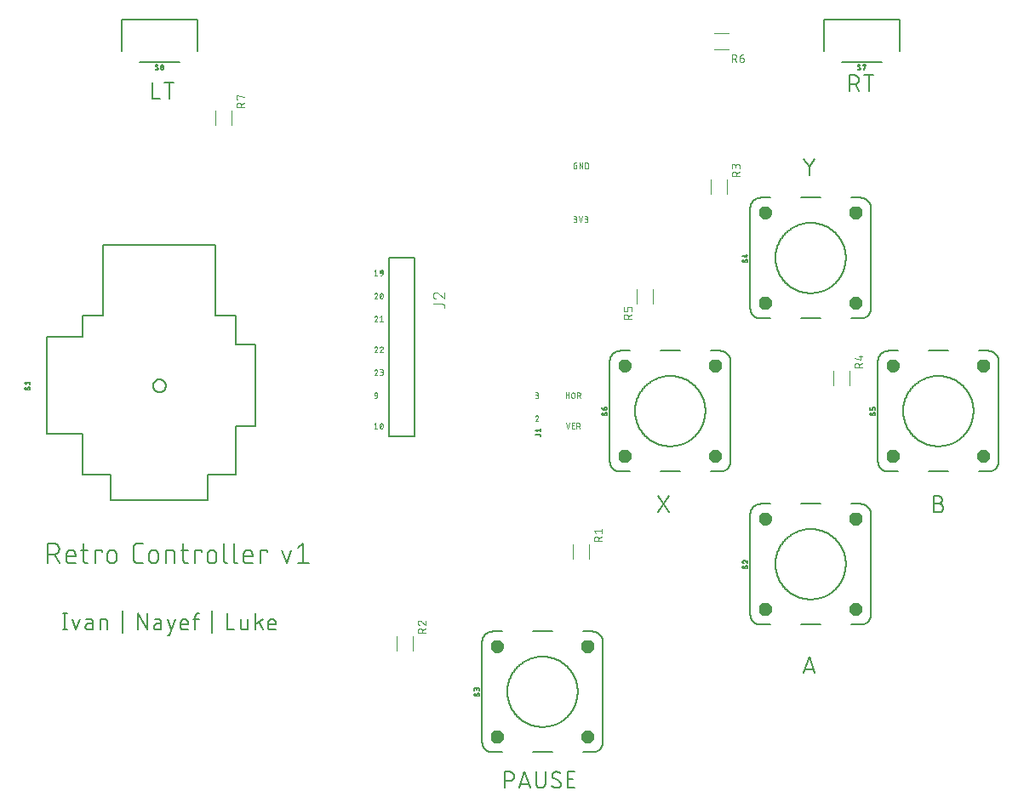
<source format=gbr>
G04 EAGLE Gerber RS-274X export*
G75*
%MOMM*%
%FSLAX34Y34*%
%LPD*%
%INSilkscreen Top*%
%IPPOS*%
%AMOC8*
5,1,8,0,0,1.08239X$1,22.5*%
G01*
%ADD10C,0.050800*%
%ADD11C,0.152400*%
%ADD12C,0.177800*%
%ADD13C,0.127000*%
%ADD14C,0.200000*%
%ADD15C,0.101600*%
%ADD16C,0.120000*%
%ADD17C,0.076200*%
%ADD18C,0.203200*%
%ADD19C,0.700000*%


D10*
X366014Y545620D02*
X367566Y546862D01*
X367566Y541274D01*
X366014Y541274D02*
X369118Y541274D01*
X372742Y543758D02*
X374605Y543758D01*
X372742Y543757D02*
X372672Y543759D01*
X372603Y543765D01*
X372534Y543775D01*
X372466Y543788D01*
X372398Y543806D01*
X372332Y543827D01*
X372267Y543852D01*
X372203Y543880D01*
X372141Y543912D01*
X372081Y543947D01*
X372023Y543986D01*
X371968Y544028D01*
X371914Y544073D01*
X371864Y544121D01*
X371816Y544171D01*
X371771Y544225D01*
X371729Y544280D01*
X371690Y544338D01*
X371655Y544398D01*
X371623Y544460D01*
X371595Y544524D01*
X371570Y544589D01*
X371549Y544655D01*
X371531Y544723D01*
X371518Y544791D01*
X371508Y544860D01*
X371502Y544929D01*
X371500Y544999D01*
X371500Y545310D01*
X371501Y545310D02*
X371503Y545387D01*
X371509Y545465D01*
X371518Y545541D01*
X371532Y545618D01*
X371549Y545693D01*
X371570Y545767D01*
X371595Y545841D01*
X371623Y545913D01*
X371655Y545983D01*
X371690Y546052D01*
X371729Y546119D01*
X371771Y546184D01*
X371816Y546247D01*
X371864Y546308D01*
X371915Y546366D01*
X371969Y546421D01*
X372026Y546474D01*
X372085Y546523D01*
X372147Y546570D01*
X372211Y546614D01*
X372277Y546654D01*
X372345Y546691D01*
X372415Y546725D01*
X372486Y546755D01*
X372559Y546781D01*
X372633Y546804D01*
X372708Y546823D01*
X372783Y546838D01*
X372860Y546850D01*
X372937Y546858D01*
X373014Y546862D01*
X373092Y546862D01*
X373169Y546858D01*
X373246Y546850D01*
X373323Y546838D01*
X373398Y546823D01*
X373473Y546804D01*
X373547Y546781D01*
X373620Y546755D01*
X373691Y546725D01*
X373761Y546691D01*
X373829Y546654D01*
X373895Y546614D01*
X373959Y546570D01*
X374021Y546523D01*
X374080Y546474D01*
X374137Y546421D01*
X374191Y546366D01*
X374242Y546308D01*
X374290Y546247D01*
X374335Y546184D01*
X374377Y546119D01*
X374416Y546052D01*
X374451Y545983D01*
X374483Y545913D01*
X374511Y545841D01*
X374536Y545767D01*
X374557Y545693D01*
X374574Y545618D01*
X374588Y545541D01*
X374597Y545465D01*
X374603Y545387D01*
X374605Y545310D01*
X374605Y543758D01*
X374603Y543660D01*
X374597Y543563D01*
X374588Y543466D01*
X374574Y543369D01*
X374557Y543273D01*
X374536Y543178D01*
X374512Y543084D01*
X374483Y542990D01*
X374451Y542898D01*
X374416Y542807D01*
X374377Y542718D01*
X374334Y542630D01*
X374288Y542544D01*
X374239Y542460D01*
X374186Y542378D01*
X374131Y542298D01*
X374072Y542220D01*
X374010Y542145D01*
X373945Y542072D01*
X373877Y542002D01*
X373807Y541934D01*
X373734Y541869D01*
X373659Y541807D01*
X373581Y541748D01*
X373501Y541693D01*
X373419Y541640D01*
X373335Y541591D01*
X373249Y541545D01*
X373161Y541502D01*
X373072Y541463D01*
X372981Y541428D01*
X372889Y541396D01*
X372795Y541367D01*
X372701Y541343D01*
X372606Y541322D01*
X372510Y541305D01*
X372413Y541291D01*
X372316Y541282D01*
X372218Y541276D01*
X372121Y541274D01*
X367721Y524002D02*
X367794Y524000D01*
X367867Y523994D01*
X367940Y523985D01*
X368011Y523971D01*
X368083Y523954D01*
X368153Y523934D01*
X368222Y523909D01*
X368289Y523881D01*
X368355Y523850D01*
X368420Y523815D01*
X368482Y523777D01*
X368542Y523735D01*
X368600Y523691D01*
X368656Y523643D01*
X368709Y523593D01*
X368759Y523540D01*
X368807Y523484D01*
X368851Y523426D01*
X368893Y523366D01*
X368931Y523304D01*
X368966Y523239D01*
X368997Y523173D01*
X369025Y523106D01*
X369050Y523037D01*
X369070Y522967D01*
X369087Y522895D01*
X369101Y522824D01*
X369110Y522751D01*
X369116Y522678D01*
X369118Y522605D01*
X367721Y524002D02*
X367637Y524000D01*
X367554Y523994D01*
X367471Y523985D01*
X367389Y523971D01*
X367307Y523954D01*
X367226Y523932D01*
X367146Y523907D01*
X367068Y523879D01*
X366990Y523847D01*
X366915Y523811D01*
X366841Y523772D01*
X366769Y523729D01*
X366699Y523683D01*
X366632Y523634D01*
X366566Y523581D01*
X366504Y523526D01*
X366444Y523468D01*
X366386Y523407D01*
X366332Y523344D01*
X366280Y523278D01*
X366232Y523210D01*
X366187Y523139D01*
X366145Y523067D01*
X366107Y522992D01*
X366072Y522916D01*
X366041Y522839D01*
X366013Y522760D01*
X368652Y521519D02*
X368706Y521572D01*
X368757Y521629D01*
X368805Y521688D01*
X368850Y521749D01*
X368891Y521812D01*
X368930Y521878D01*
X368965Y521945D01*
X368997Y522014D01*
X369025Y522085D01*
X369049Y522156D01*
X369070Y522229D01*
X369087Y522303D01*
X369101Y522378D01*
X369110Y522453D01*
X369116Y522529D01*
X369118Y522605D01*
X368653Y521518D02*
X366014Y518414D01*
X369118Y518414D01*
X371500Y521208D02*
X371502Y521339D01*
X371507Y521469D01*
X371517Y521599D01*
X371530Y521729D01*
X371546Y521859D01*
X371566Y521988D01*
X371590Y522116D01*
X371618Y522243D01*
X371649Y522370D01*
X371684Y522496D01*
X371722Y522621D01*
X371764Y522745D01*
X371809Y522867D01*
X371858Y522988D01*
X371910Y523108D01*
X371966Y523226D01*
X371989Y523286D01*
X372015Y523346D01*
X372044Y523403D01*
X372077Y523459D01*
X372113Y523513D01*
X372151Y523565D01*
X372193Y523615D01*
X372237Y523662D01*
X372284Y523707D01*
X372334Y523749D01*
X372385Y523788D01*
X372439Y523824D01*
X372495Y523857D01*
X372552Y523887D01*
X372611Y523914D01*
X372672Y523937D01*
X372733Y523957D01*
X372796Y523973D01*
X372860Y523986D01*
X372924Y523995D01*
X372988Y524000D01*
X373053Y524002D01*
X373118Y524000D01*
X373182Y523995D01*
X373246Y523986D01*
X373310Y523973D01*
X373373Y523957D01*
X373434Y523937D01*
X373495Y523914D01*
X373554Y523887D01*
X373611Y523857D01*
X373667Y523824D01*
X373721Y523788D01*
X373772Y523749D01*
X373822Y523707D01*
X373869Y523662D01*
X373913Y523615D01*
X373955Y523565D01*
X373993Y523513D01*
X374029Y523459D01*
X374062Y523403D01*
X374091Y523346D01*
X374117Y523286D01*
X374140Y523226D01*
X374139Y523226D02*
X374195Y523108D01*
X374247Y522988D01*
X374296Y522867D01*
X374341Y522745D01*
X374383Y522621D01*
X374421Y522496D01*
X374456Y522370D01*
X374487Y522244D01*
X374515Y522116D01*
X374539Y521988D01*
X374559Y521859D01*
X374575Y521729D01*
X374588Y521599D01*
X374598Y521469D01*
X374603Y521339D01*
X374605Y521208D01*
X371501Y521208D02*
X371503Y521077D01*
X371508Y520947D01*
X371518Y520817D01*
X371531Y520687D01*
X371547Y520557D01*
X371567Y520428D01*
X371591Y520300D01*
X371619Y520173D01*
X371650Y520046D01*
X371685Y519920D01*
X371723Y519795D01*
X371765Y519671D01*
X371810Y519549D01*
X371859Y519428D01*
X371911Y519308D01*
X371967Y519190D01*
X371966Y519190D02*
X371989Y519130D01*
X372015Y519070D01*
X372044Y519013D01*
X372077Y518957D01*
X372113Y518903D01*
X372151Y518851D01*
X372193Y518801D01*
X372237Y518754D01*
X372284Y518709D01*
X372334Y518667D01*
X372385Y518628D01*
X372439Y518592D01*
X372495Y518559D01*
X372552Y518529D01*
X372611Y518502D01*
X372672Y518479D01*
X372733Y518459D01*
X372796Y518443D01*
X372860Y518430D01*
X372924Y518421D01*
X372988Y518416D01*
X373053Y518414D01*
X374139Y519190D02*
X374195Y519308D01*
X374247Y519428D01*
X374296Y519549D01*
X374341Y519671D01*
X374383Y519795D01*
X374421Y519920D01*
X374456Y520046D01*
X374487Y520172D01*
X374515Y520300D01*
X374539Y520428D01*
X374559Y520557D01*
X374575Y520687D01*
X374588Y520817D01*
X374598Y520947D01*
X374603Y521077D01*
X374605Y521208D01*
X374140Y519190D02*
X374117Y519130D01*
X374091Y519070D01*
X374062Y519013D01*
X374029Y518957D01*
X373993Y518903D01*
X373955Y518851D01*
X373913Y518801D01*
X373869Y518754D01*
X373822Y518709D01*
X373772Y518667D01*
X373721Y518628D01*
X373667Y518592D01*
X373611Y518559D01*
X373554Y518529D01*
X373495Y518502D01*
X373434Y518479D01*
X373373Y518459D01*
X373310Y518443D01*
X373246Y518430D01*
X373182Y518421D01*
X373118Y518416D01*
X373053Y518414D01*
X371811Y519656D02*
X374294Y522760D01*
X367721Y501142D02*
X367794Y501140D01*
X367867Y501134D01*
X367940Y501125D01*
X368011Y501111D01*
X368083Y501094D01*
X368153Y501074D01*
X368222Y501049D01*
X368289Y501021D01*
X368355Y500990D01*
X368420Y500955D01*
X368482Y500917D01*
X368542Y500875D01*
X368600Y500831D01*
X368656Y500783D01*
X368709Y500733D01*
X368759Y500680D01*
X368807Y500624D01*
X368851Y500566D01*
X368893Y500506D01*
X368931Y500444D01*
X368966Y500379D01*
X368997Y500313D01*
X369025Y500246D01*
X369050Y500177D01*
X369070Y500107D01*
X369087Y500035D01*
X369101Y499964D01*
X369110Y499891D01*
X369116Y499818D01*
X369118Y499745D01*
X367721Y501142D02*
X367637Y501140D01*
X367554Y501134D01*
X367471Y501125D01*
X367389Y501111D01*
X367307Y501094D01*
X367226Y501072D01*
X367146Y501047D01*
X367068Y501019D01*
X366990Y500987D01*
X366915Y500951D01*
X366841Y500912D01*
X366769Y500869D01*
X366699Y500823D01*
X366632Y500774D01*
X366566Y500721D01*
X366504Y500666D01*
X366444Y500608D01*
X366386Y500547D01*
X366332Y500484D01*
X366280Y500418D01*
X366232Y500350D01*
X366187Y500279D01*
X366145Y500207D01*
X366107Y500132D01*
X366072Y500056D01*
X366041Y499979D01*
X366013Y499900D01*
X368652Y498659D02*
X368706Y498712D01*
X368757Y498769D01*
X368805Y498828D01*
X368850Y498889D01*
X368891Y498952D01*
X368930Y499018D01*
X368965Y499085D01*
X368997Y499154D01*
X369025Y499225D01*
X369049Y499296D01*
X369070Y499369D01*
X369087Y499443D01*
X369101Y499518D01*
X369110Y499593D01*
X369116Y499669D01*
X369118Y499745D01*
X368653Y498658D02*
X366014Y495554D01*
X369118Y495554D01*
X371500Y499900D02*
X373053Y501142D01*
X373053Y495554D01*
X374605Y495554D02*
X371500Y495554D01*
X367721Y470662D02*
X367794Y470660D01*
X367867Y470654D01*
X367940Y470645D01*
X368011Y470631D01*
X368083Y470614D01*
X368153Y470594D01*
X368222Y470569D01*
X368289Y470541D01*
X368355Y470510D01*
X368420Y470475D01*
X368482Y470437D01*
X368542Y470395D01*
X368600Y470351D01*
X368656Y470303D01*
X368709Y470253D01*
X368759Y470200D01*
X368807Y470144D01*
X368851Y470086D01*
X368893Y470026D01*
X368931Y469964D01*
X368966Y469899D01*
X368997Y469833D01*
X369025Y469766D01*
X369050Y469697D01*
X369070Y469627D01*
X369087Y469555D01*
X369101Y469484D01*
X369110Y469411D01*
X369116Y469338D01*
X369118Y469265D01*
X367721Y470662D02*
X367637Y470660D01*
X367554Y470654D01*
X367471Y470645D01*
X367389Y470631D01*
X367307Y470614D01*
X367226Y470592D01*
X367146Y470567D01*
X367068Y470539D01*
X366990Y470507D01*
X366915Y470471D01*
X366841Y470432D01*
X366769Y470389D01*
X366699Y470343D01*
X366632Y470294D01*
X366566Y470241D01*
X366504Y470186D01*
X366444Y470128D01*
X366386Y470067D01*
X366332Y470004D01*
X366280Y469938D01*
X366232Y469870D01*
X366187Y469799D01*
X366145Y469727D01*
X366107Y469652D01*
X366072Y469576D01*
X366041Y469499D01*
X366013Y469420D01*
X368652Y468179D02*
X368706Y468232D01*
X368757Y468289D01*
X368805Y468348D01*
X368850Y468409D01*
X368891Y468472D01*
X368930Y468538D01*
X368965Y468605D01*
X368997Y468674D01*
X369025Y468745D01*
X369049Y468816D01*
X369070Y468889D01*
X369087Y468963D01*
X369101Y469038D01*
X369110Y469113D01*
X369116Y469189D01*
X369118Y469265D01*
X368653Y468178D02*
X366014Y465074D01*
X369118Y465074D01*
X374605Y469265D02*
X374603Y469338D01*
X374597Y469411D01*
X374588Y469484D01*
X374574Y469555D01*
X374557Y469627D01*
X374537Y469697D01*
X374512Y469766D01*
X374484Y469833D01*
X374453Y469899D01*
X374418Y469964D01*
X374380Y470026D01*
X374338Y470086D01*
X374294Y470144D01*
X374246Y470200D01*
X374196Y470253D01*
X374143Y470303D01*
X374087Y470351D01*
X374029Y470395D01*
X373969Y470437D01*
X373907Y470475D01*
X373842Y470510D01*
X373776Y470541D01*
X373709Y470569D01*
X373640Y470594D01*
X373570Y470614D01*
X373498Y470631D01*
X373427Y470645D01*
X373354Y470654D01*
X373281Y470660D01*
X373208Y470662D01*
X373124Y470660D01*
X373041Y470654D01*
X372958Y470645D01*
X372876Y470631D01*
X372794Y470614D01*
X372713Y470592D01*
X372633Y470567D01*
X372555Y470539D01*
X372477Y470507D01*
X372402Y470471D01*
X372328Y470432D01*
X372256Y470389D01*
X372186Y470343D01*
X372119Y470294D01*
X372053Y470241D01*
X371991Y470186D01*
X371931Y470128D01*
X371873Y470067D01*
X371819Y470004D01*
X371767Y469938D01*
X371719Y469870D01*
X371674Y469799D01*
X371632Y469727D01*
X371594Y469652D01*
X371559Y469576D01*
X371528Y469499D01*
X371500Y469420D01*
X374138Y468179D02*
X374192Y468232D01*
X374243Y468289D01*
X374291Y468348D01*
X374336Y468409D01*
X374377Y468472D01*
X374416Y468538D01*
X374451Y468605D01*
X374483Y468674D01*
X374511Y468745D01*
X374535Y468816D01*
X374556Y468889D01*
X374573Y468963D01*
X374587Y469038D01*
X374596Y469113D01*
X374602Y469189D01*
X374604Y469265D01*
X374139Y468178D02*
X371500Y465074D01*
X374605Y465074D01*
X367721Y447802D02*
X367794Y447800D01*
X367867Y447794D01*
X367940Y447785D01*
X368011Y447771D01*
X368083Y447754D01*
X368153Y447734D01*
X368222Y447709D01*
X368289Y447681D01*
X368355Y447650D01*
X368420Y447615D01*
X368482Y447577D01*
X368542Y447535D01*
X368600Y447491D01*
X368656Y447443D01*
X368709Y447393D01*
X368759Y447340D01*
X368807Y447284D01*
X368851Y447226D01*
X368893Y447166D01*
X368931Y447104D01*
X368966Y447039D01*
X368997Y446973D01*
X369025Y446906D01*
X369050Y446837D01*
X369070Y446767D01*
X369087Y446695D01*
X369101Y446624D01*
X369110Y446551D01*
X369116Y446478D01*
X369118Y446405D01*
X367721Y447802D02*
X367637Y447800D01*
X367554Y447794D01*
X367471Y447785D01*
X367389Y447771D01*
X367307Y447754D01*
X367226Y447732D01*
X367146Y447707D01*
X367068Y447679D01*
X366990Y447647D01*
X366915Y447611D01*
X366841Y447572D01*
X366769Y447529D01*
X366699Y447483D01*
X366632Y447434D01*
X366566Y447381D01*
X366504Y447326D01*
X366444Y447268D01*
X366386Y447207D01*
X366332Y447144D01*
X366280Y447078D01*
X366232Y447010D01*
X366187Y446939D01*
X366145Y446867D01*
X366107Y446792D01*
X366072Y446716D01*
X366041Y446639D01*
X366013Y446560D01*
X368652Y445319D02*
X368706Y445372D01*
X368757Y445429D01*
X368805Y445488D01*
X368850Y445549D01*
X368891Y445612D01*
X368930Y445678D01*
X368965Y445745D01*
X368997Y445814D01*
X369025Y445885D01*
X369049Y445956D01*
X369070Y446029D01*
X369087Y446103D01*
X369101Y446178D01*
X369110Y446253D01*
X369116Y446329D01*
X369118Y446405D01*
X368653Y445318D02*
X366014Y442214D01*
X369118Y442214D01*
X371500Y442214D02*
X373053Y442214D01*
X373130Y442216D01*
X373208Y442222D01*
X373284Y442231D01*
X373361Y442245D01*
X373436Y442262D01*
X373510Y442283D01*
X373584Y442308D01*
X373656Y442336D01*
X373726Y442368D01*
X373795Y442403D01*
X373862Y442442D01*
X373927Y442484D01*
X373990Y442529D01*
X374051Y442577D01*
X374109Y442628D01*
X374164Y442682D01*
X374217Y442739D01*
X374266Y442798D01*
X374313Y442860D01*
X374357Y442924D01*
X374397Y442990D01*
X374434Y443058D01*
X374468Y443128D01*
X374498Y443199D01*
X374524Y443272D01*
X374547Y443346D01*
X374566Y443421D01*
X374581Y443496D01*
X374593Y443573D01*
X374601Y443650D01*
X374605Y443727D01*
X374605Y443805D01*
X374601Y443882D01*
X374593Y443959D01*
X374581Y444036D01*
X374566Y444111D01*
X374547Y444186D01*
X374524Y444260D01*
X374498Y444333D01*
X374468Y444404D01*
X374434Y444474D01*
X374397Y444542D01*
X374357Y444608D01*
X374313Y444672D01*
X374266Y444734D01*
X374217Y444793D01*
X374164Y444850D01*
X374109Y444904D01*
X374051Y444955D01*
X373990Y445003D01*
X373927Y445048D01*
X373862Y445090D01*
X373795Y445129D01*
X373726Y445164D01*
X373656Y445196D01*
X373584Y445224D01*
X373510Y445249D01*
X373436Y445270D01*
X373361Y445287D01*
X373284Y445301D01*
X373208Y445310D01*
X373130Y445316D01*
X373053Y445318D01*
X373363Y447802D02*
X371500Y447802D01*
X373363Y447802D02*
X373433Y447800D01*
X373502Y447794D01*
X373571Y447784D01*
X373639Y447771D01*
X373707Y447753D01*
X373773Y447732D01*
X373838Y447707D01*
X373902Y447679D01*
X373964Y447647D01*
X374024Y447612D01*
X374082Y447573D01*
X374137Y447531D01*
X374191Y447486D01*
X374241Y447438D01*
X374289Y447388D01*
X374334Y447334D01*
X374376Y447279D01*
X374415Y447221D01*
X374450Y447161D01*
X374482Y447099D01*
X374510Y447035D01*
X374535Y446970D01*
X374556Y446904D01*
X374574Y446836D01*
X374587Y446768D01*
X374597Y446699D01*
X374603Y446630D01*
X374605Y446560D01*
X374603Y446490D01*
X374597Y446421D01*
X374587Y446352D01*
X374574Y446284D01*
X374556Y446216D01*
X374535Y446150D01*
X374510Y446085D01*
X374482Y446021D01*
X374450Y445959D01*
X374415Y445899D01*
X374376Y445841D01*
X374334Y445786D01*
X374289Y445732D01*
X374241Y445682D01*
X374191Y445634D01*
X374137Y445589D01*
X374082Y445547D01*
X374024Y445508D01*
X373964Y445473D01*
X373902Y445441D01*
X373838Y445413D01*
X373773Y445388D01*
X373707Y445367D01*
X373639Y445349D01*
X373571Y445336D01*
X373502Y445326D01*
X373433Y445320D01*
X373363Y445318D01*
X372121Y445318D01*
X369118Y421838D02*
X367256Y421838D01*
X367256Y421837D02*
X367186Y421839D01*
X367117Y421845D01*
X367048Y421855D01*
X366980Y421868D01*
X366912Y421886D01*
X366846Y421907D01*
X366781Y421932D01*
X366717Y421960D01*
X366655Y421992D01*
X366595Y422027D01*
X366537Y422066D01*
X366482Y422108D01*
X366428Y422153D01*
X366378Y422201D01*
X366330Y422251D01*
X366285Y422305D01*
X366243Y422360D01*
X366204Y422418D01*
X366169Y422478D01*
X366137Y422540D01*
X366109Y422604D01*
X366084Y422669D01*
X366063Y422735D01*
X366045Y422803D01*
X366032Y422871D01*
X366022Y422940D01*
X366016Y423009D01*
X366014Y423079D01*
X366014Y423390D01*
X366016Y423467D01*
X366022Y423545D01*
X366031Y423621D01*
X366045Y423698D01*
X366062Y423773D01*
X366083Y423847D01*
X366108Y423921D01*
X366136Y423993D01*
X366168Y424063D01*
X366203Y424132D01*
X366242Y424199D01*
X366284Y424264D01*
X366329Y424327D01*
X366377Y424388D01*
X366428Y424446D01*
X366482Y424501D01*
X366539Y424554D01*
X366598Y424603D01*
X366660Y424650D01*
X366724Y424694D01*
X366790Y424734D01*
X366858Y424771D01*
X366928Y424805D01*
X366999Y424835D01*
X367072Y424861D01*
X367146Y424884D01*
X367221Y424903D01*
X367296Y424918D01*
X367373Y424930D01*
X367450Y424938D01*
X367527Y424942D01*
X367605Y424942D01*
X367682Y424938D01*
X367759Y424930D01*
X367836Y424918D01*
X367911Y424903D01*
X367986Y424884D01*
X368060Y424861D01*
X368133Y424835D01*
X368204Y424805D01*
X368274Y424771D01*
X368342Y424734D01*
X368408Y424694D01*
X368472Y424650D01*
X368534Y424603D01*
X368593Y424554D01*
X368650Y424501D01*
X368704Y424446D01*
X368755Y424388D01*
X368803Y424327D01*
X368848Y424264D01*
X368890Y424199D01*
X368929Y424132D01*
X368964Y424063D01*
X368996Y423993D01*
X369024Y423921D01*
X369049Y423847D01*
X369070Y423773D01*
X369087Y423698D01*
X369101Y423621D01*
X369110Y423545D01*
X369116Y423467D01*
X369118Y423390D01*
X369118Y421838D01*
X369119Y421838D02*
X369117Y421740D01*
X369111Y421643D01*
X369102Y421546D01*
X369088Y421449D01*
X369071Y421353D01*
X369050Y421258D01*
X369026Y421164D01*
X368997Y421070D01*
X368965Y420978D01*
X368930Y420887D01*
X368891Y420798D01*
X368848Y420710D01*
X368802Y420624D01*
X368753Y420540D01*
X368700Y420458D01*
X368645Y420378D01*
X368586Y420300D01*
X368524Y420225D01*
X368459Y420152D01*
X368391Y420082D01*
X368321Y420014D01*
X368248Y419949D01*
X368173Y419887D01*
X368095Y419828D01*
X368015Y419773D01*
X367933Y419720D01*
X367849Y419671D01*
X367763Y419625D01*
X367675Y419582D01*
X367586Y419543D01*
X367495Y419508D01*
X367403Y419476D01*
X367309Y419447D01*
X367215Y419423D01*
X367120Y419402D01*
X367024Y419385D01*
X366927Y419371D01*
X366830Y419362D01*
X366732Y419356D01*
X366635Y419354D01*
X367566Y394462D02*
X366014Y393220D01*
X367566Y394462D02*
X367566Y388874D01*
X366014Y388874D02*
X369118Y388874D01*
X371500Y391668D02*
X371502Y391799D01*
X371507Y391929D01*
X371517Y392059D01*
X371530Y392189D01*
X371546Y392319D01*
X371566Y392448D01*
X371590Y392576D01*
X371618Y392703D01*
X371649Y392830D01*
X371684Y392956D01*
X371722Y393081D01*
X371764Y393205D01*
X371809Y393327D01*
X371858Y393448D01*
X371910Y393568D01*
X371966Y393686D01*
X371989Y393746D01*
X372015Y393806D01*
X372044Y393863D01*
X372077Y393919D01*
X372113Y393973D01*
X372151Y394025D01*
X372193Y394075D01*
X372237Y394122D01*
X372284Y394167D01*
X372334Y394209D01*
X372385Y394248D01*
X372439Y394284D01*
X372495Y394317D01*
X372552Y394347D01*
X372611Y394374D01*
X372672Y394397D01*
X372733Y394417D01*
X372796Y394433D01*
X372860Y394446D01*
X372924Y394455D01*
X372988Y394460D01*
X373053Y394462D01*
X373118Y394460D01*
X373182Y394455D01*
X373246Y394446D01*
X373310Y394433D01*
X373373Y394417D01*
X373434Y394397D01*
X373495Y394374D01*
X373554Y394347D01*
X373611Y394317D01*
X373667Y394284D01*
X373721Y394248D01*
X373772Y394209D01*
X373822Y394167D01*
X373869Y394122D01*
X373913Y394075D01*
X373955Y394025D01*
X373993Y393973D01*
X374029Y393919D01*
X374062Y393863D01*
X374091Y393806D01*
X374117Y393746D01*
X374140Y393686D01*
X374139Y393686D02*
X374195Y393568D01*
X374247Y393448D01*
X374296Y393327D01*
X374341Y393205D01*
X374383Y393081D01*
X374421Y392956D01*
X374456Y392830D01*
X374487Y392704D01*
X374515Y392576D01*
X374539Y392448D01*
X374559Y392319D01*
X374575Y392189D01*
X374588Y392059D01*
X374598Y391929D01*
X374603Y391799D01*
X374605Y391668D01*
X371501Y391668D02*
X371503Y391537D01*
X371508Y391407D01*
X371518Y391277D01*
X371531Y391147D01*
X371547Y391017D01*
X371567Y390888D01*
X371591Y390760D01*
X371619Y390633D01*
X371650Y390506D01*
X371685Y390380D01*
X371723Y390255D01*
X371765Y390131D01*
X371810Y390009D01*
X371859Y389888D01*
X371911Y389768D01*
X371967Y389650D01*
X371966Y389650D02*
X371989Y389590D01*
X372015Y389530D01*
X372044Y389473D01*
X372077Y389417D01*
X372113Y389363D01*
X372151Y389311D01*
X372193Y389261D01*
X372237Y389214D01*
X372284Y389169D01*
X372334Y389127D01*
X372385Y389088D01*
X372439Y389052D01*
X372495Y389019D01*
X372552Y388989D01*
X372611Y388962D01*
X372672Y388939D01*
X372733Y388919D01*
X372796Y388903D01*
X372860Y388890D01*
X372924Y388881D01*
X372988Y388876D01*
X373053Y388874D01*
X374139Y389650D02*
X374195Y389768D01*
X374247Y389888D01*
X374296Y390009D01*
X374341Y390131D01*
X374383Y390255D01*
X374421Y390380D01*
X374456Y390506D01*
X374487Y390632D01*
X374515Y390760D01*
X374539Y390888D01*
X374559Y391017D01*
X374575Y391147D01*
X374588Y391277D01*
X374598Y391407D01*
X374603Y391537D01*
X374605Y391668D01*
X374140Y389650D02*
X374117Y389590D01*
X374091Y389530D01*
X374062Y389473D01*
X374029Y389417D01*
X373993Y389363D01*
X373955Y389311D01*
X373913Y389261D01*
X373869Y389214D01*
X373822Y389169D01*
X373772Y389127D01*
X373721Y389088D01*
X373667Y389052D01*
X373611Y389019D01*
X373554Y388989D01*
X373495Y388962D01*
X373434Y388939D01*
X373373Y388919D01*
X373310Y388903D01*
X373246Y388890D01*
X373182Y388881D01*
X373118Y388876D01*
X373053Y388874D01*
X371811Y390116D02*
X374294Y393220D01*
X566307Y651058D02*
X567238Y651058D01*
X567238Y647954D01*
X565376Y647954D01*
X565306Y647956D01*
X565237Y647962D01*
X565168Y647972D01*
X565100Y647985D01*
X565032Y648003D01*
X564966Y648024D01*
X564901Y648049D01*
X564837Y648077D01*
X564775Y648109D01*
X564715Y648144D01*
X564657Y648183D01*
X564602Y648225D01*
X564548Y648270D01*
X564498Y648318D01*
X564450Y648368D01*
X564405Y648422D01*
X564363Y648477D01*
X564324Y648535D01*
X564289Y648595D01*
X564257Y648657D01*
X564229Y648721D01*
X564204Y648786D01*
X564183Y648852D01*
X564165Y648920D01*
X564152Y648988D01*
X564142Y649057D01*
X564136Y649126D01*
X564134Y649196D01*
X564134Y652300D01*
X564136Y652370D01*
X564142Y652439D01*
X564152Y652508D01*
X564165Y652576D01*
X564183Y652644D01*
X564204Y652710D01*
X564229Y652775D01*
X564257Y652839D01*
X564289Y652901D01*
X564324Y652961D01*
X564363Y653019D01*
X564405Y653074D01*
X564450Y653128D01*
X564498Y653178D01*
X564548Y653226D01*
X564602Y653271D01*
X564657Y653313D01*
X564715Y653352D01*
X564775Y653387D01*
X564837Y653419D01*
X564901Y653447D01*
X564966Y653472D01*
X565032Y653493D01*
X565100Y653511D01*
X565168Y653524D01*
X565237Y653534D01*
X565306Y653540D01*
X565376Y653542D01*
X567238Y653542D01*
X569986Y653542D02*
X569986Y647954D01*
X573091Y647954D02*
X569986Y653542D01*
X573091Y653542D02*
X573091Y647954D01*
X575838Y647954D02*
X575838Y653542D01*
X577390Y653542D01*
X577466Y653540D01*
X577542Y653535D01*
X577618Y653525D01*
X577693Y653512D01*
X577767Y653495D01*
X577841Y653475D01*
X577913Y653451D01*
X577984Y653424D01*
X578054Y653393D01*
X578122Y653359D01*
X578188Y653321D01*
X578252Y653280D01*
X578315Y653237D01*
X578375Y653190D01*
X578432Y653140D01*
X578487Y653087D01*
X578540Y653032D01*
X578590Y652975D01*
X578637Y652915D01*
X578680Y652852D01*
X578721Y652788D01*
X578759Y652722D01*
X578793Y652654D01*
X578824Y652584D01*
X578851Y652513D01*
X578875Y652440D01*
X578895Y652367D01*
X578912Y652293D01*
X578925Y652218D01*
X578935Y652142D01*
X578940Y652066D01*
X578942Y651990D01*
X578943Y651990D02*
X578943Y649506D01*
X578942Y649506D02*
X578940Y649427D01*
X578934Y649349D01*
X578924Y649271D01*
X578910Y649194D01*
X578892Y649117D01*
X578871Y649041D01*
X578845Y648967D01*
X578816Y648894D01*
X578783Y648823D01*
X578747Y648753D01*
X578707Y648685D01*
X578664Y648619D01*
X578617Y648556D01*
X578568Y648495D01*
X578515Y648437D01*
X578459Y648381D01*
X578401Y648328D01*
X578340Y648279D01*
X578277Y648232D01*
X578211Y648189D01*
X578143Y648149D01*
X578074Y648113D01*
X578002Y648080D01*
X577929Y648051D01*
X577855Y648025D01*
X577779Y648004D01*
X577702Y647986D01*
X577625Y647972D01*
X577547Y647962D01*
X577469Y647956D01*
X577390Y647954D01*
X575838Y647954D01*
X565686Y594614D02*
X564134Y594614D01*
X565686Y594614D02*
X565763Y594616D01*
X565841Y594622D01*
X565917Y594631D01*
X565994Y594645D01*
X566069Y594662D01*
X566143Y594683D01*
X566217Y594708D01*
X566289Y594736D01*
X566359Y594768D01*
X566428Y594803D01*
X566495Y594842D01*
X566560Y594884D01*
X566623Y594929D01*
X566684Y594977D01*
X566742Y595028D01*
X566797Y595082D01*
X566850Y595139D01*
X566899Y595198D01*
X566946Y595260D01*
X566990Y595324D01*
X567030Y595390D01*
X567067Y595458D01*
X567101Y595528D01*
X567131Y595599D01*
X567157Y595672D01*
X567180Y595746D01*
X567199Y595821D01*
X567214Y595896D01*
X567226Y595973D01*
X567234Y596050D01*
X567238Y596127D01*
X567238Y596205D01*
X567234Y596282D01*
X567226Y596359D01*
X567214Y596436D01*
X567199Y596511D01*
X567180Y596586D01*
X567157Y596660D01*
X567131Y596733D01*
X567101Y596804D01*
X567067Y596874D01*
X567030Y596942D01*
X566990Y597008D01*
X566946Y597072D01*
X566899Y597134D01*
X566850Y597193D01*
X566797Y597250D01*
X566742Y597304D01*
X566684Y597355D01*
X566623Y597403D01*
X566560Y597448D01*
X566495Y597490D01*
X566428Y597529D01*
X566359Y597564D01*
X566289Y597596D01*
X566217Y597624D01*
X566143Y597649D01*
X566069Y597670D01*
X565994Y597687D01*
X565917Y597701D01*
X565841Y597710D01*
X565763Y597716D01*
X565686Y597718D01*
X565997Y600202D02*
X564134Y600202D01*
X565997Y600202D02*
X566067Y600200D01*
X566136Y600194D01*
X566205Y600184D01*
X566273Y600171D01*
X566341Y600153D01*
X566407Y600132D01*
X566472Y600107D01*
X566536Y600079D01*
X566598Y600047D01*
X566658Y600012D01*
X566716Y599973D01*
X566771Y599931D01*
X566825Y599886D01*
X566875Y599838D01*
X566923Y599788D01*
X566968Y599734D01*
X567010Y599679D01*
X567049Y599621D01*
X567084Y599561D01*
X567116Y599499D01*
X567144Y599435D01*
X567169Y599370D01*
X567190Y599304D01*
X567208Y599236D01*
X567221Y599168D01*
X567231Y599099D01*
X567237Y599030D01*
X567239Y598960D01*
X567237Y598890D01*
X567231Y598821D01*
X567221Y598752D01*
X567208Y598684D01*
X567190Y598616D01*
X567169Y598550D01*
X567144Y598485D01*
X567116Y598421D01*
X567084Y598359D01*
X567049Y598299D01*
X567010Y598241D01*
X566968Y598186D01*
X566923Y598132D01*
X566875Y598082D01*
X566825Y598034D01*
X566771Y597989D01*
X566716Y597947D01*
X566658Y597908D01*
X566598Y597873D01*
X566536Y597841D01*
X566472Y597813D01*
X566407Y597788D01*
X566341Y597767D01*
X566273Y597749D01*
X566205Y597736D01*
X566136Y597726D01*
X566067Y597720D01*
X565997Y597718D01*
X564755Y597718D01*
X569310Y600202D02*
X571173Y594614D01*
X573035Y600202D01*
X575107Y594614D02*
X576659Y594614D01*
X576736Y594616D01*
X576814Y594622D01*
X576890Y594631D01*
X576967Y594645D01*
X577042Y594662D01*
X577116Y594683D01*
X577190Y594708D01*
X577262Y594736D01*
X577332Y594768D01*
X577401Y594803D01*
X577468Y594842D01*
X577533Y594884D01*
X577596Y594929D01*
X577657Y594977D01*
X577715Y595028D01*
X577770Y595082D01*
X577823Y595139D01*
X577872Y595198D01*
X577919Y595260D01*
X577963Y595324D01*
X578003Y595390D01*
X578040Y595458D01*
X578074Y595528D01*
X578104Y595599D01*
X578130Y595672D01*
X578153Y595746D01*
X578172Y595821D01*
X578187Y595896D01*
X578199Y595973D01*
X578207Y596050D01*
X578211Y596127D01*
X578211Y596205D01*
X578207Y596282D01*
X578199Y596359D01*
X578187Y596436D01*
X578172Y596511D01*
X578153Y596586D01*
X578130Y596660D01*
X578104Y596733D01*
X578074Y596804D01*
X578040Y596874D01*
X578003Y596942D01*
X577963Y597008D01*
X577919Y597072D01*
X577872Y597134D01*
X577823Y597193D01*
X577770Y597250D01*
X577715Y597304D01*
X577657Y597355D01*
X577596Y597403D01*
X577533Y597448D01*
X577468Y597490D01*
X577401Y597529D01*
X577332Y597564D01*
X577262Y597596D01*
X577190Y597624D01*
X577116Y597649D01*
X577042Y597670D01*
X576967Y597687D01*
X576890Y597701D01*
X576814Y597710D01*
X576736Y597716D01*
X576659Y597718D01*
X576969Y600202D02*
X575107Y600202D01*
X576969Y600202D02*
X577039Y600200D01*
X577108Y600194D01*
X577177Y600184D01*
X577245Y600171D01*
X577313Y600153D01*
X577379Y600132D01*
X577444Y600107D01*
X577508Y600079D01*
X577570Y600047D01*
X577630Y600012D01*
X577688Y599973D01*
X577743Y599931D01*
X577797Y599886D01*
X577847Y599838D01*
X577895Y599788D01*
X577940Y599734D01*
X577982Y599679D01*
X578021Y599621D01*
X578056Y599561D01*
X578088Y599499D01*
X578116Y599435D01*
X578141Y599370D01*
X578162Y599304D01*
X578180Y599236D01*
X578193Y599168D01*
X578203Y599099D01*
X578209Y599030D01*
X578211Y598960D01*
X578209Y598890D01*
X578203Y598821D01*
X578193Y598752D01*
X578180Y598684D01*
X578162Y598616D01*
X578141Y598550D01*
X578116Y598485D01*
X578088Y598421D01*
X578056Y598359D01*
X578021Y598299D01*
X577982Y598241D01*
X577940Y598186D01*
X577895Y598132D01*
X577847Y598082D01*
X577797Y598034D01*
X577743Y597989D01*
X577688Y597947D01*
X577630Y597908D01*
X577570Y597873D01*
X577508Y597841D01*
X577444Y597813D01*
X577379Y597788D01*
X577313Y597767D01*
X577245Y597749D01*
X577177Y597736D01*
X577108Y597726D01*
X577039Y597720D01*
X576969Y597718D01*
X575728Y597718D01*
X556514Y424942D02*
X556514Y419354D01*
X556514Y422458D02*
X559618Y422458D01*
X559618Y424942D02*
X559618Y419354D01*
X562183Y420906D02*
X562183Y423390D01*
X562185Y423467D01*
X562191Y423545D01*
X562200Y423621D01*
X562214Y423698D01*
X562231Y423773D01*
X562252Y423847D01*
X562277Y423921D01*
X562305Y423993D01*
X562337Y424063D01*
X562372Y424132D01*
X562411Y424199D01*
X562453Y424264D01*
X562498Y424327D01*
X562546Y424388D01*
X562597Y424446D01*
X562651Y424501D01*
X562708Y424554D01*
X562767Y424603D01*
X562829Y424650D01*
X562893Y424694D01*
X562959Y424734D01*
X563027Y424771D01*
X563097Y424805D01*
X563168Y424835D01*
X563241Y424861D01*
X563315Y424884D01*
X563390Y424903D01*
X563465Y424918D01*
X563542Y424930D01*
X563619Y424938D01*
X563696Y424942D01*
X563774Y424942D01*
X563851Y424938D01*
X563928Y424930D01*
X564005Y424918D01*
X564080Y424903D01*
X564155Y424884D01*
X564229Y424861D01*
X564302Y424835D01*
X564373Y424805D01*
X564443Y424771D01*
X564511Y424734D01*
X564577Y424694D01*
X564641Y424650D01*
X564703Y424603D01*
X564762Y424554D01*
X564819Y424501D01*
X564873Y424446D01*
X564924Y424388D01*
X564972Y424327D01*
X565017Y424264D01*
X565059Y424199D01*
X565098Y424132D01*
X565133Y424063D01*
X565165Y423993D01*
X565193Y423921D01*
X565218Y423847D01*
X565239Y423773D01*
X565256Y423698D01*
X565270Y423621D01*
X565279Y423545D01*
X565285Y423467D01*
X565287Y423390D01*
X565288Y423390D02*
X565288Y420906D01*
X565287Y420906D02*
X565285Y420829D01*
X565279Y420751D01*
X565270Y420675D01*
X565256Y420598D01*
X565239Y420523D01*
X565218Y420449D01*
X565193Y420375D01*
X565165Y420303D01*
X565133Y420233D01*
X565098Y420164D01*
X565059Y420097D01*
X565017Y420032D01*
X564972Y419969D01*
X564924Y419908D01*
X564873Y419850D01*
X564819Y419795D01*
X564762Y419742D01*
X564703Y419693D01*
X564641Y419646D01*
X564577Y419602D01*
X564511Y419562D01*
X564443Y419525D01*
X564373Y419491D01*
X564302Y419461D01*
X564229Y419435D01*
X564155Y419412D01*
X564080Y419393D01*
X564005Y419378D01*
X563928Y419366D01*
X563851Y419358D01*
X563774Y419354D01*
X563696Y419354D01*
X563619Y419358D01*
X563542Y419366D01*
X563465Y419378D01*
X563390Y419393D01*
X563315Y419412D01*
X563241Y419435D01*
X563168Y419461D01*
X563097Y419491D01*
X563027Y419525D01*
X562959Y419562D01*
X562893Y419602D01*
X562829Y419646D01*
X562767Y419693D01*
X562708Y419742D01*
X562651Y419795D01*
X562597Y419850D01*
X562546Y419908D01*
X562498Y419969D01*
X562453Y420032D01*
X562411Y420097D01*
X562372Y420164D01*
X562337Y420233D01*
X562305Y420303D01*
X562277Y420375D01*
X562252Y420449D01*
X562231Y420523D01*
X562214Y420598D01*
X562200Y420675D01*
X562191Y420751D01*
X562185Y420829D01*
X562183Y420906D01*
X567889Y419354D02*
X567889Y424942D01*
X569441Y424942D01*
X569518Y424940D01*
X569596Y424934D01*
X569672Y424925D01*
X569749Y424911D01*
X569824Y424894D01*
X569898Y424873D01*
X569972Y424848D01*
X570044Y424820D01*
X570114Y424788D01*
X570183Y424753D01*
X570250Y424714D01*
X570315Y424672D01*
X570378Y424627D01*
X570439Y424579D01*
X570497Y424528D01*
X570552Y424474D01*
X570605Y424417D01*
X570654Y424358D01*
X570701Y424296D01*
X570745Y424232D01*
X570785Y424166D01*
X570822Y424098D01*
X570856Y424028D01*
X570886Y423957D01*
X570912Y423884D01*
X570935Y423810D01*
X570954Y423735D01*
X570969Y423660D01*
X570981Y423583D01*
X570989Y423506D01*
X570993Y423429D01*
X570993Y423351D01*
X570989Y423274D01*
X570981Y423197D01*
X570969Y423120D01*
X570954Y423045D01*
X570935Y422970D01*
X570912Y422896D01*
X570886Y422823D01*
X570856Y422752D01*
X570822Y422682D01*
X570785Y422614D01*
X570745Y422548D01*
X570701Y422484D01*
X570654Y422422D01*
X570605Y422363D01*
X570552Y422306D01*
X570497Y422252D01*
X570439Y422201D01*
X570378Y422153D01*
X570315Y422108D01*
X570250Y422066D01*
X570183Y422027D01*
X570114Y421992D01*
X570044Y421960D01*
X569972Y421932D01*
X569898Y421907D01*
X569824Y421886D01*
X569749Y421869D01*
X569672Y421855D01*
X569596Y421846D01*
X569518Y421840D01*
X569441Y421838D01*
X567889Y421838D01*
X569751Y421838D02*
X570993Y419354D01*
X556514Y394462D02*
X558377Y388874D01*
X560239Y394462D01*
X562505Y388874D02*
X564988Y388874D01*
X562505Y388874D02*
X562505Y394462D01*
X564988Y394462D01*
X564367Y391978D02*
X562505Y391978D01*
X567285Y394462D02*
X567285Y388874D01*
X567285Y394462D02*
X568837Y394462D01*
X568914Y394460D01*
X568992Y394454D01*
X569068Y394445D01*
X569145Y394431D01*
X569220Y394414D01*
X569294Y394393D01*
X569368Y394368D01*
X569440Y394340D01*
X569510Y394308D01*
X569579Y394273D01*
X569646Y394234D01*
X569711Y394192D01*
X569774Y394147D01*
X569835Y394099D01*
X569893Y394048D01*
X569948Y393994D01*
X570001Y393937D01*
X570050Y393878D01*
X570097Y393816D01*
X570141Y393752D01*
X570181Y393686D01*
X570218Y393618D01*
X570252Y393548D01*
X570282Y393477D01*
X570308Y393404D01*
X570331Y393330D01*
X570350Y393255D01*
X570365Y393180D01*
X570377Y393103D01*
X570385Y393026D01*
X570389Y392949D01*
X570389Y392871D01*
X570385Y392794D01*
X570377Y392717D01*
X570365Y392640D01*
X570350Y392565D01*
X570331Y392490D01*
X570308Y392416D01*
X570282Y392343D01*
X570252Y392272D01*
X570218Y392202D01*
X570181Y392134D01*
X570141Y392068D01*
X570097Y392004D01*
X570050Y391942D01*
X570001Y391883D01*
X569948Y391826D01*
X569893Y391772D01*
X569835Y391721D01*
X569774Y391673D01*
X569711Y391628D01*
X569646Y391586D01*
X569579Y391547D01*
X569510Y391512D01*
X569440Y391480D01*
X569368Y391452D01*
X569294Y391427D01*
X569220Y391406D01*
X569145Y391389D01*
X569068Y391375D01*
X568992Y391366D01*
X568914Y391360D01*
X568837Y391358D01*
X567285Y391358D01*
X569147Y391358D02*
X570389Y388874D01*
D11*
X145542Y717042D02*
X145542Y733298D01*
X145542Y717042D02*
X152767Y717042D01*
X162012Y717042D02*
X162012Y733298D01*
X166527Y733298D02*
X157496Y733298D01*
X838962Y740918D02*
X838962Y724662D01*
X838962Y740918D02*
X843478Y740918D01*
X843611Y740916D01*
X843743Y740910D01*
X843875Y740900D01*
X844007Y740887D01*
X844139Y740869D01*
X844269Y740848D01*
X844400Y740823D01*
X844529Y740794D01*
X844657Y740761D01*
X844785Y740725D01*
X844911Y740685D01*
X845036Y740641D01*
X845160Y740593D01*
X845282Y740542D01*
X845403Y740487D01*
X845522Y740429D01*
X845640Y740367D01*
X845755Y740302D01*
X845869Y740233D01*
X845980Y740162D01*
X846089Y740086D01*
X846196Y740008D01*
X846301Y739927D01*
X846403Y739842D01*
X846503Y739755D01*
X846600Y739665D01*
X846695Y739572D01*
X846786Y739476D01*
X846875Y739378D01*
X846961Y739277D01*
X847044Y739173D01*
X847124Y739067D01*
X847200Y738959D01*
X847274Y738849D01*
X847344Y738736D01*
X847411Y738622D01*
X847474Y738505D01*
X847534Y738387D01*
X847591Y738267D01*
X847644Y738145D01*
X847693Y738022D01*
X847739Y737898D01*
X847781Y737772D01*
X847819Y737645D01*
X847854Y737517D01*
X847885Y737388D01*
X847912Y737259D01*
X847935Y737128D01*
X847955Y736997D01*
X847970Y736865D01*
X847982Y736733D01*
X847990Y736601D01*
X847994Y736468D01*
X847994Y736336D01*
X847990Y736203D01*
X847982Y736071D01*
X847970Y735939D01*
X847955Y735807D01*
X847935Y735676D01*
X847912Y735545D01*
X847885Y735416D01*
X847854Y735287D01*
X847819Y735159D01*
X847781Y735032D01*
X847739Y734906D01*
X847693Y734782D01*
X847644Y734659D01*
X847591Y734537D01*
X847534Y734417D01*
X847474Y734299D01*
X847411Y734182D01*
X847344Y734068D01*
X847274Y733955D01*
X847200Y733845D01*
X847124Y733737D01*
X847044Y733631D01*
X846961Y733527D01*
X846875Y733426D01*
X846786Y733328D01*
X846695Y733232D01*
X846600Y733139D01*
X846503Y733049D01*
X846403Y732962D01*
X846301Y732877D01*
X846196Y732796D01*
X846089Y732718D01*
X845980Y732642D01*
X845869Y732571D01*
X845755Y732502D01*
X845640Y732437D01*
X845522Y732375D01*
X845403Y732317D01*
X845282Y732262D01*
X845160Y732211D01*
X845036Y732163D01*
X844911Y732119D01*
X844785Y732079D01*
X844657Y732043D01*
X844529Y732010D01*
X844400Y731981D01*
X844269Y731956D01*
X844139Y731935D01*
X844007Y731917D01*
X843875Y731904D01*
X843743Y731894D01*
X843611Y731888D01*
X843478Y731886D01*
X843478Y731887D02*
X838962Y731887D01*
X844381Y731887D02*
X847993Y724662D01*
X857975Y724662D02*
X857975Y740918D01*
X853460Y740918D02*
X862491Y740918D01*
X496062Y47498D02*
X496062Y31242D01*
X496062Y47498D02*
X500578Y47498D01*
X500711Y47496D01*
X500843Y47490D01*
X500975Y47480D01*
X501107Y47467D01*
X501239Y47449D01*
X501369Y47428D01*
X501500Y47403D01*
X501629Y47374D01*
X501757Y47341D01*
X501885Y47305D01*
X502011Y47265D01*
X502136Y47221D01*
X502260Y47173D01*
X502382Y47122D01*
X502503Y47067D01*
X502622Y47009D01*
X502740Y46947D01*
X502855Y46882D01*
X502969Y46813D01*
X503080Y46742D01*
X503189Y46666D01*
X503296Y46588D01*
X503401Y46507D01*
X503503Y46422D01*
X503603Y46335D01*
X503700Y46245D01*
X503795Y46152D01*
X503886Y46056D01*
X503975Y45958D01*
X504061Y45857D01*
X504144Y45753D01*
X504224Y45647D01*
X504300Y45539D01*
X504374Y45429D01*
X504444Y45316D01*
X504511Y45202D01*
X504574Y45085D01*
X504634Y44967D01*
X504691Y44847D01*
X504744Y44725D01*
X504793Y44602D01*
X504839Y44478D01*
X504881Y44352D01*
X504919Y44225D01*
X504954Y44097D01*
X504985Y43968D01*
X505012Y43839D01*
X505035Y43708D01*
X505055Y43577D01*
X505070Y43445D01*
X505082Y43313D01*
X505090Y43181D01*
X505094Y43048D01*
X505094Y42916D01*
X505090Y42783D01*
X505082Y42651D01*
X505070Y42519D01*
X505055Y42387D01*
X505035Y42256D01*
X505012Y42125D01*
X504985Y41996D01*
X504954Y41867D01*
X504919Y41739D01*
X504881Y41612D01*
X504839Y41486D01*
X504793Y41362D01*
X504744Y41239D01*
X504691Y41117D01*
X504634Y40997D01*
X504574Y40879D01*
X504511Y40762D01*
X504444Y40648D01*
X504374Y40535D01*
X504300Y40425D01*
X504224Y40317D01*
X504144Y40211D01*
X504061Y40107D01*
X503975Y40006D01*
X503886Y39908D01*
X503795Y39812D01*
X503700Y39719D01*
X503603Y39629D01*
X503503Y39542D01*
X503401Y39457D01*
X503296Y39376D01*
X503189Y39298D01*
X503080Y39222D01*
X502969Y39151D01*
X502855Y39082D01*
X502740Y39017D01*
X502622Y38955D01*
X502503Y38897D01*
X502382Y38842D01*
X502260Y38791D01*
X502136Y38743D01*
X502011Y38699D01*
X501885Y38659D01*
X501757Y38623D01*
X501629Y38590D01*
X501500Y38561D01*
X501369Y38536D01*
X501239Y38515D01*
X501107Y38497D01*
X500975Y38484D01*
X500843Y38474D01*
X500711Y38468D01*
X500578Y38466D01*
X500578Y38467D02*
X496062Y38467D01*
X510058Y31242D02*
X515477Y47498D01*
X520895Y31242D01*
X519541Y35306D02*
X511413Y35306D01*
X527114Y35758D02*
X527114Y47498D01*
X527113Y35758D02*
X527115Y35625D01*
X527121Y35493D01*
X527131Y35361D01*
X527144Y35229D01*
X527162Y35097D01*
X527183Y34967D01*
X527208Y34836D01*
X527237Y34707D01*
X527270Y34579D01*
X527306Y34451D01*
X527346Y34325D01*
X527390Y34200D01*
X527438Y34076D01*
X527489Y33954D01*
X527544Y33833D01*
X527602Y33714D01*
X527664Y33596D01*
X527729Y33481D01*
X527798Y33367D01*
X527869Y33256D01*
X527945Y33147D01*
X528023Y33040D01*
X528104Y32935D01*
X528189Y32833D01*
X528276Y32733D01*
X528366Y32636D01*
X528459Y32541D01*
X528555Y32450D01*
X528653Y32361D01*
X528754Y32275D01*
X528858Y32192D01*
X528964Y32112D01*
X529072Y32036D01*
X529182Y31962D01*
X529295Y31892D01*
X529409Y31825D01*
X529526Y31762D01*
X529644Y31702D01*
X529764Y31645D01*
X529886Y31592D01*
X530009Y31543D01*
X530133Y31497D01*
X530259Y31455D01*
X530386Y31417D01*
X530514Y31382D01*
X530643Y31351D01*
X530772Y31324D01*
X530903Y31301D01*
X531034Y31281D01*
X531166Y31266D01*
X531298Y31254D01*
X531430Y31246D01*
X531563Y31242D01*
X531695Y31242D01*
X531828Y31246D01*
X531960Y31254D01*
X532092Y31266D01*
X532224Y31281D01*
X532355Y31301D01*
X532486Y31324D01*
X532615Y31351D01*
X532744Y31382D01*
X532872Y31417D01*
X532999Y31455D01*
X533125Y31497D01*
X533249Y31543D01*
X533372Y31592D01*
X533494Y31645D01*
X533614Y31702D01*
X533732Y31762D01*
X533849Y31825D01*
X533963Y31892D01*
X534076Y31962D01*
X534186Y32036D01*
X534294Y32112D01*
X534400Y32192D01*
X534504Y32275D01*
X534605Y32361D01*
X534703Y32450D01*
X534799Y32541D01*
X534892Y32636D01*
X534982Y32733D01*
X535069Y32833D01*
X535154Y32935D01*
X535235Y33040D01*
X535313Y33147D01*
X535389Y33256D01*
X535460Y33367D01*
X535529Y33481D01*
X535594Y33596D01*
X535656Y33714D01*
X535714Y33833D01*
X535769Y33954D01*
X535820Y34076D01*
X535868Y34200D01*
X535912Y34325D01*
X535952Y34451D01*
X535988Y34579D01*
X536021Y34707D01*
X536050Y34836D01*
X536075Y34967D01*
X536096Y35097D01*
X536114Y35229D01*
X536127Y35361D01*
X536137Y35493D01*
X536143Y35625D01*
X536145Y35758D01*
X536145Y47498D01*
X551775Y34854D02*
X551773Y34736D01*
X551767Y34618D01*
X551758Y34500D01*
X551744Y34383D01*
X551727Y34266D01*
X551706Y34149D01*
X551681Y34034D01*
X551652Y33919D01*
X551619Y33805D01*
X551583Y33693D01*
X551543Y33582D01*
X551500Y33472D01*
X551453Y33363D01*
X551403Y33256D01*
X551348Y33151D01*
X551291Y33048D01*
X551230Y32947D01*
X551166Y32847D01*
X551099Y32750D01*
X551029Y32655D01*
X550955Y32563D01*
X550879Y32472D01*
X550799Y32385D01*
X550717Y32300D01*
X550632Y32218D01*
X550545Y32138D01*
X550454Y32062D01*
X550362Y31988D01*
X550267Y31918D01*
X550170Y31851D01*
X550070Y31787D01*
X549969Y31726D01*
X549866Y31669D01*
X549761Y31614D01*
X549654Y31564D01*
X549545Y31517D01*
X549435Y31474D01*
X549324Y31434D01*
X549212Y31398D01*
X549098Y31365D01*
X548983Y31336D01*
X548868Y31311D01*
X548751Y31290D01*
X548634Y31273D01*
X548517Y31259D01*
X548399Y31250D01*
X548281Y31244D01*
X548163Y31242D01*
X547980Y31244D01*
X547798Y31251D01*
X547616Y31262D01*
X547434Y31277D01*
X547252Y31297D01*
X547071Y31320D01*
X546891Y31349D01*
X546711Y31381D01*
X546532Y31418D01*
X546355Y31459D01*
X546178Y31505D01*
X546002Y31554D01*
X545828Y31608D01*
X545654Y31666D01*
X545483Y31728D01*
X545313Y31794D01*
X545144Y31865D01*
X544977Y31939D01*
X544812Y32017D01*
X544649Y32099D01*
X544488Y32185D01*
X544329Y32275D01*
X544172Y32369D01*
X544018Y32466D01*
X543866Y32567D01*
X543716Y32672D01*
X543569Y32780D01*
X543425Y32891D01*
X543283Y33006D01*
X543144Y33125D01*
X543008Y33247D01*
X542875Y33372D01*
X542745Y33500D01*
X543197Y43886D02*
X543199Y44004D01*
X543205Y44122D01*
X543214Y44240D01*
X543228Y44357D01*
X543245Y44474D01*
X543266Y44591D01*
X543291Y44706D01*
X543320Y44821D01*
X543353Y44935D01*
X543389Y45047D01*
X543429Y45158D01*
X543472Y45268D01*
X543519Y45377D01*
X543569Y45484D01*
X543624Y45589D01*
X543681Y45692D01*
X543742Y45793D01*
X543806Y45893D01*
X543873Y45990D01*
X543943Y46085D01*
X544017Y46177D01*
X544093Y46268D01*
X544173Y46355D01*
X544255Y46440D01*
X544340Y46522D01*
X544427Y46602D01*
X544518Y46678D01*
X544610Y46752D01*
X544705Y46822D01*
X544802Y46889D01*
X544902Y46953D01*
X545003Y47014D01*
X545106Y47072D01*
X545211Y47126D01*
X545318Y47176D01*
X545427Y47223D01*
X545537Y47267D01*
X545648Y47306D01*
X545761Y47342D01*
X545874Y47375D01*
X545989Y47404D01*
X546104Y47429D01*
X546221Y47450D01*
X546338Y47467D01*
X546455Y47481D01*
X546573Y47490D01*
X546691Y47496D01*
X546809Y47498D01*
X546970Y47496D01*
X547132Y47490D01*
X547293Y47481D01*
X547454Y47467D01*
X547614Y47450D01*
X547774Y47429D01*
X547934Y47404D01*
X548093Y47375D01*
X548251Y47343D01*
X548408Y47307D01*
X548564Y47267D01*
X548720Y47223D01*
X548874Y47175D01*
X549027Y47124D01*
X549179Y47070D01*
X549330Y47011D01*
X549479Y46950D01*
X549626Y46884D01*
X549772Y46815D01*
X549917Y46743D01*
X550059Y46667D01*
X550200Y46588D01*
X550339Y46506D01*
X550475Y46420D01*
X550610Y46331D01*
X550743Y46239D01*
X550873Y46143D01*
X545002Y40725D02*
X544901Y40787D01*
X544801Y40852D01*
X544704Y40921D01*
X544609Y40993D01*
X544516Y41067D01*
X544426Y41145D01*
X544338Y41226D01*
X544253Y41309D01*
X544171Y41395D01*
X544092Y41484D01*
X544015Y41575D01*
X543942Y41669D01*
X543871Y41765D01*
X543804Y41863D01*
X543740Y41963D01*
X543679Y42066D01*
X543622Y42170D01*
X543568Y42276D01*
X543518Y42384D01*
X543471Y42493D01*
X543427Y42604D01*
X543387Y42716D01*
X543351Y42830D01*
X543319Y42944D01*
X543290Y43060D01*
X543265Y43176D01*
X543244Y43293D01*
X543227Y43411D01*
X543213Y43529D01*
X543204Y43648D01*
X543198Y43767D01*
X543196Y43886D01*
X549970Y38015D02*
X550071Y37953D01*
X550171Y37888D01*
X550268Y37819D01*
X550363Y37747D01*
X550456Y37673D01*
X550546Y37595D01*
X550634Y37514D01*
X550719Y37431D01*
X550801Y37345D01*
X550880Y37256D01*
X550957Y37165D01*
X551030Y37071D01*
X551101Y36975D01*
X551168Y36877D01*
X551232Y36777D01*
X551293Y36674D01*
X551350Y36570D01*
X551404Y36464D01*
X551454Y36356D01*
X551501Y36247D01*
X551545Y36136D01*
X551585Y36024D01*
X551621Y35910D01*
X551653Y35796D01*
X551682Y35680D01*
X551707Y35564D01*
X551728Y35447D01*
X551745Y35329D01*
X551759Y35211D01*
X551768Y35092D01*
X551774Y34973D01*
X551776Y34854D01*
X549970Y38015D02*
X545003Y40725D01*
X558406Y31242D02*
X565631Y31242D01*
X558406Y31242D02*
X558406Y47498D01*
X565631Y47498D01*
X563824Y40273D02*
X558406Y40273D01*
X793242Y145542D02*
X798661Y161798D01*
X804079Y145542D01*
X802725Y149606D02*
X794597Y149606D01*
X922782Y314593D02*
X927298Y314593D01*
X927298Y314594D02*
X927431Y314592D01*
X927563Y314586D01*
X927695Y314576D01*
X927827Y314563D01*
X927959Y314545D01*
X928089Y314524D01*
X928220Y314499D01*
X928349Y314470D01*
X928477Y314437D01*
X928605Y314401D01*
X928731Y314361D01*
X928856Y314317D01*
X928980Y314269D01*
X929102Y314218D01*
X929223Y314163D01*
X929342Y314105D01*
X929460Y314043D01*
X929575Y313978D01*
X929689Y313909D01*
X929800Y313838D01*
X929909Y313762D01*
X930016Y313684D01*
X930121Y313603D01*
X930223Y313518D01*
X930323Y313431D01*
X930420Y313341D01*
X930515Y313248D01*
X930606Y313152D01*
X930695Y313054D01*
X930781Y312953D01*
X930864Y312849D01*
X930944Y312743D01*
X931020Y312635D01*
X931094Y312525D01*
X931164Y312412D01*
X931231Y312298D01*
X931294Y312181D01*
X931354Y312063D01*
X931411Y311943D01*
X931464Y311821D01*
X931513Y311698D01*
X931559Y311574D01*
X931601Y311448D01*
X931639Y311321D01*
X931674Y311193D01*
X931705Y311064D01*
X931732Y310935D01*
X931755Y310804D01*
X931775Y310673D01*
X931790Y310541D01*
X931802Y310409D01*
X931810Y310277D01*
X931814Y310144D01*
X931814Y310012D01*
X931810Y309879D01*
X931802Y309747D01*
X931790Y309615D01*
X931775Y309483D01*
X931755Y309352D01*
X931732Y309221D01*
X931705Y309092D01*
X931674Y308963D01*
X931639Y308835D01*
X931601Y308708D01*
X931559Y308582D01*
X931513Y308458D01*
X931464Y308335D01*
X931411Y308213D01*
X931354Y308093D01*
X931294Y307975D01*
X931231Y307858D01*
X931164Y307744D01*
X931094Y307631D01*
X931020Y307521D01*
X930944Y307413D01*
X930864Y307307D01*
X930781Y307203D01*
X930695Y307102D01*
X930606Y307004D01*
X930515Y306908D01*
X930420Y306815D01*
X930323Y306725D01*
X930223Y306638D01*
X930121Y306553D01*
X930016Y306472D01*
X929909Y306394D01*
X929800Y306318D01*
X929689Y306247D01*
X929575Y306178D01*
X929460Y306113D01*
X929342Y306051D01*
X929223Y305993D01*
X929102Y305938D01*
X928980Y305887D01*
X928856Y305839D01*
X928731Y305795D01*
X928605Y305755D01*
X928477Y305719D01*
X928349Y305686D01*
X928220Y305657D01*
X928089Y305632D01*
X927959Y305611D01*
X927827Y305593D01*
X927695Y305580D01*
X927563Y305570D01*
X927431Y305564D01*
X927298Y305562D01*
X922782Y305562D01*
X922782Y321818D01*
X927298Y321818D01*
X927417Y321816D01*
X927537Y321810D01*
X927656Y321800D01*
X927774Y321786D01*
X927893Y321769D01*
X928010Y321747D01*
X928127Y321722D01*
X928242Y321692D01*
X928357Y321659D01*
X928471Y321622D01*
X928583Y321582D01*
X928694Y321537D01*
X928803Y321489D01*
X928911Y321438D01*
X929017Y321383D01*
X929121Y321324D01*
X929223Y321262D01*
X929323Y321197D01*
X929421Y321128D01*
X929517Y321056D01*
X929610Y320981D01*
X929700Y320904D01*
X929788Y320823D01*
X929873Y320739D01*
X929955Y320652D01*
X930035Y320563D01*
X930111Y320471D01*
X930185Y320377D01*
X930255Y320280D01*
X930322Y320182D01*
X930386Y320081D01*
X930446Y319977D01*
X930503Y319872D01*
X930556Y319765D01*
X930606Y319657D01*
X930652Y319547D01*
X930694Y319435D01*
X930733Y319322D01*
X930768Y319208D01*
X930799Y319093D01*
X930827Y318976D01*
X930850Y318859D01*
X930870Y318742D01*
X930886Y318623D01*
X930898Y318504D01*
X930906Y318385D01*
X930910Y318266D01*
X930910Y318146D01*
X930906Y318027D01*
X930898Y317908D01*
X930886Y317789D01*
X930870Y317670D01*
X930850Y317553D01*
X930827Y317436D01*
X930799Y317319D01*
X930768Y317204D01*
X930733Y317090D01*
X930694Y316977D01*
X930652Y316865D01*
X930606Y316755D01*
X930556Y316647D01*
X930503Y316540D01*
X930446Y316435D01*
X930386Y316331D01*
X930322Y316230D01*
X930255Y316132D01*
X930185Y316035D01*
X930111Y315941D01*
X930035Y315849D01*
X929955Y315760D01*
X929873Y315673D01*
X929788Y315589D01*
X929700Y315508D01*
X929610Y315431D01*
X929517Y315356D01*
X929421Y315284D01*
X929323Y315215D01*
X929223Y315150D01*
X929121Y315088D01*
X929017Y315029D01*
X928911Y314974D01*
X928803Y314923D01*
X928694Y314875D01*
X928583Y314830D01*
X928471Y314790D01*
X928357Y314753D01*
X928242Y314720D01*
X928127Y314690D01*
X928010Y314665D01*
X927893Y314643D01*
X927774Y314626D01*
X927656Y314612D01*
X927537Y314602D01*
X927417Y314596D01*
X927298Y314594D01*
X659299Y321818D02*
X648462Y305562D01*
X659299Y305562D02*
X648462Y321818D01*
X798661Y649422D02*
X793242Y657098D01*
X798661Y649422D02*
X804079Y657098D01*
X798661Y649422D02*
X798661Y640842D01*
D10*
X527586Y419354D02*
X526034Y419354D01*
X527586Y419354D02*
X527663Y419356D01*
X527741Y419362D01*
X527817Y419371D01*
X527894Y419385D01*
X527969Y419402D01*
X528043Y419423D01*
X528117Y419448D01*
X528189Y419476D01*
X528259Y419508D01*
X528328Y419543D01*
X528395Y419582D01*
X528460Y419624D01*
X528523Y419669D01*
X528584Y419717D01*
X528642Y419768D01*
X528697Y419822D01*
X528750Y419879D01*
X528799Y419938D01*
X528846Y420000D01*
X528890Y420064D01*
X528930Y420130D01*
X528967Y420198D01*
X529001Y420268D01*
X529031Y420339D01*
X529057Y420412D01*
X529080Y420486D01*
X529099Y420561D01*
X529114Y420636D01*
X529126Y420713D01*
X529134Y420790D01*
X529138Y420867D01*
X529138Y420945D01*
X529134Y421022D01*
X529126Y421099D01*
X529114Y421176D01*
X529099Y421251D01*
X529080Y421326D01*
X529057Y421400D01*
X529031Y421473D01*
X529001Y421544D01*
X528967Y421614D01*
X528930Y421682D01*
X528890Y421748D01*
X528846Y421812D01*
X528799Y421874D01*
X528750Y421933D01*
X528697Y421990D01*
X528642Y422044D01*
X528584Y422095D01*
X528523Y422143D01*
X528460Y422188D01*
X528395Y422230D01*
X528328Y422269D01*
X528259Y422304D01*
X528189Y422336D01*
X528117Y422364D01*
X528043Y422389D01*
X527969Y422410D01*
X527894Y422427D01*
X527817Y422441D01*
X527741Y422450D01*
X527663Y422456D01*
X527586Y422458D01*
X527897Y424942D02*
X526034Y424942D01*
X527897Y424942D02*
X527967Y424940D01*
X528036Y424934D01*
X528105Y424924D01*
X528173Y424911D01*
X528241Y424893D01*
X528307Y424872D01*
X528372Y424847D01*
X528436Y424819D01*
X528498Y424787D01*
X528558Y424752D01*
X528616Y424713D01*
X528671Y424671D01*
X528725Y424626D01*
X528775Y424578D01*
X528823Y424528D01*
X528868Y424474D01*
X528910Y424419D01*
X528949Y424361D01*
X528984Y424301D01*
X529016Y424239D01*
X529044Y424175D01*
X529069Y424110D01*
X529090Y424044D01*
X529108Y423976D01*
X529121Y423908D01*
X529131Y423839D01*
X529137Y423770D01*
X529139Y423700D01*
X529137Y423630D01*
X529131Y423561D01*
X529121Y423492D01*
X529108Y423424D01*
X529090Y423356D01*
X529069Y423290D01*
X529044Y423225D01*
X529016Y423161D01*
X528984Y423099D01*
X528949Y423039D01*
X528910Y422981D01*
X528868Y422926D01*
X528823Y422872D01*
X528775Y422822D01*
X528725Y422774D01*
X528671Y422729D01*
X528616Y422687D01*
X528558Y422648D01*
X528498Y422613D01*
X528436Y422581D01*
X528372Y422553D01*
X528307Y422528D01*
X528241Y422507D01*
X528173Y422489D01*
X528105Y422476D01*
X528036Y422466D01*
X527967Y422460D01*
X527897Y422458D01*
X526655Y422458D01*
X527741Y402082D02*
X527814Y402080D01*
X527887Y402074D01*
X527960Y402065D01*
X528031Y402051D01*
X528103Y402034D01*
X528173Y402014D01*
X528242Y401989D01*
X528309Y401961D01*
X528375Y401930D01*
X528440Y401895D01*
X528502Y401857D01*
X528562Y401815D01*
X528620Y401771D01*
X528676Y401723D01*
X528729Y401673D01*
X528779Y401620D01*
X528827Y401564D01*
X528871Y401506D01*
X528913Y401446D01*
X528951Y401384D01*
X528986Y401319D01*
X529017Y401253D01*
X529045Y401186D01*
X529070Y401117D01*
X529090Y401047D01*
X529107Y400975D01*
X529121Y400904D01*
X529130Y400831D01*
X529136Y400758D01*
X529138Y400685D01*
X527741Y402082D02*
X527657Y402080D01*
X527574Y402074D01*
X527491Y402065D01*
X527409Y402051D01*
X527327Y402034D01*
X527246Y402012D01*
X527166Y401987D01*
X527088Y401959D01*
X527010Y401927D01*
X526935Y401891D01*
X526861Y401852D01*
X526789Y401809D01*
X526719Y401763D01*
X526652Y401714D01*
X526586Y401661D01*
X526524Y401606D01*
X526464Y401548D01*
X526406Y401487D01*
X526352Y401424D01*
X526300Y401358D01*
X526252Y401290D01*
X526207Y401219D01*
X526165Y401147D01*
X526127Y401072D01*
X526092Y400996D01*
X526061Y400919D01*
X526033Y400840D01*
X528672Y399599D02*
X528726Y399652D01*
X528777Y399709D01*
X528825Y399768D01*
X528870Y399829D01*
X528911Y399892D01*
X528950Y399958D01*
X528985Y400025D01*
X529017Y400094D01*
X529045Y400165D01*
X529069Y400236D01*
X529090Y400309D01*
X529107Y400383D01*
X529121Y400458D01*
X529130Y400533D01*
X529136Y400609D01*
X529138Y400685D01*
X528673Y399598D02*
X526034Y396494D01*
X529138Y396494D01*
D12*
X41529Y274955D02*
X41529Y254889D01*
X41529Y274955D02*
X47103Y274955D01*
X47251Y274953D01*
X47400Y274947D01*
X47548Y274937D01*
X47695Y274923D01*
X47843Y274906D01*
X47990Y274884D01*
X48136Y274858D01*
X48281Y274829D01*
X48426Y274796D01*
X48570Y274759D01*
X48712Y274718D01*
X48854Y274673D01*
X48994Y274624D01*
X49133Y274572D01*
X49270Y274516D01*
X49406Y274457D01*
X49541Y274394D01*
X49673Y274327D01*
X49804Y274257D01*
X49933Y274183D01*
X50060Y274106D01*
X50184Y274026D01*
X50307Y273942D01*
X50427Y273855D01*
X50545Y273765D01*
X50661Y273672D01*
X50774Y273576D01*
X50884Y273477D01*
X50992Y273375D01*
X51097Y273270D01*
X51199Y273162D01*
X51298Y273052D01*
X51394Y272939D01*
X51487Y272823D01*
X51577Y272705D01*
X51664Y272585D01*
X51748Y272462D01*
X51828Y272338D01*
X51905Y272211D01*
X51979Y272082D01*
X52049Y271951D01*
X52116Y271819D01*
X52179Y271684D01*
X52238Y271548D01*
X52294Y271411D01*
X52346Y271272D01*
X52395Y271132D01*
X52440Y270990D01*
X52481Y270848D01*
X52518Y270704D01*
X52551Y270559D01*
X52580Y270414D01*
X52606Y270268D01*
X52628Y270121D01*
X52645Y269973D01*
X52659Y269826D01*
X52669Y269678D01*
X52675Y269529D01*
X52677Y269381D01*
X52675Y269233D01*
X52669Y269084D01*
X52659Y268936D01*
X52645Y268789D01*
X52628Y268641D01*
X52606Y268494D01*
X52580Y268348D01*
X52551Y268203D01*
X52518Y268058D01*
X52481Y267914D01*
X52440Y267772D01*
X52395Y267630D01*
X52346Y267490D01*
X52294Y267351D01*
X52238Y267214D01*
X52179Y267078D01*
X52116Y266943D01*
X52049Y266811D01*
X51979Y266680D01*
X51905Y266551D01*
X51828Y266424D01*
X51748Y266300D01*
X51664Y266177D01*
X51577Y266057D01*
X51487Y265939D01*
X51394Y265823D01*
X51298Y265710D01*
X51199Y265600D01*
X51097Y265492D01*
X50992Y265387D01*
X50884Y265285D01*
X50774Y265186D01*
X50661Y265090D01*
X50545Y264997D01*
X50427Y264907D01*
X50307Y264820D01*
X50184Y264736D01*
X50060Y264656D01*
X49933Y264579D01*
X49804Y264505D01*
X49673Y264435D01*
X49541Y264368D01*
X49406Y264305D01*
X49270Y264246D01*
X49133Y264190D01*
X48994Y264138D01*
X48854Y264089D01*
X48712Y264044D01*
X48570Y264003D01*
X48426Y263966D01*
X48281Y263933D01*
X48136Y263904D01*
X47990Y263878D01*
X47843Y263856D01*
X47695Y263839D01*
X47548Y263825D01*
X47400Y263815D01*
X47251Y263809D01*
X47103Y263807D01*
X41529Y263807D01*
X48218Y263807D02*
X52677Y254889D01*
X63209Y254889D02*
X68783Y254889D01*
X63209Y254889D02*
X63095Y254891D01*
X62981Y254897D01*
X62867Y254907D01*
X62754Y254920D01*
X62641Y254938D01*
X62529Y254959D01*
X62417Y254984D01*
X62307Y255013D01*
X62197Y255046D01*
X62089Y255082D01*
X61982Y255122D01*
X61877Y255166D01*
X61773Y255213D01*
X61671Y255264D01*
X61570Y255318D01*
X61472Y255376D01*
X61375Y255437D01*
X61281Y255501D01*
X61188Y255568D01*
X61099Y255639D01*
X61011Y255713D01*
X60927Y255789D01*
X60844Y255868D01*
X60765Y255951D01*
X60689Y256035D01*
X60615Y256123D01*
X60544Y256212D01*
X60477Y256305D01*
X60413Y256399D01*
X60352Y256496D01*
X60294Y256594D01*
X60240Y256695D01*
X60189Y256797D01*
X60142Y256901D01*
X60098Y257006D01*
X60058Y257113D01*
X60022Y257221D01*
X59989Y257331D01*
X59960Y257441D01*
X59935Y257553D01*
X59914Y257665D01*
X59896Y257778D01*
X59883Y257891D01*
X59873Y258005D01*
X59867Y258119D01*
X59865Y258233D01*
X59865Y263807D01*
X59867Y263939D01*
X59873Y264071D01*
X59883Y264203D01*
X59896Y264334D01*
X59914Y264465D01*
X59935Y264596D01*
X59961Y264725D01*
X59990Y264854D01*
X60023Y264982D01*
X60059Y265109D01*
X60100Y265235D01*
X60144Y265360D01*
X60192Y265483D01*
X60243Y265605D01*
X60298Y265725D01*
X60357Y265843D01*
X60419Y265960D01*
X60485Y266075D01*
X60553Y266187D01*
X60626Y266298D01*
X60701Y266407D01*
X60780Y266513D01*
X60861Y266617D01*
X60946Y266718D01*
X61034Y266817D01*
X61125Y266913D01*
X61218Y267006D01*
X61314Y267097D01*
X61413Y267185D01*
X61514Y267270D01*
X61618Y267351D01*
X61724Y267430D01*
X61833Y267505D01*
X61944Y267578D01*
X62056Y267646D01*
X62171Y267712D01*
X62288Y267774D01*
X62406Y267833D01*
X62526Y267888D01*
X62648Y267939D01*
X62771Y267987D01*
X62896Y268031D01*
X63022Y268072D01*
X63149Y268108D01*
X63277Y268141D01*
X63406Y268170D01*
X63535Y268196D01*
X63666Y268217D01*
X63797Y268235D01*
X63928Y268248D01*
X64060Y268258D01*
X64192Y268264D01*
X64324Y268266D01*
X64456Y268264D01*
X64588Y268258D01*
X64720Y268248D01*
X64851Y268235D01*
X64982Y268217D01*
X65113Y268196D01*
X65242Y268170D01*
X65371Y268141D01*
X65499Y268108D01*
X65626Y268072D01*
X65752Y268031D01*
X65877Y267987D01*
X66000Y267939D01*
X66122Y267888D01*
X66242Y267833D01*
X66360Y267774D01*
X66477Y267712D01*
X66592Y267646D01*
X66704Y267578D01*
X66815Y267505D01*
X66924Y267430D01*
X67030Y267351D01*
X67134Y267270D01*
X67235Y267185D01*
X67334Y267097D01*
X67430Y267006D01*
X67523Y266913D01*
X67614Y266817D01*
X67702Y266718D01*
X67787Y266617D01*
X67868Y266513D01*
X67947Y266407D01*
X68022Y266298D01*
X68095Y266187D01*
X68163Y266075D01*
X68229Y265960D01*
X68291Y265843D01*
X68350Y265725D01*
X68405Y265605D01*
X68456Y265483D01*
X68504Y265360D01*
X68548Y265235D01*
X68589Y265109D01*
X68625Y264982D01*
X68658Y264854D01*
X68687Y264725D01*
X68713Y264596D01*
X68734Y264465D01*
X68752Y264334D01*
X68765Y264203D01*
X68775Y264071D01*
X68781Y263939D01*
X68783Y263807D01*
X68783Y261578D01*
X59865Y261578D01*
X74470Y268266D02*
X81158Y268266D01*
X76699Y274955D02*
X76699Y258233D01*
X76700Y258233D02*
X76702Y258119D01*
X76708Y258005D01*
X76718Y257891D01*
X76731Y257778D01*
X76749Y257665D01*
X76770Y257553D01*
X76795Y257441D01*
X76824Y257331D01*
X76857Y257221D01*
X76893Y257113D01*
X76933Y257006D01*
X76977Y256901D01*
X77024Y256797D01*
X77075Y256695D01*
X77129Y256594D01*
X77187Y256496D01*
X77248Y256399D01*
X77312Y256305D01*
X77379Y256212D01*
X77450Y256123D01*
X77524Y256035D01*
X77600Y255951D01*
X77679Y255868D01*
X77762Y255789D01*
X77846Y255713D01*
X77934Y255639D01*
X78023Y255568D01*
X78116Y255501D01*
X78210Y255437D01*
X78307Y255376D01*
X78405Y255318D01*
X78506Y255264D01*
X78608Y255213D01*
X78712Y255166D01*
X78817Y255122D01*
X78924Y255082D01*
X79032Y255046D01*
X79142Y255013D01*
X79252Y254984D01*
X79364Y254959D01*
X79476Y254938D01*
X79589Y254920D01*
X79702Y254907D01*
X79816Y254897D01*
X79930Y254891D01*
X80044Y254889D01*
X81158Y254889D01*
X88369Y254889D02*
X88369Y268266D01*
X95058Y268266D01*
X95058Y266037D01*
X100649Y263807D02*
X100649Y259348D01*
X100649Y263807D02*
X100651Y263939D01*
X100657Y264071D01*
X100667Y264203D01*
X100680Y264334D01*
X100698Y264465D01*
X100719Y264596D01*
X100745Y264725D01*
X100774Y264854D01*
X100807Y264982D01*
X100843Y265109D01*
X100884Y265235D01*
X100928Y265360D01*
X100976Y265483D01*
X101027Y265605D01*
X101082Y265725D01*
X101141Y265843D01*
X101203Y265960D01*
X101269Y266075D01*
X101337Y266187D01*
X101410Y266298D01*
X101485Y266407D01*
X101564Y266513D01*
X101645Y266617D01*
X101730Y266718D01*
X101818Y266817D01*
X101909Y266913D01*
X102002Y267006D01*
X102098Y267097D01*
X102197Y267185D01*
X102298Y267270D01*
X102402Y267351D01*
X102508Y267430D01*
X102617Y267505D01*
X102728Y267578D01*
X102840Y267646D01*
X102955Y267712D01*
X103072Y267774D01*
X103190Y267833D01*
X103310Y267888D01*
X103432Y267939D01*
X103555Y267987D01*
X103680Y268031D01*
X103806Y268072D01*
X103933Y268108D01*
X104061Y268141D01*
X104190Y268170D01*
X104319Y268196D01*
X104450Y268217D01*
X104581Y268235D01*
X104712Y268248D01*
X104844Y268258D01*
X104976Y268264D01*
X105108Y268266D01*
X105240Y268264D01*
X105372Y268258D01*
X105504Y268248D01*
X105635Y268235D01*
X105766Y268217D01*
X105897Y268196D01*
X106026Y268170D01*
X106155Y268141D01*
X106283Y268108D01*
X106410Y268072D01*
X106536Y268031D01*
X106661Y267987D01*
X106784Y267939D01*
X106906Y267888D01*
X107026Y267833D01*
X107144Y267774D01*
X107261Y267712D01*
X107376Y267646D01*
X107488Y267578D01*
X107599Y267505D01*
X107708Y267430D01*
X107814Y267351D01*
X107918Y267270D01*
X108019Y267185D01*
X108118Y267097D01*
X108214Y267006D01*
X108307Y266913D01*
X108398Y266817D01*
X108486Y266718D01*
X108571Y266617D01*
X108652Y266513D01*
X108731Y266407D01*
X108806Y266298D01*
X108879Y266187D01*
X108947Y266075D01*
X109013Y265960D01*
X109075Y265843D01*
X109134Y265725D01*
X109189Y265605D01*
X109240Y265483D01*
X109288Y265360D01*
X109332Y265235D01*
X109373Y265109D01*
X109409Y264982D01*
X109442Y264854D01*
X109471Y264725D01*
X109497Y264596D01*
X109518Y264465D01*
X109536Y264334D01*
X109549Y264203D01*
X109559Y264071D01*
X109565Y263939D01*
X109567Y263807D01*
X109568Y263807D02*
X109568Y259348D01*
X109567Y259348D02*
X109565Y259216D01*
X109559Y259084D01*
X109549Y258952D01*
X109536Y258821D01*
X109518Y258690D01*
X109497Y258559D01*
X109471Y258430D01*
X109442Y258301D01*
X109409Y258173D01*
X109373Y258046D01*
X109332Y257920D01*
X109288Y257795D01*
X109240Y257672D01*
X109189Y257550D01*
X109134Y257430D01*
X109075Y257312D01*
X109013Y257195D01*
X108947Y257080D01*
X108879Y256968D01*
X108806Y256857D01*
X108731Y256748D01*
X108652Y256642D01*
X108571Y256538D01*
X108486Y256437D01*
X108398Y256338D01*
X108307Y256242D01*
X108214Y256149D01*
X108118Y256058D01*
X108019Y255970D01*
X107918Y255885D01*
X107814Y255804D01*
X107708Y255725D01*
X107599Y255650D01*
X107488Y255577D01*
X107376Y255509D01*
X107261Y255443D01*
X107144Y255381D01*
X107026Y255322D01*
X106906Y255267D01*
X106784Y255216D01*
X106661Y255168D01*
X106536Y255124D01*
X106410Y255083D01*
X106283Y255047D01*
X106155Y255014D01*
X106026Y254985D01*
X105897Y254959D01*
X105766Y254938D01*
X105635Y254920D01*
X105504Y254907D01*
X105372Y254897D01*
X105240Y254891D01*
X105108Y254889D01*
X104976Y254891D01*
X104844Y254897D01*
X104712Y254907D01*
X104581Y254920D01*
X104450Y254938D01*
X104319Y254959D01*
X104190Y254985D01*
X104061Y255014D01*
X103933Y255047D01*
X103806Y255083D01*
X103680Y255124D01*
X103555Y255168D01*
X103432Y255216D01*
X103310Y255267D01*
X103190Y255322D01*
X103072Y255381D01*
X102955Y255443D01*
X102840Y255509D01*
X102728Y255577D01*
X102617Y255650D01*
X102508Y255725D01*
X102402Y255804D01*
X102298Y255885D01*
X102197Y255970D01*
X102098Y256058D01*
X102002Y256149D01*
X101909Y256242D01*
X101818Y256338D01*
X101730Y256437D01*
X101645Y256538D01*
X101564Y256642D01*
X101485Y256748D01*
X101410Y256857D01*
X101337Y256968D01*
X101269Y257080D01*
X101203Y257195D01*
X101141Y257312D01*
X101082Y257430D01*
X101027Y257550D01*
X100976Y257672D01*
X100928Y257795D01*
X100884Y257920D01*
X100843Y258046D01*
X100807Y258173D01*
X100774Y258301D01*
X100745Y258430D01*
X100719Y258559D01*
X100698Y258690D01*
X100680Y258821D01*
X100667Y258952D01*
X100657Y259084D01*
X100651Y259216D01*
X100649Y259348D01*
X131151Y254889D02*
X135610Y254889D01*
X131151Y254889D02*
X131019Y254891D01*
X130887Y254897D01*
X130755Y254907D01*
X130624Y254920D01*
X130493Y254938D01*
X130362Y254959D01*
X130233Y254985D01*
X130104Y255014D01*
X129976Y255047D01*
X129849Y255083D01*
X129723Y255124D01*
X129598Y255168D01*
X129475Y255216D01*
X129353Y255267D01*
X129233Y255322D01*
X129115Y255381D01*
X128998Y255443D01*
X128883Y255509D01*
X128771Y255577D01*
X128660Y255650D01*
X128551Y255725D01*
X128445Y255804D01*
X128341Y255885D01*
X128240Y255970D01*
X128141Y256058D01*
X128045Y256149D01*
X127952Y256242D01*
X127861Y256338D01*
X127773Y256437D01*
X127688Y256538D01*
X127607Y256642D01*
X127528Y256748D01*
X127453Y256857D01*
X127380Y256968D01*
X127312Y257080D01*
X127246Y257195D01*
X127184Y257312D01*
X127125Y257430D01*
X127070Y257550D01*
X127019Y257672D01*
X126971Y257795D01*
X126927Y257920D01*
X126886Y258046D01*
X126850Y258173D01*
X126817Y258301D01*
X126788Y258430D01*
X126762Y258559D01*
X126741Y258690D01*
X126723Y258821D01*
X126710Y258952D01*
X126700Y259084D01*
X126694Y259216D01*
X126692Y259348D01*
X126692Y270496D01*
X126694Y270628D01*
X126700Y270760D01*
X126710Y270892D01*
X126723Y271023D01*
X126741Y271154D01*
X126762Y271285D01*
X126788Y271414D01*
X126817Y271543D01*
X126850Y271671D01*
X126886Y271798D01*
X126927Y271924D01*
X126971Y272049D01*
X127019Y272172D01*
X127070Y272294D01*
X127125Y272414D01*
X127184Y272532D01*
X127246Y272649D01*
X127312Y272764D01*
X127380Y272876D01*
X127453Y272987D01*
X127528Y273095D01*
X127607Y273202D01*
X127688Y273306D01*
X127773Y273407D01*
X127861Y273506D01*
X127952Y273602D01*
X128045Y273695D01*
X128141Y273786D01*
X128240Y273874D01*
X128341Y273959D01*
X128445Y274040D01*
X128551Y274119D01*
X128660Y274194D01*
X128771Y274267D01*
X128883Y274335D01*
X128998Y274401D01*
X129115Y274463D01*
X129233Y274522D01*
X129353Y274577D01*
X129475Y274628D01*
X129598Y274676D01*
X129723Y274720D01*
X129849Y274761D01*
X129976Y274797D01*
X130104Y274830D01*
X130233Y274859D01*
X130362Y274885D01*
X130493Y274906D01*
X130624Y274924D01*
X130755Y274937D01*
X130887Y274947D01*
X131019Y274953D01*
X131151Y274955D01*
X135610Y274955D01*
X142052Y263807D02*
X142052Y259348D01*
X142052Y263807D02*
X142054Y263939D01*
X142060Y264071D01*
X142070Y264203D01*
X142083Y264334D01*
X142101Y264465D01*
X142122Y264596D01*
X142148Y264725D01*
X142177Y264854D01*
X142210Y264982D01*
X142246Y265109D01*
X142287Y265235D01*
X142331Y265360D01*
X142379Y265483D01*
X142430Y265605D01*
X142485Y265725D01*
X142544Y265843D01*
X142606Y265960D01*
X142672Y266075D01*
X142740Y266187D01*
X142813Y266298D01*
X142888Y266407D01*
X142967Y266513D01*
X143048Y266617D01*
X143133Y266718D01*
X143221Y266817D01*
X143312Y266913D01*
X143405Y267006D01*
X143501Y267097D01*
X143600Y267185D01*
X143701Y267270D01*
X143805Y267351D01*
X143911Y267430D01*
X144020Y267505D01*
X144131Y267578D01*
X144243Y267646D01*
X144358Y267712D01*
X144475Y267774D01*
X144593Y267833D01*
X144713Y267888D01*
X144835Y267939D01*
X144958Y267987D01*
X145083Y268031D01*
X145209Y268072D01*
X145336Y268108D01*
X145464Y268141D01*
X145593Y268170D01*
X145722Y268196D01*
X145853Y268217D01*
X145984Y268235D01*
X146115Y268248D01*
X146247Y268258D01*
X146379Y268264D01*
X146511Y268266D01*
X146643Y268264D01*
X146775Y268258D01*
X146907Y268248D01*
X147038Y268235D01*
X147169Y268217D01*
X147300Y268196D01*
X147429Y268170D01*
X147558Y268141D01*
X147686Y268108D01*
X147813Y268072D01*
X147939Y268031D01*
X148064Y267987D01*
X148187Y267939D01*
X148309Y267888D01*
X148429Y267833D01*
X148547Y267774D01*
X148664Y267712D01*
X148779Y267646D01*
X148891Y267578D01*
X149002Y267505D01*
X149111Y267430D01*
X149217Y267351D01*
X149321Y267270D01*
X149422Y267185D01*
X149521Y267097D01*
X149617Y267006D01*
X149710Y266913D01*
X149801Y266817D01*
X149889Y266718D01*
X149974Y266617D01*
X150055Y266513D01*
X150134Y266407D01*
X150209Y266298D01*
X150282Y266187D01*
X150350Y266075D01*
X150416Y265960D01*
X150478Y265843D01*
X150537Y265725D01*
X150592Y265605D01*
X150643Y265483D01*
X150691Y265360D01*
X150735Y265235D01*
X150776Y265109D01*
X150812Y264982D01*
X150845Y264854D01*
X150874Y264725D01*
X150900Y264596D01*
X150921Y264465D01*
X150939Y264334D01*
X150952Y264203D01*
X150962Y264071D01*
X150968Y263939D01*
X150970Y263807D01*
X150970Y259348D01*
X150968Y259216D01*
X150962Y259084D01*
X150952Y258952D01*
X150939Y258821D01*
X150921Y258690D01*
X150900Y258559D01*
X150874Y258430D01*
X150845Y258301D01*
X150812Y258173D01*
X150776Y258046D01*
X150735Y257920D01*
X150691Y257795D01*
X150643Y257672D01*
X150592Y257550D01*
X150537Y257430D01*
X150478Y257312D01*
X150416Y257195D01*
X150350Y257080D01*
X150282Y256968D01*
X150209Y256857D01*
X150134Y256748D01*
X150055Y256642D01*
X149974Y256538D01*
X149889Y256437D01*
X149801Y256338D01*
X149710Y256242D01*
X149617Y256149D01*
X149521Y256058D01*
X149422Y255970D01*
X149321Y255885D01*
X149217Y255804D01*
X149111Y255725D01*
X149002Y255650D01*
X148891Y255577D01*
X148779Y255509D01*
X148664Y255443D01*
X148547Y255381D01*
X148429Y255322D01*
X148309Y255267D01*
X148187Y255216D01*
X148064Y255168D01*
X147939Y255124D01*
X147813Y255083D01*
X147686Y255047D01*
X147558Y255014D01*
X147429Y254985D01*
X147300Y254959D01*
X147169Y254938D01*
X147038Y254920D01*
X146907Y254907D01*
X146775Y254897D01*
X146643Y254891D01*
X146511Y254889D01*
X146379Y254891D01*
X146247Y254897D01*
X146115Y254907D01*
X145984Y254920D01*
X145853Y254938D01*
X145722Y254959D01*
X145593Y254985D01*
X145464Y255014D01*
X145336Y255047D01*
X145209Y255083D01*
X145083Y255124D01*
X144958Y255168D01*
X144835Y255216D01*
X144713Y255267D01*
X144593Y255322D01*
X144475Y255381D01*
X144358Y255443D01*
X144243Y255509D01*
X144131Y255577D01*
X144020Y255650D01*
X143911Y255725D01*
X143805Y255804D01*
X143701Y255885D01*
X143600Y255970D01*
X143501Y256058D01*
X143405Y256149D01*
X143312Y256242D01*
X143221Y256338D01*
X143133Y256437D01*
X143048Y256538D01*
X142967Y256642D01*
X142888Y256748D01*
X142813Y256857D01*
X142740Y256968D01*
X142672Y257080D01*
X142606Y257195D01*
X142544Y257312D01*
X142485Y257430D01*
X142430Y257550D01*
X142379Y257672D01*
X142331Y257795D01*
X142287Y257920D01*
X142246Y258046D01*
X142210Y258173D01*
X142177Y258301D01*
X142148Y258430D01*
X142122Y258559D01*
X142101Y258690D01*
X142083Y258821D01*
X142070Y258952D01*
X142060Y259084D01*
X142054Y259216D01*
X142052Y259348D01*
X158736Y254889D02*
X158736Y268266D01*
X164310Y268266D01*
X164424Y268264D01*
X164538Y268258D01*
X164652Y268248D01*
X164765Y268235D01*
X164878Y268217D01*
X164990Y268196D01*
X165102Y268171D01*
X165212Y268142D01*
X165322Y268109D01*
X165430Y268073D01*
X165537Y268033D01*
X165642Y267989D01*
X165746Y267942D01*
X165848Y267891D01*
X165949Y267837D01*
X166047Y267779D01*
X166144Y267718D01*
X166238Y267654D01*
X166331Y267587D01*
X166420Y267516D01*
X166508Y267442D01*
X166592Y267366D01*
X166675Y267287D01*
X166754Y267204D01*
X166830Y267120D01*
X166904Y267032D01*
X166975Y266943D01*
X167042Y266850D01*
X167106Y266756D01*
X167167Y266660D01*
X167225Y266561D01*
X167279Y266460D01*
X167330Y266358D01*
X167377Y266254D01*
X167421Y266149D01*
X167461Y266042D01*
X167497Y265934D01*
X167530Y265824D01*
X167559Y265714D01*
X167584Y265602D01*
X167605Y265490D01*
X167623Y265377D01*
X167636Y265264D01*
X167646Y265150D01*
X167652Y265036D01*
X167654Y264922D01*
X167654Y254889D01*
X173959Y268266D02*
X180647Y268266D01*
X176188Y274955D02*
X176188Y258233D01*
X176189Y258233D02*
X176191Y258119D01*
X176197Y258005D01*
X176207Y257891D01*
X176220Y257778D01*
X176238Y257665D01*
X176259Y257553D01*
X176284Y257441D01*
X176313Y257331D01*
X176346Y257221D01*
X176382Y257113D01*
X176422Y257006D01*
X176466Y256901D01*
X176513Y256797D01*
X176564Y256695D01*
X176618Y256594D01*
X176676Y256496D01*
X176737Y256399D01*
X176801Y256305D01*
X176868Y256212D01*
X176939Y256123D01*
X177013Y256035D01*
X177089Y255951D01*
X177168Y255868D01*
X177251Y255789D01*
X177335Y255713D01*
X177423Y255639D01*
X177512Y255568D01*
X177605Y255501D01*
X177699Y255437D01*
X177796Y255376D01*
X177894Y255318D01*
X177995Y255264D01*
X178097Y255213D01*
X178201Y255166D01*
X178306Y255122D01*
X178413Y255082D01*
X178521Y255046D01*
X178631Y255013D01*
X178741Y254984D01*
X178853Y254959D01*
X178965Y254938D01*
X179078Y254920D01*
X179191Y254907D01*
X179305Y254897D01*
X179419Y254891D01*
X179533Y254889D01*
X180647Y254889D01*
X187858Y254889D02*
X187858Y268266D01*
X194547Y268266D01*
X194547Y266037D01*
X200138Y263807D02*
X200138Y259348D01*
X200138Y263807D02*
X200140Y263939D01*
X200146Y264071D01*
X200156Y264203D01*
X200169Y264334D01*
X200187Y264465D01*
X200208Y264596D01*
X200234Y264725D01*
X200263Y264854D01*
X200296Y264982D01*
X200332Y265109D01*
X200373Y265235D01*
X200417Y265360D01*
X200465Y265483D01*
X200516Y265605D01*
X200571Y265725D01*
X200630Y265843D01*
X200692Y265960D01*
X200758Y266075D01*
X200826Y266187D01*
X200899Y266298D01*
X200974Y266407D01*
X201053Y266513D01*
X201134Y266617D01*
X201219Y266718D01*
X201307Y266817D01*
X201398Y266913D01*
X201491Y267006D01*
X201587Y267097D01*
X201686Y267185D01*
X201787Y267270D01*
X201891Y267351D01*
X201997Y267430D01*
X202106Y267505D01*
X202217Y267578D01*
X202329Y267646D01*
X202444Y267712D01*
X202561Y267774D01*
X202679Y267833D01*
X202799Y267888D01*
X202921Y267939D01*
X203044Y267987D01*
X203169Y268031D01*
X203295Y268072D01*
X203422Y268108D01*
X203550Y268141D01*
X203679Y268170D01*
X203808Y268196D01*
X203939Y268217D01*
X204070Y268235D01*
X204201Y268248D01*
X204333Y268258D01*
X204465Y268264D01*
X204597Y268266D01*
X204729Y268264D01*
X204861Y268258D01*
X204993Y268248D01*
X205124Y268235D01*
X205255Y268217D01*
X205386Y268196D01*
X205515Y268170D01*
X205644Y268141D01*
X205772Y268108D01*
X205899Y268072D01*
X206025Y268031D01*
X206150Y267987D01*
X206273Y267939D01*
X206395Y267888D01*
X206515Y267833D01*
X206633Y267774D01*
X206750Y267712D01*
X206865Y267646D01*
X206977Y267578D01*
X207088Y267505D01*
X207197Y267430D01*
X207303Y267351D01*
X207407Y267270D01*
X207508Y267185D01*
X207607Y267097D01*
X207703Y267006D01*
X207796Y266913D01*
X207887Y266817D01*
X207975Y266718D01*
X208060Y266617D01*
X208141Y266513D01*
X208220Y266407D01*
X208295Y266298D01*
X208368Y266187D01*
X208436Y266075D01*
X208502Y265960D01*
X208564Y265843D01*
X208623Y265725D01*
X208678Y265605D01*
X208729Y265483D01*
X208777Y265360D01*
X208821Y265235D01*
X208862Y265109D01*
X208898Y264982D01*
X208931Y264854D01*
X208960Y264725D01*
X208986Y264596D01*
X209007Y264465D01*
X209025Y264334D01*
X209038Y264203D01*
X209048Y264071D01*
X209054Y263939D01*
X209056Y263807D01*
X209057Y263807D02*
X209057Y259348D01*
X209056Y259348D02*
X209054Y259216D01*
X209048Y259084D01*
X209038Y258952D01*
X209025Y258821D01*
X209007Y258690D01*
X208986Y258559D01*
X208960Y258430D01*
X208931Y258301D01*
X208898Y258173D01*
X208862Y258046D01*
X208821Y257920D01*
X208777Y257795D01*
X208729Y257672D01*
X208678Y257550D01*
X208623Y257430D01*
X208564Y257312D01*
X208502Y257195D01*
X208436Y257080D01*
X208368Y256968D01*
X208295Y256857D01*
X208220Y256748D01*
X208141Y256642D01*
X208060Y256538D01*
X207975Y256437D01*
X207887Y256338D01*
X207796Y256242D01*
X207703Y256149D01*
X207607Y256058D01*
X207508Y255970D01*
X207407Y255885D01*
X207303Y255804D01*
X207197Y255725D01*
X207088Y255650D01*
X206977Y255577D01*
X206865Y255509D01*
X206750Y255443D01*
X206633Y255381D01*
X206515Y255322D01*
X206395Y255267D01*
X206273Y255216D01*
X206150Y255168D01*
X206025Y255124D01*
X205899Y255083D01*
X205772Y255047D01*
X205644Y255014D01*
X205515Y254985D01*
X205386Y254959D01*
X205255Y254938D01*
X205124Y254920D01*
X204993Y254907D01*
X204861Y254897D01*
X204729Y254891D01*
X204597Y254889D01*
X204465Y254891D01*
X204333Y254897D01*
X204201Y254907D01*
X204070Y254920D01*
X203939Y254938D01*
X203808Y254959D01*
X203679Y254985D01*
X203550Y255014D01*
X203422Y255047D01*
X203295Y255083D01*
X203169Y255124D01*
X203044Y255168D01*
X202921Y255216D01*
X202799Y255267D01*
X202679Y255322D01*
X202561Y255381D01*
X202444Y255443D01*
X202329Y255509D01*
X202217Y255577D01*
X202106Y255650D01*
X201997Y255725D01*
X201891Y255804D01*
X201787Y255885D01*
X201686Y255970D01*
X201587Y256058D01*
X201491Y256149D01*
X201398Y256242D01*
X201307Y256338D01*
X201219Y256437D01*
X201134Y256538D01*
X201053Y256642D01*
X200974Y256748D01*
X200899Y256857D01*
X200826Y256968D01*
X200758Y257080D01*
X200692Y257195D01*
X200630Y257312D01*
X200571Y257430D01*
X200516Y257550D01*
X200465Y257672D01*
X200417Y257795D01*
X200373Y257920D01*
X200332Y258046D01*
X200296Y258173D01*
X200263Y258301D01*
X200234Y258430D01*
X200208Y258559D01*
X200187Y258690D01*
X200169Y258821D01*
X200156Y258952D01*
X200146Y259084D01*
X200140Y259216D01*
X200138Y259348D01*
X216576Y258233D02*
X216576Y274955D01*
X216577Y258233D02*
X216579Y258119D01*
X216585Y258005D01*
X216595Y257891D01*
X216608Y257778D01*
X216626Y257665D01*
X216647Y257553D01*
X216672Y257441D01*
X216701Y257331D01*
X216734Y257221D01*
X216770Y257113D01*
X216810Y257006D01*
X216854Y256901D01*
X216901Y256797D01*
X216952Y256695D01*
X217006Y256594D01*
X217064Y256496D01*
X217125Y256399D01*
X217189Y256305D01*
X217256Y256212D01*
X217327Y256123D01*
X217401Y256035D01*
X217477Y255951D01*
X217556Y255868D01*
X217639Y255789D01*
X217723Y255713D01*
X217811Y255639D01*
X217900Y255568D01*
X217993Y255501D01*
X218087Y255437D01*
X218184Y255376D01*
X218282Y255318D01*
X218383Y255264D01*
X218485Y255213D01*
X218589Y255166D01*
X218694Y255122D01*
X218801Y255082D01*
X218909Y255046D01*
X219019Y255013D01*
X219129Y254984D01*
X219241Y254959D01*
X219353Y254938D01*
X219466Y254920D01*
X219579Y254907D01*
X219693Y254897D01*
X219807Y254891D01*
X219921Y254889D01*
X226463Y258233D02*
X226463Y274955D01*
X226464Y258233D02*
X226466Y258119D01*
X226472Y258005D01*
X226482Y257891D01*
X226495Y257778D01*
X226513Y257665D01*
X226534Y257553D01*
X226559Y257441D01*
X226588Y257331D01*
X226621Y257221D01*
X226657Y257113D01*
X226697Y257006D01*
X226741Y256901D01*
X226788Y256797D01*
X226839Y256695D01*
X226893Y256594D01*
X226951Y256496D01*
X227012Y256399D01*
X227076Y256305D01*
X227143Y256212D01*
X227214Y256123D01*
X227288Y256035D01*
X227364Y255951D01*
X227443Y255868D01*
X227526Y255789D01*
X227610Y255713D01*
X227698Y255639D01*
X227787Y255568D01*
X227880Y255501D01*
X227974Y255437D01*
X228071Y255376D01*
X228169Y255318D01*
X228270Y255264D01*
X228372Y255213D01*
X228476Y255166D01*
X228581Y255122D01*
X228688Y255082D01*
X228796Y255046D01*
X228906Y255013D01*
X229016Y254984D01*
X229128Y254959D01*
X229240Y254938D01*
X229353Y254920D01*
X229466Y254907D01*
X229580Y254897D01*
X229694Y254891D01*
X229808Y254889D01*
X239323Y254889D02*
X244897Y254889D01*
X239323Y254889D02*
X239209Y254891D01*
X239095Y254897D01*
X238981Y254907D01*
X238868Y254920D01*
X238755Y254938D01*
X238643Y254959D01*
X238531Y254984D01*
X238421Y255013D01*
X238311Y255046D01*
X238203Y255082D01*
X238096Y255122D01*
X237991Y255166D01*
X237887Y255213D01*
X237785Y255264D01*
X237684Y255318D01*
X237586Y255376D01*
X237489Y255437D01*
X237395Y255501D01*
X237302Y255568D01*
X237213Y255639D01*
X237125Y255713D01*
X237041Y255789D01*
X236958Y255868D01*
X236879Y255951D01*
X236803Y256035D01*
X236729Y256123D01*
X236658Y256212D01*
X236591Y256305D01*
X236527Y256399D01*
X236466Y256496D01*
X236408Y256594D01*
X236354Y256695D01*
X236303Y256797D01*
X236256Y256901D01*
X236212Y257006D01*
X236172Y257113D01*
X236136Y257221D01*
X236103Y257331D01*
X236074Y257441D01*
X236049Y257553D01*
X236028Y257665D01*
X236010Y257778D01*
X235997Y257891D01*
X235987Y258005D01*
X235981Y258119D01*
X235979Y258233D01*
X235979Y263807D01*
X235981Y263939D01*
X235987Y264071D01*
X235997Y264203D01*
X236010Y264334D01*
X236028Y264465D01*
X236049Y264596D01*
X236075Y264725D01*
X236104Y264854D01*
X236137Y264982D01*
X236173Y265109D01*
X236214Y265235D01*
X236258Y265360D01*
X236306Y265483D01*
X236357Y265605D01*
X236412Y265725D01*
X236471Y265843D01*
X236533Y265960D01*
X236599Y266075D01*
X236667Y266187D01*
X236740Y266298D01*
X236815Y266407D01*
X236894Y266513D01*
X236975Y266617D01*
X237060Y266718D01*
X237148Y266817D01*
X237239Y266913D01*
X237332Y267006D01*
X237428Y267097D01*
X237527Y267185D01*
X237628Y267270D01*
X237732Y267351D01*
X237838Y267430D01*
X237947Y267505D01*
X238058Y267578D01*
X238170Y267646D01*
X238285Y267712D01*
X238402Y267774D01*
X238520Y267833D01*
X238640Y267888D01*
X238762Y267939D01*
X238885Y267987D01*
X239010Y268031D01*
X239136Y268072D01*
X239263Y268108D01*
X239391Y268141D01*
X239520Y268170D01*
X239649Y268196D01*
X239780Y268217D01*
X239911Y268235D01*
X240042Y268248D01*
X240174Y268258D01*
X240306Y268264D01*
X240438Y268266D01*
X240570Y268264D01*
X240702Y268258D01*
X240834Y268248D01*
X240965Y268235D01*
X241096Y268217D01*
X241227Y268196D01*
X241356Y268170D01*
X241485Y268141D01*
X241613Y268108D01*
X241740Y268072D01*
X241866Y268031D01*
X241991Y267987D01*
X242114Y267939D01*
X242236Y267888D01*
X242356Y267833D01*
X242474Y267774D01*
X242591Y267712D01*
X242706Y267646D01*
X242818Y267578D01*
X242929Y267505D01*
X243038Y267430D01*
X243144Y267351D01*
X243248Y267270D01*
X243349Y267185D01*
X243448Y267097D01*
X243544Y267006D01*
X243637Y266913D01*
X243728Y266817D01*
X243816Y266718D01*
X243901Y266617D01*
X243982Y266513D01*
X244061Y266407D01*
X244136Y266298D01*
X244209Y266187D01*
X244277Y266075D01*
X244343Y265960D01*
X244405Y265843D01*
X244464Y265725D01*
X244519Y265605D01*
X244570Y265483D01*
X244618Y265360D01*
X244662Y265235D01*
X244703Y265109D01*
X244739Y264982D01*
X244772Y264854D01*
X244801Y264725D01*
X244827Y264596D01*
X244848Y264465D01*
X244866Y264334D01*
X244879Y264203D01*
X244889Y264071D01*
X244895Y263939D01*
X244897Y263807D01*
X244897Y261578D01*
X235979Y261578D01*
X252742Y268266D02*
X252742Y254889D01*
X252742Y268266D02*
X259431Y268266D01*
X259431Y266037D01*
X274292Y268266D02*
X278751Y254889D01*
X283210Y268266D01*
X289861Y270496D02*
X295435Y274955D01*
X295435Y254889D01*
X289861Y254889D02*
X301009Y254889D01*
D11*
X58448Y204978D02*
X58448Y188722D01*
X56642Y188722D02*
X60254Y188722D01*
X60254Y204978D02*
X56642Y204978D01*
X65778Y199559D02*
X69390Y188722D01*
X73002Y199559D01*
X81891Y195044D02*
X85955Y195044D01*
X81891Y195044D02*
X81779Y195042D01*
X81668Y195036D01*
X81557Y195026D01*
X81446Y195013D01*
X81336Y194995D01*
X81227Y194973D01*
X81118Y194948D01*
X81010Y194919D01*
X80904Y194886D01*
X80798Y194849D01*
X80694Y194809D01*
X80592Y194765D01*
X80491Y194717D01*
X80392Y194666D01*
X80294Y194611D01*
X80199Y194553D01*
X80106Y194492D01*
X80015Y194427D01*
X79926Y194359D01*
X79840Y194288D01*
X79757Y194215D01*
X79676Y194138D01*
X79597Y194058D01*
X79522Y193976D01*
X79450Y193891D01*
X79380Y193804D01*
X79314Y193714D01*
X79251Y193622D01*
X79191Y193527D01*
X79135Y193431D01*
X79082Y193333D01*
X79033Y193233D01*
X78987Y193131D01*
X78945Y193028D01*
X78906Y192923D01*
X78871Y192817D01*
X78840Y192710D01*
X78813Y192602D01*
X78789Y192493D01*
X78770Y192383D01*
X78754Y192273D01*
X78742Y192162D01*
X78734Y192050D01*
X78730Y191939D01*
X78730Y191827D01*
X78734Y191716D01*
X78742Y191604D01*
X78754Y191493D01*
X78770Y191383D01*
X78789Y191273D01*
X78813Y191164D01*
X78840Y191056D01*
X78871Y190949D01*
X78906Y190843D01*
X78945Y190738D01*
X78987Y190635D01*
X79033Y190533D01*
X79082Y190433D01*
X79135Y190335D01*
X79191Y190239D01*
X79251Y190144D01*
X79314Y190052D01*
X79380Y189962D01*
X79450Y189875D01*
X79522Y189790D01*
X79597Y189708D01*
X79676Y189628D01*
X79757Y189551D01*
X79840Y189478D01*
X79926Y189407D01*
X80015Y189339D01*
X80106Y189274D01*
X80199Y189213D01*
X80294Y189155D01*
X80392Y189100D01*
X80491Y189049D01*
X80592Y189001D01*
X80694Y188957D01*
X80798Y188917D01*
X80904Y188880D01*
X81010Y188847D01*
X81118Y188818D01*
X81227Y188793D01*
X81336Y188771D01*
X81446Y188753D01*
X81557Y188740D01*
X81668Y188730D01*
X81779Y188724D01*
X81891Y188722D01*
X85955Y188722D01*
X85955Y196850D01*
X85953Y196951D01*
X85947Y197052D01*
X85938Y197153D01*
X85925Y197254D01*
X85908Y197354D01*
X85887Y197453D01*
X85863Y197551D01*
X85835Y197648D01*
X85803Y197745D01*
X85768Y197840D01*
X85729Y197933D01*
X85687Y198025D01*
X85641Y198116D01*
X85592Y198205D01*
X85540Y198291D01*
X85484Y198376D01*
X85426Y198459D01*
X85364Y198539D01*
X85299Y198617D01*
X85232Y198693D01*
X85162Y198766D01*
X85089Y198836D01*
X85013Y198903D01*
X84935Y198968D01*
X84855Y199030D01*
X84772Y199088D01*
X84687Y199144D01*
X84601Y199196D01*
X84512Y199245D01*
X84421Y199291D01*
X84329Y199333D01*
X84236Y199372D01*
X84141Y199407D01*
X84044Y199439D01*
X83947Y199467D01*
X83849Y199491D01*
X83750Y199512D01*
X83650Y199529D01*
X83549Y199542D01*
X83448Y199551D01*
X83347Y199557D01*
X83246Y199559D01*
X79633Y199559D01*
X93393Y199559D02*
X93393Y188722D01*
X93393Y199559D02*
X97908Y199559D01*
X98012Y199557D01*
X98115Y199551D01*
X98219Y199541D01*
X98322Y199527D01*
X98424Y199509D01*
X98525Y199488D01*
X98626Y199462D01*
X98725Y199433D01*
X98824Y199400D01*
X98921Y199363D01*
X99016Y199322D01*
X99110Y199278D01*
X99202Y199230D01*
X99292Y199179D01*
X99381Y199124D01*
X99467Y199066D01*
X99550Y199004D01*
X99632Y198940D01*
X99710Y198872D01*
X99786Y198802D01*
X99860Y198729D01*
X99930Y198652D01*
X99998Y198574D01*
X100062Y198492D01*
X100124Y198409D01*
X100182Y198323D01*
X100237Y198234D01*
X100288Y198144D01*
X100336Y198052D01*
X100380Y197958D01*
X100421Y197863D01*
X100458Y197766D01*
X100491Y197667D01*
X100520Y197568D01*
X100546Y197467D01*
X100567Y197366D01*
X100585Y197264D01*
X100599Y197161D01*
X100609Y197057D01*
X100615Y196954D01*
X100617Y196850D01*
X100618Y196850D02*
X100618Y188722D01*
X115763Y186013D02*
X115763Y207687D01*
X131047Y204978D02*
X131047Y188722D01*
X140078Y188722D02*
X131047Y204978D01*
X140078Y204978D02*
X140078Y188722D01*
X150148Y195044D02*
X154212Y195044D01*
X150148Y195044D02*
X150036Y195042D01*
X149925Y195036D01*
X149814Y195026D01*
X149703Y195013D01*
X149593Y194995D01*
X149484Y194973D01*
X149375Y194948D01*
X149267Y194919D01*
X149161Y194886D01*
X149055Y194849D01*
X148951Y194809D01*
X148849Y194765D01*
X148748Y194717D01*
X148649Y194666D01*
X148551Y194611D01*
X148456Y194553D01*
X148363Y194492D01*
X148272Y194427D01*
X148183Y194359D01*
X148097Y194288D01*
X148014Y194215D01*
X147933Y194138D01*
X147854Y194058D01*
X147779Y193976D01*
X147707Y193891D01*
X147637Y193804D01*
X147571Y193714D01*
X147508Y193622D01*
X147448Y193527D01*
X147392Y193431D01*
X147339Y193333D01*
X147290Y193233D01*
X147244Y193131D01*
X147202Y193028D01*
X147163Y192923D01*
X147128Y192817D01*
X147097Y192710D01*
X147070Y192602D01*
X147046Y192493D01*
X147027Y192383D01*
X147011Y192273D01*
X146999Y192162D01*
X146991Y192050D01*
X146987Y191939D01*
X146987Y191827D01*
X146991Y191716D01*
X146999Y191604D01*
X147011Y191493D01*
X147027Y191383D01*
X147046Y191273D01*
X147070Y191164D01*
X147097Y191056D01*
X147128Y190949D01*
X147163Y190843D01*
X147202Y190738D01*
X147244Y190635D01*
X147290Y190533D01*
X147339Y190433D01*
X147392Y190335D01*
X147448Y190239D01*
X147508Y190144D01*
X147571Y190052D01*
X147637Y189962D01*
X147707Y189875D01*
X147779Y189790D01*
X147854Y189708D01*
X147933Y189628D01*
X148014Y189551D01*
X148097Y189478D01*
X148183Y189407D01*
X148272Y189339D01*
X148363Y189274D01*
X148456Y189213D01*
X148551Y189155D01*
X148649Y189100D01*
X148748Y189049D01*
X148849Y189001D01*
X148951Y188957D01*
X149055Y188917D01*
X149161Y188880D01*
X149267Y188847D01*
X149375Y188818D01*
X149484Y188793D01*
X149593Y188771D01*
X149703Y188753D01*
X149814Y188740D01*
X149925Y188730D01*
X150036Y188724D01*
X150148Y188722D01*
X154212Y188722D01*
X154212Y196850D01*
X154211Y196850D02*
X154209Y196951D01*
X154203Y197052D01*
X154194Y197153D01*
X154181Y197254D01*
X154164Y197354D01*
X154143Y197453D01*
X154119Y197551D01*
X154091Y197648D01*
X154059Y197745D01*
X154024Y197840D01*
X153985Y197933D01*
X153943Y198025D01*
X153897Y198116D01*
X153848Y198205D01*
X153796Y198291D01*
X153740Y198376D01*
X153682Y198459D01*
X153620Y198539D01*
X153555Y198617D01*
X153488Y198693D01*
X153418Y198766D01*
X153345Y198836D01*
X153269Y198903D01*
X153191Y198968D01*
X153111Y199030D01*
X153028Y199088D01*
X152943Y199144D01*
X152857Y199196D01*
X152768Y199245D01*
X152677Y199291D01*
X152585Y199333D01*
X152492Y199372D01*
X152397Y199407D01*
X152300Y199439D01*
X152203Y199467D01*
X152105Y199491D01*
X152006Y199512D01*
X151906Y199529D01*
X151805Y199542D01*
X151704Y199551D01*
X151603Y199557D01*
X151502Y199559D01*
X147890Y199559D01*
X160607Y183303D02*
X162413Y183303D01*
X167832Y199559D01*
X160607Y199559D02*
X164219Y188722D01*
X176342Y188722D02*
X180858Y188722D01*
X176342Y188722D02*
X176241Y188724D01*
X176140Y188730D01*
X176039Y188739D01*
X175938Y188752D01*
X175838Y188769D01*
X175739Y188790D01*
X175641Y188814D01*
X175544Y188842D01*
X175447Y188874D01*
X175352Y188909D01*
X175259Y188948D01*
X175167Y188990D01*
X175076Y189036D01*
X174988Y189085D01*
X174901Y189137D01*
X174816Y189193D01*
X174733Y189251D01*
X174653Y189313D01*
X174575Y189378D01*
X174499Y189445D01*
X174426Y189515D01*
X174356Y189588D01*
X174289Y189664D01*
X174224Y189742D01*
X174162Y189822D01*
X174104Y189905D01*
X174048Y189990D01*
X173996Y190077D01*
X173947Y190165D01*
X173901Y190256D01*
X173859Y190348D01*
X173820Y190441D01*
X173785Y190536D01*
X173753Y190633D01*
X173725Y190730D01*
X173701Y190828D01*
X173680Y190927D01*
X173663Y191027D01*
X173650Y191128D01*
X173641Y191229D01*
X173635Y191330D01*
X173633Y191431D01*
X173633Y195947D01*
X173635Y196066D01*
X173641Y196186D01*
X173651Y196305D01*
X173665Y196423D01*
X173682Y196542D01*
X173704Y196659D01*
X173729Y196776D01*
X173759Y196891D01*
X173792Y197006D01*
X173829Y197120D01*
X173869Y197232D01*
X173914Y197343D01*
X173962Y197452D01*
X174013Y197560D01*
X174068Y197666D01*
X174127Y197770D01*
X174189Y197872D01*
X174254Y197972D01*
X174323Y198070D01*
X174395Y198166D01*
X174470Y198259D01*
X174547Y198349D01*
X174628Y198437D01*
X174712Y198522D01*
X174799Y198604D01*
X174888Y198684D01*
X174980Y198760D01*
X175074Y198834D01*
X175171Y198904D01*
X175269Y198971D01*
X175370Y199035D01*
X175474Y199095D01*
X175579Y199152D01*
X175686Y199205D01*
X175794Y199255D01*
X175904Y199301D01*
X176016Y199343D01*
X176129Y199382D01*
X176243Y199417D01*
X176358Y199448D01*
X176475Y199476D01*
X176592Y199499D01*
X176709Y199519D01*
X176828Y199535D01*
X176947Y199547D01*
X177066Y199555D01*
X177185Y199559D01*
X177305Y199559D01*
X177424Y199555D01*
X177543Y199547D01*
X177662Y199535D01*
X177781Y199519D01*
X177898Y199499D01*
X178015Y199476D01*
X178132Y199448D01*
X178247Y199417D01*
X178361Y199382D01*
X178474Y199343D01*
X178586Y199301D01*
X178696Y199255D01*
X178804Y199205D01*
X178911Y199152D01*
X179016Y199095D01*
X179120Y199035D01*
X179221Y198971D01*
X179319Y198904D01*
X179416Y198834D01*
X179510Y198760D01*
X179602Y198684D01*
X179691Y198604D01*
X179778Y198522D01*
X179862Y198437D01*
X179943Y198349D01*
X180020Y198259D01*
X180095Y198166D01*
X180167Y198070D01*
X180236Y197972D01*
X180301Y197872D01*
X180363Y197770D01*
X180422Y197666D01*
X180477Y197560D01*
X180528Y197452D01*
X180576Y197343D01*
X180621Y197232D01*
X180661Y197120D01*
X180698Y197006D01*
X180731Y196891D01*
X180761Y196776D01*
X180786Y196659D01*
X180808Y196542D01*
X180825Y196423D01*
X180839Y196305D01*
X180849Y196186D01*
X180855Y196066D01*
X180857Y195947D01*
X180858Y195947D02*
X180858Y194141D01*
X173633Y194141D01*
X188068Y188722D02*
X188068Y202269D01*
X188070Y202373D01*
X188076Y202476D01*
X188086Y202580D01*
X188100Y202683D01*
X188118Y202785D01*
X188139Y202886D01*
X188165Y202987D01*
X188194Y203086D01*
X188227Y203185D01*
X188264Y203282D01*
X188305Y203377D01*
X188349Y203471D01*
X188397Y203563D01*
X188448Y203653D01*
X188503Y203742D01*
X188561Y203828D01*
X188623Y203911D01*
X188687Y203993D01*
X188755Y204071D01*
X188825Y204147D01*
X188898Y204221D01*
X188975Y204291D01*
X189053Y204359D01*
X189135Y204423D01*
X189218Y204485D01*
X189304Y204543D01*
X189393Y204598D01*
X189483Y204649D01*
X189575Y204697D01*
X189669Y204741D01*
X189764Y204782D01*
X189861Y204819D01*
X189960Y204852D01*
X190059Y204881D01*
X190160Y204907D01*
X190261Y204928D01*
X190363Y204946D01*
X190466Y204960D01*
X190570Y204970D01*
X190673Y204976D01*
X190777Y204978D01*
X191680Y204978D01*
X191680Y199559D02*
X186262Y199559D01*
X204339Y207687D02*
X204339Y186013D01*
X219653Y188722D02*
X219653Y204978D01*
X219653Y188722D02*
X226878Y188722D01*
X233032Y191431D02*
X233032Y199559D01*
X233032Y191431D02*
X233034Y191330D01*
X233040Y191229D01*
X233049Y191128D01*
X233062Y191027D01*
X233079Y190927D01*
X233100Y190828D01*
X233124Y190730D01*
X233152Y190633D01*
X233184Y190536D01*
X233219Y190441D01*
X233258Y190348D01*
X233300Y190256D01*
X233346Y190165D01*
X233395Y190077D01*
X233447Y189990D01*
X233503Y189905D01*
X233561Y189822D01*
X233623Y189742D01*
X233688Y189664D01*
X233755Y189588D01*
X233825Y189515D01*
X233898Y189445D01*
X233974Y189378D01*
X234052Y189313D01*
X234132Y189251D01*
X234215Y189193D01*
X234300Y189137D01*
X234387Y189085D01*
X234475Y189036D01*
X234566Y188990D01*
X234658Y188948D01*
X234751Y188909D01*
X234846Y188874D01*
X234943Y188842D01*
X235040Y188814D01*
X235138Y188790D01*
X235237Y188769D01*
X235337Y188752D01*
X235438Y188739D01*
X235539Y188730D01*
X235640Y188724D01*
X235741Y188722D01*
X240256Y188722D01*
X240256Y199559D01*
X247789Y204978D02*
X247789Y188722D01*
X247789Y194141D02*
X255014Y199559D01*
X250950Y196398D02*
X255014Y188722D01*
X263356Y188722D02*
X267872Y188722D01*
X263356Y188722D02*
X263255Y188724D01*
X263154Y188730D01*
X263053Y188739D01*
X262952Y188752D01*
X262852Y188769D01*
X262753Y188790D01*
X262655Y188814D01*
X262558Y188842D01*
X262461Y188874D01*
X262366Y188909D01*
X262273Y188948D01*
X262181Y188990D01*
X262090Y189036D01*
X262002Y189085D01*
X261915Y189137D01*
X261830Y189193D01*
X261747Y189251D01*
X261667Y189313D01*
X261589Y189378D01*
X261513Y189445D01*
X261440Y189515D01*
X261370Y189588D01*
X261303Y189664D01*
X261238Y189742D01*
X261176Y189822D01*
X261118Y189905D01*
X261062Y189990D01*
X261010Y190077D01*
X260961Y190165D01*
X260915Y190256D01*
X260873Y190348D01*
X260834Y190441D01*
X260799Y190536D01*
X260767Y190633D01*
X260739Y190730D01*
X260715Y190828D01*
X260694Y190927D01*
X260677Y191027D01*
X260664Y191128D01*
X260655Y191229D01*
X260649Y191330D01*
X260647Y191431D01*
X260647Y195947D01*
X260649Y196066D01*
X260655Y196186D01*
X260665Y196305D01*
X260679Y196423D01*
X260696Y196542D01*
X260718Y196659D01*
X260743Y196776D01*
X260773Y196891D01*
X260806Y197006D01*
X260843Y197120D01*
X260883Y197232D01*
X260928Y197343D01*
X260976Y197452D01*
X261027Y197560D01*
X261082Y197666D01*
X261141Y197770D01*
X261203Y197872D01*
X261268Y197972D01*
X261337Y198070D01*
X261409Y198166D01*
X261484Y198259D01*
X261561Y198349D01*
X261642Y198437D01*
X261726Y198522D01*
X261813Y198604D01*
X261902Y198684D01*
X261994Y198760D01*
X262088Y198834D01*
X262185Y198904D01*
X262283Y198971D01*
X262384Y199035D01*
X262488Y199095D01*
X262593Y199152D01*
X262700Y199205D01*
X262808Y199255D01*
X262918Y199301D01*
X263030Y199343D01*
X263143Y199382D01*
X263257Y199417D01*
X263372Y199448D01*
X263489Y199476D01*
X263606Y199499D01*
X263723Y199519D01*
X263842Y199535D01*
X263961Y199547D01*
X264080Y199555D01*
X264199Y199559D01*
X264319Y199559D01*
X264438Y199555D01*
X264557Y199547D01*
X264676Y199535D01*
X264795Y199519D01*
X264912Y199499D01*
X265029Y199476D01*
X265146Y199448D01*
X265261Y199417D01*
X265375Y199382D01*
X265488Y199343D01*
X265600Y199301D01*
X265710Y199255D01*
X265818Y199205D01*
X265925Y199152D01*
X266030Y199095D01*
X266134Y199035D01*
X266235Y198971D01*
X266333Y198904D01*
X266430Y198834D01*
X266524Y198760D01*
X266616Y198684D01*
X266705Y198604D01*
X266792Y198522D01*
X266876Y198437D01*
X266957Y198349D01*
X267034Y198259D01*
X267109Y198166D01*
X267181Y198070D01*
X267250Y197972D01*
X267315Y197872D01*
X267377Y197770D01*
X267436Y197666D01*
X267491Y197560D01*
X267542Y197452D01*
X267590Y197343D01*
X267635Y197232D01*
X267675Y197120D01*
X267712Y197006D01*
X267745Y196891D01*
X267775Y196776D01*
X267800Y196659D01*
X267822Y196542D01*
X267839Y196423D01*
X267853Y196305D01*
X267863Y196186D01*
X267869Y196066D01*
X267871Y195947D01*
X267872Y195947D02*
X267872Y194141D01*
X260647Y194141D01*
D13*
X526669Y383244D02*
X530423Y383244D01*
X530423Y383243D02*
X530488Y383241D01*
X530552Y383235D01*
X530616Y383225D01*
X530680Y383212D01*
X530742Y383194D01*
X530803Y383173D01*
X530863Y383149D01*
X530921Y383120D01*
X530978Y383088D01*
X531032Y383053D01*
X531084Y383015D01*
X531134Y382973D01*
X531181Y382929D01*
X531225Y382882D01*
X531267Y382832D01*
X531305Y382780D01*
X531340Y382726D01*
X531372Y382669D01*
X531401Y382611D01*
X531425Y382551D01*
X531446Y382490D01*
X531464Y382428D01*
X531477Y382364D01*
X531487Y382300D01*
X531493Y382236D01*
X531495Y382171D01*
X531495Y381635D01*
X527741Y386192D02*
X526669Y387532D01*
X531495Y387532D01*
X531495Y386192D02*
X531495Y388873D01*
X406400Y381000D02*
X406400Y558800D01*
X406400Y381000D02*
X381000Y381000D01*
X381000Y558800D01*
X406400Y558800D01*
D14*
X372700Y545500D02*
X372702Y545563D01*
X372708Y545625D01*
X372718Y545687D01*
X372731Y545749D01*
X372749Y545809D01*
X372770Y545868D01*
X372795Y545926D01*
X372824Y545982D01*
X372856Y546036D01*
X372891Y546088D01*
X372929Y546137D01*
X372971Y546185D01*
X373015Y546229D01*
X373063Y546271D01*
X373112Y546309D01*
X373164Y546344D01*
X373218Y546376D01*
X373274Y546405D01*
X373332Y546430D01*
X373391Y546451D01*
X373451Y546469D01*
X373513Y546482D01*
X373575Y546492D01*
X373637Y546498D01*
X373700Y546500D01*
X373763Y546498D01*
X373825Y546492D01*
X373887Y546482D01*
X373949Y546469D01*
X374009Y546451D01*
X374068Y546430D01*
X374126Y546405D01*
X374182Y546376D01*
X374236Y546344D01*
X374288Y546309D01*
X374337Y546271D01*
X374385Y546229D01*
X374429Y546185D01*
X374471Y546137D01*
X374509Y546088D01*
X374544Y546036D01*
X374576Y545982D01*
X374605Y545926D01*
X374630Y545868D01*
X374651Y545809D01*
X374669Y545749D01*
X374682Y545687D01*
X374692Y545625D01*
X374698Y545563D01*
X374700Y545500D01*
X374698Y545437D01*
X374692Y545375D01*
X374682Y545313D01*
X374669Y545251D01*
X374651Y545191D01*
X374630Y545132D01*
X374605Y545074D01*
X374576Y545018D01*
X374544Y544964D01*
X374509Y544912D01*
X374471Y544863D01*
X374429Y544815D01*
X374385Y544771D01*
X374337Y544729D01*
X374288Y544691D01*
X374236Y544656D01*
X374182Y544624D01*
X374126Y544595D01*
X374068Y544570D01*
X374009Y544549D01*
X373949Y544531D01*
X373887Y544518D01*
X373825Y544508D01*
X373763Y544502D01*
X373700Y544500D01*
X373637Y544502D01*
X373575Y544508D01*
X373513Y544518D01*
X373451Y544531D01*
X373391Y544549D01*
X373332Y544570D01*
X373274Y544595D01*
X373218Y544624D01*
X373164Y544656D01*
X373112Y544691D01*
X373063Y544729D01*
X373015Y544771D01*
X372971Y544815D01*
X372929Y544863D01*
X372891Y544912D01*
X372856Y544964D01*
X372824Y545018D01*
X372795Y545074D01*
X372770Y545132D01*
X372749Y545191D01*
X372731Y545251D01*
X372718Y545313D01*
X372708Y545375D01*
X372702Y545437D01*
X372700Y545500D01*
D15*
X424408Y512988D02*
X433496Y512988D01*
X433496Y512987D02*
X433595Y512985D01*
X433695Y512979D01*
X433794Y512970D01*
X433892Y512957D01*
X433990Y512940D01*
X434088Y512919D01*
X434184Y512894D01*
X434279Y512866D01*
X434373Y512834D01*
X434466Y512799D01*
X434558Y512760D01*
X434648Y512717D01*
X434736Y512672D01*
X434823Y512622D01*
X434907Y512570D01*
X434990Y512514D01*
X435070Y512456D01*
X435148Y512394D01*
X435223Y512329D01*
X435296Y512261D01*
X435366Y512191D01*
X435434Y512118D01*
X435499Y512043D01*
X435561Y511965D01*
X435619Y511885D01*
X435675Y511802D01*
X435727Y511718D01*
X435777Y511631D01*
X435822Y511543D01*
X435865Y511453D01*
X435904Y511361D01*
X435939Y511268D01*
X435971Y511174D01*
X435999Y511079D01*
X436024Y510983D01*
X436045Y510885D01*
X436062Y510787D01*
X436075Y510689D01*
X436084Y510590D01*
X436090Y510490D01*
X436092Y510391D01*
X436092Y509093D01*
X424408Y521831D02*
X424410Y521938D01*
X424416Y522044D01*
X424426Y522150D01*
X424439Y522256D01*
X424457Y522362D01*
X424478Y522466D01*
X424503Y522570D01*
X424532Y522673D01*
X424564Y522774D01*
X424601Y522874D01*
X424641Y522973D01*
X424684Y523071D01*
X424731Y523167D01*
X424782Y523261D01*
X424836Y523353D01*
X424893Y523443D01*
X424953Y523531D01*
X425017Y523616D01*
X425084Y523699D01*
X425154Y523780D01*
X425226Y523858D01*
X425302Y523934D01*
X425380Y524006D01*
X425461Y524076D01*
X425544Y524143D01*
X425629Y524207D01*
X425717Y524267D01*
X425807Y524324D01*
X425899Y524378D01*
X425993Y524429D01*
X426089Y524476D01*
X426187Y524519D01*
X426286Y524559D01*
X426386Y524596D01*
X426487Y524628D01*
X426590Y524657D01*
X426694Y524682D01*
X426798Y524703D01*
X426904Y524721D01*
X427010Y524734D01*
X427116Y524744D01*
X427222Y524750D01*
X427329Y524752D01*
X424408Y521831D02*
X424410Y521710D01*
X424416Y521589D01*
X424426Y521469D01*
X424439Y521348D01*
X424457Y521229D01*
X424478Y521109D01*
X424503Y520991D01*
X424532Y520874D01*
X424565Y520757D01*
X424601Y520642D01*
X424642Y520528D01*
X424685Y520415D01*
X424733Y520303D01*
X424784Y520194D01*
X424839Y520086D01*
X424897Y519979D01*
X424958Y519875D01*
X425023Y519773D01*
X425091Y519673D01*
X425162Y519575D01*
X425236Y519479D01*
X425313Y519386D01*
X425394Y519296D01*
X425477Y519208D01*
X425563Y519123D01*
X425652Y519040D01*
X425743Y518961D01*
X425837Y518884D01*
X425933Y518811D01*
X426031Y518741D01*
X426132Y518674D01*
X426235Y518610D01*
X426340Y518550D01*
X426447Y518492D01*
X426555Y518439D01*
X426665Y518389D01*
X426777Y518343D01*
X426890Y518300D01*
X427005Y518261D01*
X429601Y523778D02*
X429523Y523857D01*
X429443Y523933D01*
X429360Y524006D01*
X429274Y524076D01*
X429187Y524143D01*
X429096Y524207D01*
X429004Y524267D01*
X428910Y524325D01*
X428813Y524379D01*
X428715Y524429D01*
X428615Y524476D01*
X428514Y524520D01*
X428411Y524560D01*
X428306Y524596D01*
X428201Y524628D01*
X428094Y524657D01*
X427987Y524682D01*
X427878Y524704D01*
X427769Y524721D01*
X427660Y524735D01*
X427550Y524744D01*
X427439Y524750D01*
X427329Y524752D01*
X429601Y523778D02*
X436092Y518261D01*
X436092Y524752D01*
D16*
X579800Y273950D02*
X579800Y259450D01*
X563200Y259450D02*
X563200Y273950D01*
D17*
X584581Y276992D02*
X592519Y276992D01*
X584581Y276992D02*
X584581Y279197D01*
X584583Y279289D01*
X584589Y279382D01*
X584598Y279473D01*
X584612Y279565D01*
X584629Y279655D01*
X584650Y279745D01*
X584675Y279834D01*
X584704Y279922D01*
X584736Y280009D01*
X584772Y280094D01*
X584811Y280177D01*
X584854Y280259D01*
X584900Y280339D01*
X584949Y280417D01*
X585002Y280493D01*
X585058Y280567D01*
X585117Y280638D01*
X585179Y280706D01*
X585243Y280772D01*
X585311Y280836D01*
X585380Y280896D01*
X585453Y280953D01*
X585528Y281008D01*
X585605Y281059D01*
X585684Y281107D01*
X585764Y281151D01*
X585847Y281192D01*
X585932Y281230D01*
X586017Y281264D01*
X586105Y281294D01*
X586193Y281321D01*
X586282Y281344D01*
X586373Y281363D01*
X586464Y281378D01*
X586556Y281390D01*
X586648Y281398D01*
X586740Y281402D01*
X586832Y281402D01*
X586924Y281398D01*
X587016Y281390D01*
X587108Y281378D01*
X587199Y281363D01*
X587290Y281344D01*
X587379Y281321D01*
X587467Y281294D01*
X587555Y281264D01*
X587640Y281230D01*
X587725Y281192D01*
X587808Y281151D01*
X587889Y281107D01*
X587967Y281059D01*
X588044Y281008D01*
X588119Y280953D01*
X588192Y280896D01*
X588261Y280836D01*
X588329Y280772D01*
X588393Y280706D01*
X588455Y280638D01*
X588514Y280567D01*
X588570Y280493D01*
X588623Y280417D01*
X588672Y280339D01*
X588718Y280259D01*
X588761Y280177D01*
X588800Y280094D01*
X588836Y280009D01*
X588868Y279922D01*
X588897Y279834D01*
X588922Y279745D01*
X588943Y279655D01*
X588960Y279565D01*
X588974Y279473D01*
X588983Y279382D01*
X588989Y279289D01*
X588991Y279197D01*
X588991Y276992D01*
X588991Y279638D02*
X592519Y281402D01*
X586345Y284769D02*
X584581Y286974D01*
X592519Y286974D01*
X592519Y284769D02*
X592519Y289179D01*
D16*
X404540Y182510D02*
X404540Y168010D01*
X387940Y168010D02*
X387940Y182510D01*
D17*
X409321Y185552D02*
X417259Y185552D01*
X409321Y185552D02*
X409321Y187757D01*
X409323Y187849D01*
X409329Y187942D01*
X409338Y188033D01*
X409352Y188125D01*
X409369Y188215D01*
X409390Y188305D01*
X409415Y188394D01*
X409444Y188482D01*
X409476Y188569D01*
X409512Y188654D01*
X409551Y188737D01*
X409594Y188819D01*
X409640Y188899D01*
X409689Y188977D01*
X409742Y189053D01*
X409798Y189127D01*
X409857Y189198D01*
X409919Y189266D01*
X409983Y189332D01*
X410051Y189396D01*
X410120Y189456D01*
X410193Y189513D01*
X410268Y189568D01*
X410345Y189619D01*
X410424Y189667D01*
X410504Y189711D01*
X410587Y189752D01*
X410672Y189790D01*
X410757Y189824D01*
X410845Y189854D01*
X410933Y189881D01*
X411022Y189904D01*
X411113Y189923D01*
X411204Y189938D01*
X411296Y189950D01*
X411388Y189958D01*
X411480Y189962D01*
X411572Y189962D01*
X411664Y189958D01*
X411756Y189950D01*
X411848Y189938D01*
X411939Y189923D01*
X412030Y189904D01*
X412119Y189881D01*
X412207Y189854D01*
X412295Y189824D01*
X412380Y189790D01*
X412465Y189752D01*
X412548Y189711D01*
X412629Y189667D01*
X412707Y189619D01*
X412784Y189568D01*
X412859Y189513D01*
X412932Y189456D01*
X413001Y189396D01*
X413069Y189332D01*
X413133Y189266D01*
X413195Y189198D01*
X413254Y189127D01*
X413310Y189053D01*
X413363Y188977D01*
X413412Y188899D01*
X413458Y188819D01*
X413501Y188737D01*
X413540Y188654D01*
X413576Y188569D01*
X413608Y188482D01*
X413637Y188394D01*
X413662Y188305D01*
X413683Y188215D01*
X413700Y188125D01*
X413714Y188033D01*
X413723Y187942D01*
X413729Y187849D01*
X413731Y187757D01*
X413731Y185552D01*
X413731Y188198D02*
X417259Y189962D01*
X411306Y197740D02*
X411219Y197738D01*
X411133Y197732D01*
X411047Y197723D01*
X410961Y197710D01*
X410876Y197693D01*
X410792Y197672D01*
X410709Y197648D01*
X410627Y197620D01*
X410546Y197589D01*
X410467Y197554D01*
X410389Y197516D01*
X410314Y197474D01*
X410239Y197429D01*
X410167Y197381D01*
X410098Y197330D01*
X410030Y197276D01*
X409965Y197218D01*
X409902Y197159D01*
X409843Y197096D01*
X409785Y197031D01*
X409731Y196963D01*
X409680Y196894D01*
X409632Y196822D01*
X409587Y196748D01*
X409545Y196672D01*
X409507Y196594D01*
X409472Y196515D01*
X409441Y196434D01*
X409413Y196352D01*
X409389Y196269D01*
X409368Y196185D01*
X409351Y196100D01*
X409338Y196014D01*
X409329Y195928D01*
X409323Y195842D01*
X409321Y195755D01*
X409323Y195655D01*
X409329Y195555D01*
X409339Y195455D01*
X409352Y195356D01*
X409370Y195257D01*
X409392Y195159D01*
X409417Y195062D01*
X409446Y194966D01*
X409479Y194872D01*
X409515Y194778D01*
X409556Y194687D01*
X409599Y194597D01*
X409647Y194508D01*
X409697Y194422D01*
X409751Y194337D01*
X409809Y194255D01*
X409869Y194175D01*
X409933Y194098D01*
X409999Y194023D01*
X410069Y193951D01*
X410141Y193881D01*
X410216Y193815D01*
X410294Y193751D01*
X410374Y193691D01*
X410456Y193634D01*
X410540Y193580D01*
X410627Y193529D01*
X410715Y193482D01*
X410805Y193438D01*
X410897Y193398D01*
X410991Y193362D01*
X411085Y193329D01*
X412850Y197078D02*
X412786Y197143D01*
X412719Y197204D01*
X412650Y197263D01*
X412578Y197319D01*
X412504Y197372D01*
X412428Y197421D01*
X412349Y197467D01*
X412269Y197510D01*
X412187Y197549D01*
X412104Y197585D01*
X412019Y197617D01*
X411933Y197646D01*
X411845Y197671D01*
X411757Y197692D01*
X411668Y197709D01*
X411578Y197723D01*
X411488Y197732D01*
X411397Y197738D01*
X411306Y197740D01*
X412849Y197078D02*
X417259Y193329D01*
X417259Y197739D01*
D16*
X716960Y622670D02*
X716960Y637170D01*
X700360Y637170D02*
X700360Y622670D01*
D17*
X721741Y640212D02*
X729679Y640212D01*
X721741Y640212D02*
X721741Y642417D01*
X721743Y642509D01*
X721749Y642602D01*
X721758Y642693D01*
X721772Y642785D01*
X721789Y642875D01*
X721810Y642965D01*
X721835Y643054D01*
X721864Y643142D01*
X721896Y643229D01*
X721932Y643314D01*
X721971Y643397D01*
X722014Y643479D01*
X722060Y643559D01*
X722109Y643637D01*
X722162Y643713D01*
X722218Y643787D01*
X722277Y643858D01*
X722339Y643926D01*
X722403Y643992D01*
X722471Y644056D01*
X722540Y644116D01*
X722613Y644173D01*
X722688Y644228D01*
X722765Y644279D01*
X722844Y644327D01*
X722924Y644371D01*
X723007Y644412D01*
X723092Y644450D01*
X723177Y644484D01*
X723265Y644514D01*
X723353Y644541D01*
X723442Y644564D01*
X723533Y644583D01*
X723624Y644598D01*
X723716Y644610D01*
X723808Y644618D01*
X723900Y644622D01*
X723992Y644622D01*
X724084Y644618D01*
X724176Y644610D01*
X724268Y644598D01*
X724359Y644583D01*
X724450Y644564D01*
X724539Y644541D01*
X724627Y644514D01*
X724715Y644484D01*
X724800Y644450D01*
X724885Y644412D01*
X724968Y644371D01*
X725049Y644327D01*
X725127Y644279D01*
X725204Y644228D01*
X725279Y644173D01*
X725352Y644116D01*
X725421Y644056D01*
X725489Y643992D01*
X725553Y643926D01*
X725615Y643858D01*
X725674Y643787D01*
X725730Y643713D01*
X725783Y643637D01*
X725832Y643559D01*
X725878Y643479D01*
X725921Y643397D01*
X725960Y643314D01*
X725996Y643229D01*
X726028Y643142D01*
X726057Y643054D01*
X726082Y642965D01*
X726103Y642875D01*
X726120Y642785D01*
X726134Y642693D01*
X726143Y642602D01*
X726149Y642509D01*
X726151Y642417D01*
X726151Y640212D01*
X726151Y642858D02*
X729679Y644622D01*
X729679Y647989D02*
X729679Y650194D01*
X729677Y650286D01*
X729671Y650379D01*
X729662Y650470D01*
X729648Y650562D01*
X729631Y650652D01*
X729610Y650742D01*
X729585Y650831D01*
X729556Y650919D01*
X729524Y651006D01*
X729488Y651091D01*
X729449Y651174D01*
X729406Y651256D01*
X729360Y651336D01*
X729311Y651414D01*
X729258Y651490D01*
X729202Y651564D01*
X729143Y651635D01*
X729081Y651703D01*
X729017Y651769D01*
X728949Y651833D01*
X728880Y651893D01*
X728807Y651950D01*
X728732Y652005D01*
X728655Y652056D01*
X728577Y652104D01*
X728496Y652148D01*
X728413Y652189D01*
X728328Y652227D01*
X728243Y652261D01*
X728155Y652291D01*
X728067Y652318D01*
X727978Y652341D01*
X727887Y652360D01*
X727796Y652375D01*
X727704Y652387D01*
X727612Y652395D01*
X727520Y652399D01*
X727428Y652399D01*
X727336Y652395D01*
X727244Y652387D01*
X727152Y652375D01*
X727061Y652360D01*
X726970Y652341D01*
X726881Y652318D01*
X726793Y652291D01*
X726705Y652261D01*
X726620Y652227D01*
X726535Y652189D01*
X726452Y652148D01*
X726372Y652104D01*
X726293Y652056D01*
X726216Y652005D01*
X726141Y651950D01*
X726068Y651893D01*
X725999Y651833D01*
X725931Y651769D01*
X725867Y651703D01*
X725805Y651635D01*
X725746Y651564D01*
X725690Y651490D01*
X725637Y651414D01*
X725588Y651336D01*
X725542Y651256D01*
X725499Y651174D01*
X725460Y651091D01*
X725424Y651006D01*
X725392Y650919D01*
X725363Y650831D01*
X725338Y650742D01*
X725317Y650652D01*
X725300Y650562D01*
X725286Y650470D01*
X725277Y650379D01*
X725271Y650286D01*
X725269Y650194D01*
X721741Y650635D02*
X721741Y647989D01*
X721741Y650635D02*
X721743Y650718D01*
X721749Y650800D01*
X721758Y650882D01*
X721772Y650964D01*
X721789Y651045D01*
X721810Y651125D01*
X721835Y651204D01*
X721864Y651281D01*
X721896Y651358D01*
X721931Y651432D01*
X721970Y651505D01*
X722013Y651576D01*
X722059Y651645D01*
X722108Y651712D01*
X722160Y651776D01*
X722215Y651838D01*
X722272Y651897D01*
X722333Y651953D01*
X722396Y652007D01*
X722461Y652057D01*
X722529Y652105D01*
X722599Y652149D01*
X722671Y652189D01*
X722745Y652227D01*
X722820Y652261D01*
X722897Y652291D01*
X722976Y652318D01*
X723055Y652341D01*
X723136Y652360D01*
X723217Y652375D01*
X723299Y652387D01*
X723381Y652395D01*
X723464Y652399D01*
X723546Y652399D01*
X723629Y652395D01*
X723711Y652387D01*
X723793Y652375D01*
X723874Y652360D01*
X723955Y652341D01*
X724034Y652318D01*
X724113Y652291D01*
X724190Y652261D01*
X724265Y652227D01*
X724339Y652189D01*
X724411Y652149D01*
X724481Y652105D01*
X724549Y652057D01*
X724614Y652007D01*
X724677Y651953D01*
X724738Y651897D01*
X724795Y651838D01*
X724850Y651776D01*
X724902Y651712D01*
X724951Y651645D01*
X724997Y651576D01*
X725040Y651505D01*
X725079Y651432D01*
X725114Y651358D01*
X725146Y651281D01*
X725175Y651204D01*
X725200Y651125D01*
X725221Y651045D01*
X725238Y650964D01*
X725252Y650882D01*
X725261Y650800D01*
X725267Y650718D01*
X725269Y650635D01*
X725269Y648871D01*
D16*
X838880Y446670D02*
X838880Y432170D01*
X822280Y432170D02*
X822280Y446670D01*
D17*
X843661Y449712D02*
X851599Y449712D01*
X843661Y449712D02*
X843661Y451917D01*
X843663Y452009D01*
X843669Y452102D01*
X843678Y452193D01*
X843692Y452285D01*
X843709Y452375D01*
X843730Y452465D01*
X843755Y452554D01*
X843784Y452642D01*
X843816Y452729D01*
X843852Y452814D01*
X843891Y452897D01*
X843934Y452979D01*
X843980Y453059D01*
X844029Y453137D01*
X844082Y453213D01*
X844138Y453287D01*
X844197Y453358D01*
X844259Y453426D01*
X844323Y453492D01*
X844391Y453556D01*
X844460Y453616D01*
X844533Y453673D01*
X844608Y453728D01*
X844685Y453779D01*
X844764Y453827D01*
X844844Y453871D01*
X844927Y453912D01*
X845012Y453950D01*
X845097Y453984D01*
X845185Y454014D01*
X845273Y454041D01*
X845362Y454064D01*
X845453Y454083D01*
X845544Y454098D01*
X845636Y454110D01*
X845728Y454118D01*
X845820Y454122D01*
X845912Y454122D01*
X846004Y454118D01*
X846096Y454110D01*
X846188Y454098D01*
X846279Y454083D01*
X846370Y454064D01*
X846459Y454041D01*
X846547Y454014D01*
X846635Y453984D01*
X846720Y453950D01*
X846805Y453912D01*
X846888Y453871D01*
X846969Y453827D01*
X847047Y453779D01*
X847124Y453728D01*
X847199Y453673D01*
X847272Y453616D01*
X847341Y453556D01*
X847409Y453492D01*
X847473Y453426D01*
X847535Y453358D01*
X847594Y453287D01*
X847650Y453213D01*
X847703Y453137D01*
X847752Y453059D01*
X847798Y452979D01*
X847841Y452897D01*
X847880Y452814D01*
X847916Y452729D01*
X847948Y452642D01*
X847977Y452554D01*
X848002Y452465D01*
X848023Y452375D01*
X848040Y452285D01*
X848054Y452193D01*
X848063Y452102D01*
X848069Y452009D01*
X848071Y451917D01*
X848071Y449712D01*
X848071Y452358D02*
X851599Y454122D01*
X849835Y457489D02*
X843661Y459253D01*
X849835Y457489D02*
X849835Y461899D01*
X848071Y460576D02*
X851599Y460576D01*
D16*
X626700Y513450D02*
X626700Y527950D01*
X643300Y527950D02*
X643300Y513450D01*
D17*
X621919Y498221D02*
X613981Y498221D01*
X613981Y500426D01*
X613983Y500518D01*
X613989Y500611D01*
X613998Y500702D01*
X614012Y500794D01*
X614029Y500884D01*
X614050Y500974D01*
X614075Y501063D01*
X614104Y501151D01*
X614136Y501238D01*
X614172Y501323D01*
X614211Y501406D01*
X614254Y501488D01*
X614300Y501568D01*
X614349Y501646D01*
X614402Y501722D01*
X614458Y501796D01*
X614517Y501867D01*
X614579Y501935D01*
X614643Y502001D01*
X614711Y502065D01*
X614780Y502125D01*
X614853Y502182D01*
X614928Y502237D01*
X615005Y502288D01*
X615084Y502336D01*
X615164Y502380D01*
X615247Y502421D01*
X615332Y502459D01*
X615417Y502493D01*
X615505Y502523D01*
X615593Y502550D01*
X615682Y502573D01*
X615773Y502592D01*
X615864Y502607D01*
X615956Y502619D01*
X616048Y502627D01*
X616140Y502631D01*
X616232Y502631D01*
X616324Y502627D01*
X616416Y502619D01*
X616508Y502607D01*
X616599Y502592D01*
X616690Y502573D01*
X616779Y502550D01*
X616867Y502523D01*
X616955Y502493D01*
X617040Y502459D01*
X617125Y502421D01*
X617208Y502380D01*
X617289Y502336D01*
X617367Y502288D01*
X617444Y502237D01*
X617519Y502182D01*
X617592Y502125D01*
X617661Y502065D01*
X617729Y502001D01*
X617793Y501935D01*
X617855Y501867D01*
X617914Y501796D01*
X617970Y501722D01*
X618023Y501646D01*
X618072Y501568D01*
X618118Y501488D01*
X618161Y501406D01*
X618200Y501323D01*
X618236Y501238D01*
X618268Y501151D01*
X618297Y501063D01*
X618322Y500974D01*
X618343Y500884D01*
X618360Y500794D01*
X618374Y500702D01*
X618383Y500611D01*
X618389Y500518D01*
X618391Y500426D01*
X618391Y498221D01*
X618391Y500867D02*
X621919Y502631D01*
X621919Y505998D02*
X621919Y508644D01*
X621917Y508725D01*
X621911Y508807D01*
X621902Y508888D01*
X621889Y508968D01*
X621872Y509048D01*
X621852Y509127D01*
X621828Y509205D01*
X621800Y509281D01*
X621769Y509357D01*
X621734Y509430D01*
X621696Y509502D01*
X621655Y509573D01*
X621610Y509641D01*
X621563Y509707D01*
X621512Y509771D01*
X621459Y509832D01*
X621402Y509891D01*
X621343Y509948D01*
X621282Y510001D01*
X621218Y510052D01*
X621152Y510099D01*
X621084Y510144D01*
X621013Y510185D01*
X620941Y510223D01*
X620868Y510258D01*
X620792Y510289D01*
X620716Y510317D01*
X620638Y510341D01*
X620559Y510361D01*
X620479Y510378D01*
X620399Y510391D01*
X620318Y510400D01*
X620236Y510406D01*
X620155Y510408D01*
X619273Y510408D01*
X619192Y510406D01*
X619110Y510400D01*
X619029Y510391D01*
X618949Y510378D01*
X618869Y510361D01*
X618790Y510341D01*
X618712Y510317D01*
X618636Y510289D01*
X618560Y510258D01*
X618487Y510223D01*
X618415Y510185D01*
X618344Y510144D01*
X618276Y510099D01*
X618210Y510052D01*
X618146Y510001D01*
X618085Y509948D01*
X618026Y509891D01*
X617969Y509832D01*
X617916Y509771D01*
X617865Y509707D01*
X617818Y509641D01*
X617773Y509573D01*
X617732Y509502D01*
X617694Y509430D01*
X617659Y509357D01*
X617628Y509281D01*
X617600Y509205D01*
X617576Y509127D01*
X617556Y509048D01*
X617539Y508968D01*
X617526Y508888D01*
X617517Y508807D01*
X617511Y508725D01*
X617509Y508644D01*
X617509Y505998D01*
X613981Y505998D01*
X613981Y510408D01*
D16*
X703950Y766400D02*
X718450Y766400D01*
X718450Y783000D02*
X703950Y783000D01*
D17*
X721492Y761619D02*
X721492Y753681D01*
X721492Y761619D02*
X723697Y761619D01*
X723789Y761617D01*
X723882Y761611D01*
X723973Y761602D01*
X724065Y761588D01*
X724155Y761571D01*
X724245Y761550D01*
X724334Y761525D01*
X724422Y761496D01*
X724509Y761464D01*
X724594Y761428D01*
X724677Y761389D01*
X724759Y761346D01*
X724839Y761300D01*
X724917Y761251D01*
X724993Y761198D01*
X725067Y761142D01*
X725138Y761083D01*
X725206Y761021D01*
X725272Y760957D01*
X725336Y760889D01*
X725396Y760820D01*
X725453Y760747D01*
X725508Y760672D01*
X725559Y760595D01*
X725607Y760517D01*
X725651Y760436D01*
X725692Y760353D01*
X725730Y760268D01*
X725764Y760183D01*
X725794Y760095D01*
X725821Y760007D01*
X725844Y759918D01*
X725863Y759827D01*
X725878Y759736D01*
X725890Y759644D01*
X725898Y759552D01*
X725902Y759460D01*
X725902Y759368D01*
X725898Y759276D01*
X725890Y759184D01*
X725878Y759092D01*
X725863Y759001D01*
X725844Y758910D01*
X725821Y758821D01*
X725794Y758733D01*
X725764Y758645D01*
X725730Y758560D01*
X725692Y758475D01*
X725651Y758392D01*
X725607Y758312D01*
X725559Y758233D01*
X725508Y758156D01*
X725453Y758081D01*
X725396Y758008D01*
X725336Y757939D01*
X725272Y757871D01*
X725206Y757807D01*
X725138Y757745D01*
X725067Y757686D01*
X724993Y757630D01*
X724917Y757577D01*
X724839Y757528D01*
X724759Y757482D01*
X724677Y757439D01*
X724594Y757400D01*
X724509Y757364D01*
X724422Y757332D01*
X724334Y757303D01*
X724245Y757278D01*
X724155Y757257D01*
X724065Y757240D01*
X723973Y757226D01*
X723882Y757217D01*
X723789Y757211D01*
X723697Y757209D01*
X721492Y757209D01*
X724138Y757209D02*
X725902Y753681D01*
X729269Y758091D02*
X731915Y758091D01*
X731996Y758089D01*
X732078Y758083D01*
X732159Y758074D01*
X732239Y758061D01*
X732319Y758044D01*
X732398Y758024D01*
X732476Y758000D01*
X732552Y757972D01*
X732628Y757941D01*
X732701Y757906D01*
X732773Y757868D01*
X732844Y757827D01*
X732912Y757782D01*
X732978Y757735D01*
X733042Y757684D01*
X733103Y757631D01*
X733162Y757574D01*
X733219Y757515D01*
X733272Y757454D01*
X733323Y757390D01*
X733370Y757324D01*
X733415Y757256D01*
X733456Y757185D01*
X733494Y757113D01*
X733529Y757040D01*
X733560Y756964D01*
X733588Y756888D01*
X733612Y756810D01*
X733632Y756731D01*
X733649Y756651D01*
X733662Y756571D01*
X733671Y756490D01*
X733677Y756408D01*
X733679Y756327D01*
X733679Y755886D01*
X733677Y755794D01*
X733671Y755701D01*
X733662Y755610D01*
X733648Y755518D01*
X733631Y755428D01*
X733610Y755338D01*
X733585Y755249D01*
X733556Y755161D01*
X733524Y755074D01*
X733488Y754989D01*
X733449Y754906D01*
X733406Y754824D01*
X733360Y754744D01*
X733311Y754666D01*
X733258Y754590D01*
X733202Y754516D01*
X733143Y754445D01*
X733081Y754377D01*
X733017Y754311D01*
X732949Y754247D01*
X732880Y754187D01*
X732807Y754130D01*
X732732Y754075D01*
X732655Y754024D01*
X732577Y753976D01*
X732496Y753932D01*
X732413Y753891D01*
X732328Y753853D01*
X732243Y753819D01*
X732155Y753789D01*
X732067Y753762D01*
X731978Y753739D01*
X731887Y753720D01*
X731796Y753705D01*
X731704Y753693D01*
X731612Y753685D01*
X731520Y753681D01*
X731428Y753681D01*
X731336Y753685D01*
X731244Y753693D01*
X731152Y753705D01*
X731061Y753720D01*
X730970Y753739D01*
X730881Y753762D01*
X730793Y753789D01*
X730705Y753819D01*
X730620Y753853D01*
X730535Y753891D01*
X730452Y753932D01*
X730372Y753976D01*
X730293Y754024D01*
X730216Y754075D01*
X730141Y754130D01*
X730068Y754187D01*
X729999Y754247D01*
X729931Y754311D01*
X729867Y754377D01*
X729805Y754445D01*
X729746Y754516D01*
X729690Y754590D01*
X729637Y754666D01*
X729588Y754744D01*
X729542Y754824D01*
X729499Y754906D01*
X729460Y754989D01*
X729424Y755074D01*
X729392Y755161D01*
X729363Y755249D01*
X729338Y755338D01*
X729317Y755428D01*
X729300Y755518D01*
X729286Y755610D01*
X729277Y755701D01*
X729271Y755794D01*
X729269Y755886D01*
X729269Y758091D01*
X729271Y758209D01*
X729277Y758327D01*
X729287Y758444D01*
X729300Y758561D01*
X729318Y758678D01*
X729340Y758794D01*
X729365Y758909D01*
X729394Y759023D01*
X729427Y759136D01*
X729464Y759248D01*
X729505Y759359D01*
X729549Y759468D01*
X729597Y759576D01*
X729648Y759682D01*
X729703Y759786D01*
X729762Y759889D01*
X729823Y759989D01*
X729888Y760088D01*
X729957Y760184D01*
X730028Y760277D01*
X730103Y760369D01*
X730180Y760458D01*
X730261Y760544D01*
X730344Y760627D01*
X730430Y760708D01*
X730519Y760785D01*
X730611Y760860D01*
X730704Y760931D01*
X730800Y761000D01*
X730899Y761065D01*
X730999Y761126D01*
X731102Y761185D01*
X731206Y761240D01*
X731312Y761291D01*
X731420Y761339D01*
X731529Y761383D01*
X731640Y761424D01*
X731752Y761461D01*
X731865Y761494D01*
X731979Y761523D01*
X732094Y761548D01*
X732210Y761570D01*
X732327Y761588D01*
X732444Y761601D01*
X732561Y761611D01*
X732679Y761617D01*
X732797Y761619D01*
D16*
X224200Y705750D02*
X224200Y691250D01*
X207600Y691250D02*
X207600Y705750D01*
D17*
X228981Y708792D02*
X236919Y708792D01*
X228981Y708792D02*
X228981Y710997D01*
X228983Y711089D01*
X228989Y711182D01*
X228998Y711273D01*
X229012Y711365D01*
X229029Y711455D01*
X229050Y711545D01*
X229075Y711634D01*
X229104Y711722D01*
X229136Y711809D01*
X229172Y711894D01*
X229211Y711977D01*
X229254Y712059D01*
X229300Y712139D01*
X229349Y712217D01*
X229402Y712293D01*
X229458Y712367D01*
X229517Y712438D01*
X229579Y712506D01*
X229643Y712572D01*
X229711Y712636D01*
X229780Y712696D01*
X229853Y712753D01*
X229928Y712808D01*
X230005Y712859D01*
X230084Y712907D01*
X230164Y712951D01*
X230247Y712992D01*
X230332Y713030D01*
X230417Y713064D01*
X230505Y713094D01*
X230593Y713121D01*
X230682Y713144D01*
X230773Y713163D01*
X230864Y713178D01*
X230956Y713190D01*
X231048Y713198D01*
X231140Y713202D01*
X231232Y713202D01*
X231324Y713198D01*
X231416Y713190D01*
X231508Y713178D01*
X231599Y713163D01*
X231690Y713144D01*
X231779Y713121D01*
X231867Y713094D01*
X231955Y713064D01*
X232040Y713030D01*
X232125Y712992D01*
X232208Y712951D01*
X232289Y712907D01*
X232367Y712859D01*
X232444Y712808D01*
X232519Y712753D01*
X232592Y712696D01*
X232661Y712636D01*
X232729Y712572D01*
X232793Y712506D01*
X232855Y712438D01*
X232914Y712367D01*
X232970Y712293D01*
X233023Y712217D01*
X233072Y712139D01*
X233118Y712059D01*
X233161Y711977D01*
X233200Y711894D01*
X233236Y711809D01*
X233268Y711722D01*
X233297Y711634D01*
X233322Y711545D01*
X233343Y711455D01*
X233360Y711365D01*
X233374Y711273D01*
X233383Y711182D01*
X233389Y711089D01*
X233391Y710997D01*
X233391Y708792D01*
X233391Y711438D02*
X236919Y713202D01*
X229863Y716569D02*
X228981Y716569D01*
X228981Y720979D01*
X236919Y718774D01*
D18*
X208280Y571500D02*
X96520Y571500D01*
X104140Y317500D02*
X200660Y317500D01*
X200660Y342900D01*
X104140Y342900D02*
X104140Y317500D01*
X200660Y342900D02*
X228600Y342900D01*
X104140Y342900D02*
X76200Y342900D01*
X247650Y391160D02*
X247650Y472440D01*
X228600Y472440D02*
X228600Y501650D01*
X228600Y391160D02*
X228600Y342900D01*
X228600Y472440D02*
X247650Y472440D01*
X247650Y391160D02*
X228600Y391160D01*
X228600Y501650D02*
X208280Y501650D01*
X96520Y501650D02*
X76200Y501650D01*
X208280Y501650D02*
X208280Y571500D01*
X96520Y571500D02*
X96520Y501650D01*
X76200Y480060D02*
X40640Y480060D01*
X40640Y383540D02*
X76200Y383540D01*
X40640Y383540D02*
X40640Y480060D01*
X76200Y480060D02*
X76200Y501650D01*
X76200Y383540D02*
X76200Y342900D01*
X146050Y431800D02*
X146052Y431959D01*
X146058Y432118D01*
X146068Y432276D01*
X146082Y432435D01*
X146100Y432593D01*
X146121Y432750D01*
X146147Y432907D01*
X146177Y433063D01*
X146210Y433219D01*
X146248Y433373D01*
X146289Y433527D01*
X146334Y433679D01*
X146383Y433830D01*
X146436Y433980D01*
X146492Y434129D01*
X146553Y434276D01*
X146616Y434421D01*
X146684Y434565D01*
X146755Y434708D01*
X146829Y434848D01*
X146907Y434986D01*
X146989Y435123D01*
X147074Y435257D01*
X147162Y435390D01*
X147253Y435520D01*
X147348Y435647D01*
X147446Y435772D01*
X147547Y435895D01*
X147651Y436015D01*
X147758Y436133D01*
X147868Y436248D01*
X147981Y436360D01*
X148096Y436469D01*
X148214Y436575D01*
X148335Y436679D01*
X148459Y436779D01*
X148584Y436876D01*
X148713Y436970D01*
X148843Y437060D01*
X148976Y437148D01*
X149111Y437232D01*
X149248Y437312D01*
X149387Y437390D01*
X149528Y437463D01*
X149670Y437533D01*
X149815Y437600D01*
X149961Y437663D01*
X150108Y437722D01*
X150257Y437778D01*
X150408Y437829D01*
X150559Y437877D01*
X150712Y437921D01*
X150866Y437962D01*
X151020Y437998D01*
X151176Y438031D01*
X151332Y438060D01*
X151489Y438084D01*
X151647Y438105D01*
X151805Y438122D01*
X151963Y438135D01*
X152122Y438144D01*
X152281Y438149D01*
X152440Y438150D01*
X152599Y438147D01*
X152757Y438140D01*
X152916Y438129D01*
X153074Y438114D01*
X153232Y438095D01*
X153389Y438072D01*
X153546Y438046D01*
X153702Y438015D01*
X153857Y437981D01*
X154011Y437942D01*
X154165Y437900D01*
X154317Y437854D01*
X154468Y437804D01*
X154617Y437750D01*
X154766Y437693D01*
X154912Y437632D01*
X155058Y437567D01*
X155201Y437499D01*
X155343Y437427D01*
X155483Y437351D01*
X155621Y437273D01*
X155757Y437190D01*
X155891Y437105D01*
X156022Y437016D01*
X156152Y436923D01*
X156279Y436828D01*
X156403Y436729D01*
X156526Y436627D01*
X156645Y436523D01*
X156762Y436415D01*
X156876Y436304D01*
X156987Y436191D01*
X157096Y436075D01*
X157201Y435956D01*
X157304Y435834D01*
X157403Y435710D01*
X157500Y435584D01*
X157593Y435455D01*
X157683Y435324D01*
X157769Y435190D01*
X157852Y435055D01*
X157932Y434917D01*
X158008Y434778D01*
X158081Y434637D01*
X158150Y434494D01*
X158216Y434349D01*
X158278Y434202D01*
X158336Y434055D01*
X158391Y433905D01*
X158442Y433755D01*
X158489Y433603D01*
X158532Y433450D01*
X158571Y433296D01*
X158607Y433141D01*
X158638Y432985D01*
X158666Y432829D01*
X158690Y432672D01*
X158710Y432514D01*
X158726Y432356D01*
X158738Y432197D01*
X158746Y432038D01*
X158750Y431879D01*
X158750Y431721D01*
X158746Y431562D01*
X158738Y431403D01*
X158726Y431244D01*
X158710Y431086D01*
X158690Y430928D01*
X158666Y430771D01*
X158638Y430615D01*
X158607Y430459D01*
X158571Y430304D01*
X158532Y430150D01*
X158489Y429997D01*
X158442Y429845D01*
X158391Y429695D01*
X158336Y429545D01*
X158278Y429398D01*
X158216Y429251D01*
X158150Y429106D01*
X158081Y428963D01*
X158008Y428822D01*
X157932Y428683D01*
X157852Y428545D01*
X157769Y428410D01*
X157683Y428276D01*
X157593Y428145D01*
X157500Y428016D01*
X157403Y427890D01*
X157304Y427766D01*
X157201Y427644D01*
X157096Y427525D01*
X156987Y427409D01*
X156876Y427296D01*
X156762Y427185D01*
X156645Y427077D01*
X156526Y426973D01*
X156403Y426871D01*
X156279Y426772D01*
X156152Y426677D01*
X156022Y426584D01*
X155891Y426495D01*
X155757Y426410D01*
X155621Y426327D01*
X155483Y426249D01*
X155343Y426173D01*
X155201Y426101D01*
X155058Y426033D01*
X154912Y425968D01*
X154766Y425907D01*
X154617Y425850D01*
X154468Y425796D01*
X154317Y425746D01*
X154165Y425700D01*
X154011Y425658D01*
X153857Y425619D01*
X153702Y425585D01*
X153546Y425554D01*
X153389Y425528D01*
X153232Y425505D01*
X153074Y425486D01*
X152916Y425471D01*
X152757Y425460D01*
X152599Y425453D01*
X152440Y425450D01*
X152281Y425451D01*
X152122Y425456D01*
X151963Y425465D01*
X151805Y425478D01*
X151647Y425495D01*
X151489Y425516D01*
X151332Y425540D01*
X151176Y425569D01*
X151020Y425602D01*
X150866Y425638D01*
X150712Y425679D01*
X150559Y425723D01*
X150408Y425771D01*
X150257Y425822D01*
X150108Y425878D01*
X149961Y425937D01*
X149815Y426000D01*
X149670Y426067D01*
X149528Y426137D01*
X149387Y426210D01*
X149248Y426288D01*
X149111Y426368D01*
X148976Y426452D01*
X148843Y426540D01*
X148713Y426630D01*
X148584Y426724D01*
X148459Y426821D01*
X148335Y426921D01*
X148214Y427025D01*
X148096Y427131D01*
X147981Y427240D01*
X147868Y427352D01*
X147758Y427467D01*
X147651Y427585D01*
X147547Y427705D01*
X147446Y427828D01*
X147348Y427953D01*
X147253Y428080D01*
X147162Y428210D01*
X147074Y428343D01*
X146989Y428477D01*
X146907Y428614D01*
X146829Y428752D01*
X146755Y428892D01*
X146684Y429035D01*
X146616Y429179D01*
X146553Y429324D01*
X146492Y429471D01*
X146436Y429620D01*
X146383Y429770D01*
X146334Y429921D01*
X146289Y430073D01*
X146248Y430227D01*
X146210Y430381D01*
X146177Y430537D01*
X146147Y430693D01*
X146121Y430850D01*
X146100Y431007D01*
X146082Y431165D01*
X146068Y431324D01*
X146058Y431482D01*
X146052Y431641D01*
X146050Y431800D01*
D13*
X23495Y429416D02*
X23493Y429481D01*
X23487Y429545D01*
X23477Y429609D01*
X23464Y429673D01*
X23446Y429735D01*
X23425Y429796D01*
X23401Y429856D01*
X23372Y429914D01*
X23340Y429971D01*
X23305Y430025D01*
X23267Y430077D01*
X23225Y430127D01*
X23181Y430174D01*
X23134Y430218D01*
X23084Y430260D01*
X23032Y430298D01*
X22978Y430333D01*
X22921Y430365D01*
X22863Y430394D01*
X22803Y430418D01*
X22742Y430439D01*
X22680Y430457D01*
X22616Y430470D01*
X22552Y430480D01*
X22488Y430486D01*
X22423Y430488D01*
X23495Y429416D02*
X23493Y429322D01*
X23487Y429228D01*
X23477Y429134D01*
X23464Y429041D01*
X23446Y428949D01*
X23425Y428857D01*
X23400Y428766D01*
X23371Y428676D01*
X23338Y428588D01*
X23302Y428501D01*
X23262Y428416D01*
X23219Y428332D01*
X23172Y428251D01*
X23122Y428171D01*
X23069Y428093D01*
X23012Y428018D01*
X22953Y427945D01*
X22890Y427875D01*
X22825Y427807D01*
X19741Y427942D02*
X19676Y427944D01*
X19612Y427950D01*
X19548Y427960D01*
X19484Y427973D01*
X19422Y427991D01*
X19361Y428012D01*
X19301Y428036D01*
X19243Y428065D01*
X19186Y428097D01*
X19132Y428132D01*
X19080Y428170D01*
X19030Y428212D01*
X18983Y428256D01*
X18939Y428303D01*
X18897Y428353D01*
X18859Y428405D01*
X18824Y428459D01*
X18792Y428516D01*
X18763Y428574D01*
X18739Y428634D01*
X18718Y428695D01*
X18700Y428757D01*
X18687Y428821D01*
X18677Y428885D01*
X18671Y428949D01*
X18669Y429014D01*
X18671Y429100D01*
X18676Y429186D01*
X18686Y429272D01*
X18699Y429357D01*
X18715Y429442D01*
X18735Y429526D01*
X18759Y429609D01*
X18786Y429691D01*
X18817Y429771D01*
X18851Y429851D01*
X18889Y429928D01*
X18930Y430004D01*
X18974Y430078D01*
X19021Y430151D01*
X19071Y430221D01*
X20679Y428478D02*
X20646Y428425D01*
X20609Y428374D01*
X20570Y428325D01*
X20528Y428278D01*
X20483Y428234D01*
X20436Y428193D01*
X20387Y428154D01*
X20335Y428118D01*
X20281Y428085D01*
X20226Y428056D01*
X20169Y428030D01*
X20110Y428007D01*
X20051Y427987D01*
X19990Y427971D01*
X19929Y427958D01*
X19866Y427949D01*
X19804Y427944D01*
X19741Y427942D01*
X21485Y429953D02*
X21518Y430006D01*
X21555Y430057D01*
X21594Y430106D01*
X21636Y430153D01*
X21681Y430197D01*
X21728Y430238D01*
X21777Y430277D01*
X21829Y430313D01*
X21883Y430346D01*
X21938Y430375D01*
X21995Y430401D01*
X22054Y430424D01*
X22113Y430444D01*
X22174Y430460D01*
X22235Y430473D01*
X22298Y430482D01*
X22360Y430487D01*
X22423Y430489D01*
X21484Y429953D02*
X20680Y428478D01*
X19741Y433111D02*
X18669Y434452D01*
X23495Y434452D01*
X23495Y435792D02*
X23495Y433111D01*
D18*
X750100Y194000D02*
X760100Y194000D01*
X740100Y204000D02*
X740100Y304000D01*
X750100Y314000D02*
X760100Y314000D01*
X790100Y314000D02*
X810100Y314000D01*
X840100Y314000D02*
X850100Y314000D01*
X860100Y304000D02*
X860100Y204000D01*
X850100Y194000D02*
X840100Y194000D01*
X810100Y194000D02*
X790100Y194000D01*
X750100Y194000D02*
X749858Y194003D01*
X749617Y194012D01*
X749376Y194026D01*
X749135Y194047D01*
X748895Y194073D01*
X748655Y194105D01*
X748416Y194143D01*
X748179Y194186D01*
X747942Y194236D01*
X747707Y194291D01*
X747473Y194351D01*
X747241Y194418D01*
X747010Y194489D01*
X746781Y194567D01*
X746554Y194650D01*
X746329Y194738D01*
X746106Y194832D01*
X745886Y194931D01*
X745668Y195036D01*
X745453Y195145D01*
X745240Y195260D01*
X745030Y195380D01*
X744824Y195505D01*
X744620Y195635D01*
X744419Y195770D01*
X744222Y195910D01*
X744028Y196054D01*
X743838Y196203D01*
X743652Y196357D01*
X743469Y196515D01*
X743290Y196677D01*
X743115Y196844D01*
X742944Y197015D01*
X742777Y197190D01*
X742615Y197369D01*
X742457Y197552D01*
X742303Y197738D01*
X742154Y197928D01*
X742010Y198122D01*
X741870Y198319D01*
X741735Y198520D01*
X741605Y198724D01*
X741480Y198930D01*
X741360Y199140D01*
X741245Y199353D01*
X741136Y199568D01*
X741031Y199786D01*
X740932Y200006D01*
X740838Y200229D01*
X740750Y200454D01*
X740667Y200681D01*
X740589Y200910D01*
X740518Y201141D01*
X740451Y201373D01*
X740391Y201607D01*
X740336Y201842D01*
X740286Y202079D01*
X740243Y202316D01*
X740205Y202555D01*
X740173Y202795D01*
X740147Y203035D01*
X740126Y203276D01*
X740112Y203517D01*
X740103Y203758D01*
X740100Y204000D01*
X740100Y304000D02*
X740103Y304242D01*
X740112Y304483D01*
X740126Y304724D01*
X740147Y304965D01*
X740173Y305205D01*
X740205Y305445D01*
X740243Y305684D01*
X740286Y305921D01*
X740336Y306158D01*
X740391Y306393D01*
X740451Y306627D01*
X740518Y306859D01*
X740589Y307090D01*
X740667Y307319D01*
X740750Y307546D01*
X740838Y307771D01*
X740932Y307994D01*
X741031Y308214D01*
X741136Y308432D01*
X741245Y308647D01*
X741360Y308860D01*
X741480Y309070D01*
X741605Y309276D01*
X741735Y309480D01*
X741870Y309681D01*
X742010Y309878D01*
X742154Y310072D01*
X742303Y310262D01*
X742457Y310448D01*
X742615Y310631D01*
X742777Y310810D01*
X742944Y310985D01*
X743115Y311156D01*
X743290Y311323D01*
X743469Y311485D01*
X743652Y311643D01*
X743838Y311797D01*
X744028Y311946D01*
X744222Y312090D01*
X744419Y312230D01*
X744620Y312365D01*
X744824Y312495D01*
X745030Y312620D01*
X745240Y312740D01*
X745453Y312855D01*
X745668Y312964D01*
X745886Y313069D01*
X746106Y313168D01*
X746329Y313262D01*
X746554Y313350D01*
X746781Y313433D01*
X747010Y313511D01*
X747241Y313582D01*
X747473Y313649D01*
X747707Y313709D01*
X747942Y313764D01*
X748179Y313814D01*
X748416Y313857D01*
X748655Y313895D01*
X748895Y313927D01*
X749135Y313953D01*
X749376Y313974D01*
X749617Y313988D01*
X749858Y313997D01*
X750100Y314000D01*
X850100Y314000D02*
X850342Y313997D01*
X850583Y313988D01*
X850824Y313974D01*
X851065Y313953D01*
X851305Y313927D01*
X851545Y313895D01*
X851784Y313857D01*
X852021Y313814D01*
X852258Y313764D01*
X852493Y313709D01*
X852727Y313649D01*
X852959Y313582D01*
X853190Y313511D01*
X853419Y313433D01*
X853646Y313350D01*
X853871Y313262D01*
X854094Y313168D01*
X854314Y313069D01*
X854532Y312964D01*
X854747Y312855D01*
X854960Y312740D01*
X855170Y312620D01*
X855376Y312495D01*
X855580Y312365D01*
X855781Y312230D01*
X855978Y312090D01*
X856172Y311946D01*
X856362Y311797D01*
X856548Y311643D01*
X856731Y311485D01*
X856910Y311323D01*
X857085Y311156D01*
X857256Y310985D01*
X857423Y310810D01*
X857585Y310631D01*
X857743Y310448D01*
X857897Y310262D01*
X858046Y310072D01*
X858190Y309878D01*
X858330Y309681D01*
X858465Y309480D01*
X858595Y309276D01*
X858720Y309070D01*
X858840Y308860D01*
X858955Y308647D01*
X859064Y308432D01*
X859169Y308214D01*
X859268Y307994D01*
X859362Y307771D01*
X859450Y307546D01*
X859533Y307319D01*
X859611Y307090D01*
X859682Y306859D01*
X859749Y306627D01*
X859809Y306393D01*
X859864Y306158D01*
X859914Y305921D01*
X859957Y305684D01*
X859995Y305445D01*
X860027Y305205D01*
X860053Y304965D01*
X860074Y304724D01*
X860088Y304483D01*
X860097Y304242D01*
X860100Y304000D01*
X860100Y204000D02*
X860097Y203758D01*
X860088Y203517D01*
X860074Y203276D01*
X860053Y203035D01*
X860027Y202795D01*
X859995Y202555D01*
X859957Y202316D01*
X859914Y202079D01*
X859864Y201842D01*
X859809Y201607D01*
X859749Y201373D01*
X859682Y201141D01*
X859611Y200910D01*
X859533Y200681D01*
X859450Y200454D01*
X859362Y200229D01*
X859268Y200006D01*
X859169Y199786D01*
X859064Y199568D01*
X858955Y199353D01*
X858840Y199140D01*
X858720Y198930D01*
X858595Y198724D01*
X858465Y198520D01*
X858330Y198319D01*
X858190Y198122D01*
X858046Y197928D01*
X857897Y197738D01*
X857743Y197552D01*
X857585Y197369D01*
X857423Y197190D01*
X857256Y197015D01*
X857085Y196844D01*
X856910Y196677D01*
X856731Y196515D01*
X856548Y196357D01*
X856362Y196203D01*
X856172Y196054D01*
X855978Y195910D01*
X855781Y195770D01*
X855580Y195635D01*
X855376Y195505D01*
X855170Y195380D01*
X854960Y195260D01*
X854747Y195145D01*
X854532Y195036D01*
X854314Y194931D01*
X854094Y194832D01*
X853871Y194738D01*
X853646Y194650D01*
X853419Y194567D01*
X853190Y194489D01*
X852959Y194418D01*
X852727Y194351D01*
X852493Y194291D01*
X852258Y194236D01*
X852021Y194186D01*
X851784Y194143D01*
X851545Y194105D01*
X851305Y194073D01*
X851065Y194047D01*
X850824Y194026D01*
X850583Y194012D01*
X850342Y194003D01*
X850100Y194000D01*
X765100Y254000D02*
X765111Y254859D01*
X765142Y255717D01*
X765195Y256575D01*
X765269Y257431D01*
X765363Y258284D01*
X765479Y259136D01*
X765615Y259984D01*
X765773Y260828D01*
X765950Y261669D01*
X766149Y262504D01*
X766368Y263335D01*
X766607Y264160D01*
X766867Y264979D01*
X767146Y265791D01*
X767445Y266596D01*
X767764Y267394D01*
X768103Y268183D01*
X768460Y268964D01*
X768837Y269736D01*
X769233Y270499D01*
X769647Y271251D01*
X770079Y271994D01*
X770530Y272725D01*
X770999Y273445D01*
X771485Y274153D01*
X771988Y274849D01*
X772508Y275533D01*
X773045Y276204D01*
X773598Y276861D01*
X774167Y277505D01*
X774751Y278134D01*
X775351Y278749D01*
X775966Y279349D01*
X776595Y279933D01*
X777239Y280502D01*
X777896Y281055D01*
X778567Y281592D01*
X779251Y282112D01*
X779947Y282615D01*
X780655Y283101D01*
X781375Y283570D01*
X782106Y284021D01*
X782849Y284453D01*
X783601Y284867D01*
X784364Y285263D01*
X785136Y285640D01*
X785917Y285997D01*
X786706Y286336D01*
X787504Y286655D01*
X788309Y286954D01*
X789121Y287233D01*
X789940Y287493D01*
X790765Y287732D01*
X791596Y287951D01*
X792431Y288150D01*
X793272Y288327D01*
X794116Y288485D01*
X794964Y288621D01*
X795816Y288737D01*
X796669Y288831D01*
X797525Y288905D01*
X798383Y288958D01*
X799241Y288989D01*
X800100Y289000D01*
X800959Y288989D01*
X801817Y288958D01*
X802675Y288905D01*
X803531Y288831D01*
X804384Y288737D01*
X805236Y288621D01*
X806084Y288485D01*
X806928Y288327D01*
X807769Y288150D01*
X808604Y287951D01*
X809435Y287732D01*
X810260Y287493D01*
X811079Y287233D01*
X811891Y286954D01*
X812696Y286655D01*
X813494Y286336D01*
X814283Y285997D01*
X815064Y285640D01*
X815836Y285263D01*
X816599Y284867D01*
X817351Y284453D01*
X818094Y284021D01*
X818825Y283570D01*
X819545Y283101D01*
X820253Y282615D01*
X820949Y282112D01*
X821633Y281592D01*
X822304Y281055D01*
X822961Y280502D01*
X823605Y279933D01*
X824234Y279349D01*
X824849Y278749D01*
X825449Y278134D01*
X826033Y277505D01*
X826602Y276861D01*
X827155Y276204D01*
X827692Y275533D01*
X828212Y274849D01*
X828715Y274153D01*
X829201Y273445D01*
X829670Y272725D01*
X830121Y271994D01*
X830553Y271251D01*
X830967Y270499D01*
X831363Y269736D01*
X831740Y268964D01*
X832097Y268183D01*
X832436Y267394D01*
X832755Y266596D01*
X833054Y265791D01*
X833333Y264979D01*
X833593Y264160D01*
X833832Y263335D01*
X834051Y262504D01*
X834250Y261669D01*
X834427Y260828D01*
X834585Y259984D01*
X834721Y259136D01*
X834837Y258284D01*
X834931Y257431D01*
X835005Y256575D01*
X835058Y255717D01*
X835089Y254859D01*
X835100Y254000D01*
X835089Y253141D01*
X835058Y252283D01*
X835005Y251425D01*
X834931Y250569D01*
X834837Y249716D01*
X834721Y248864D01*
X834585Y248016D01*
X834427Y247172D01*
X834250Y246331D01*
X834051Y245496D01*
X833832Y244665D01*
X833593Y243840D01*
X833333Y243021D01*
X833054Y242209D01*
X832755Y241404D01*
X832436Y240606D01*
X832097Y239817D01*
X831740Y239036D01*
X831363Y238264D01*
X830967Y237501D01*
X830553Y236749D01*
X830121Y236006D01*
X829670Y235275D01*
X829201Y234555D01*
X828715Y233847D01*
X828212Y233151D01*
X827692Y232467D01*
X827155Y231796D01*
X826602Y231139D01*
X826033Y230495D01*
X825449Y229866D01*
X824849Y229251D01*
X824234Y228651D01*
X823605Y228067D01*
X822961Y227498D01*
X822304Y226945D01*
X821633Y226408D01*
X820949Y225888D01*
X820253Y225385D01*
X819545Y224899D01*
X818825Y224430D01*
X818094Y223979D01*
X817351Y223547D01*
X816599Y223133D01*
X815836Y222737D01*
X815064Y222360D01*
X814283Y222003D01*
X813494Y221664D01*
X812696Y221345D01*
X811891Y221046D01*
X811079Y220767D01*
X810260Y220507D01*
X809435Y220268D01*
X808604Y220049D01*
X807769Y219850D01*
X806928Y219673D01*
X806084Y219515D01*
X805236Y219379D01*
X804384Y219263D01*
X803531Y219169D01*
X802675Y219095D01*
X801817Y219042D01*
X800959Y219011D01*
X800100Y219000D01*
X799241Y219011D01*
X798383Y219042D01*
X797525Y219095D01*
X796669Y219169D01*
X795816Y219263D01*
X794964Y219379D01*
X794116Y219515D01*
X793272Y219673D01*
X792431Y219850D01*
X791596Y220049D01*
X790765Y220268D01*
X789940Y220507D01*
X789121Y220767D01*
X788309Y221046D01*
X787504Y221345D01*
X786706Y221664D01*
X785917Y222003D01*
X785136Y222360D01*
X784364Y222737D01*
X783601Y223133D01*
X782849Y223547D01*
X782106Y223979D01*
X781375Y224430D01*
X780655Y224899D01*
X779947Y225385D01*
X779251Y225888D01*
X778567Y226408D01*
X777896Y226945D01*
X777239Y227498D01*
X776595Y228067D01*
X775966Y228651D01*
X775351Y229251D01*
X774751Y229866D01*
X774167Y230495D01*
X773598Y231139D01*
X773045Y231796D01*
X772508Y232467D01*
X771988Y233151D01*
X771485Y233847D01*
X770999Y234555D01*
X770530Y235275D01*
X770079Y236006D01*
X769647Y236749D01*
X769233Y237501D01*
X768837Y238264D01*
X768460Y239036D01*
X768103Y239817D01*
X767764Y240606D01*
X767445Y241404D01*
X767146Y242209D01*
X766867Y243021D01*
X766607Y243840D01*
X766368Y244665D01*
X766149Y245496D01*
X765950Y246331D01*
X765773Y247172D01*
X765615Y248016D01*
X765479Y248864D01*
X765363Y249716D01*
X765269Y250569D01*
X765195Y251425D01*
X765142Y252283D01*
X765111Y253141D01*
X765100Y254000D01*
D19*
X752100Y209000D02*
X752102Y209109D01*
X752108Y209218D01*
X752118Y209326D01*
X752132Y209434D01*
X752149Y209542D01*
X752171Y209649D01*
X752196Y209755D01*
X752226Y209859D01*
X752259Y209963D01*
X752296Y210066D01*
X752336Y210167D01*
X752380Y210266D01*
X752428Y210364D01*
X752480Y210461D01*
X752534Y210555D01*
X752592Y210647D01*
X752654Y210737D01*
X752719Y210824D01*
X752786Y210910D01*
X752857Y210993D01*
X752931Y211073D01*
X753008Y211150D01*
X753087Y211225D01*
X753169Y211296D01*
X753254Y211365D01*
X753341Y211430D01*
X753430Y211493D01*
X753522Y211551D01*
X753616Y211607D01*
X753711Y211659D01*
X753809Y211708D01*
X753908Y211753D01*
X754009Y211795D01*
X754111Y211832D01*
X754214Y211866D01*
X754319Y211897D01*
X754425Y211923D01*
X754531Y211946D01*
X754639Y211964D01*
X754747Y211979D01*
X754855Y211990D01*
X754964Y211997D01*
X755073Y212000D01*
X755182Y211999D01*
X755291Y211994D01*
X755399Y211985D01*
X755507Y211972D01*
X755615Y211955D01*
X755722Y211935D01*
X755828Y211910D01*
X755933Y211882D01*
X756037Y211850D01*
X756140Y211814D01*
X756242Y211774D01*
X756342Y211731D01*
X756440Y211684D01*
X756537Y211634D01*
X756631Y211580D01*
X756724Y211522D01*
X756815Y211462D01*
X756903Y211398D01*
X756989Y211331D01*
X757072Y211261D01*
X757153Y211188D01*
X757231Y211112D01*
X757306Y211033D01*
X757379Y210951D01*
X757448Y210867D01*
X757514Y210781D01*
X757577Y210692D01*
X757637Y210601D01*
X757694Y210508D01*
X757747Y210413D01*
X757796Y210316D01*
X757842Y210217D01*
X757884Y210117D01*
X757923Y210015D01*
X757958Y209911D01*
X757989Y209807D01*
X758017Y209702D01*
X758040Y209595D01*
X758060Y209488D01*
X758076Y209380D01*
X758088Y209272D01*
X758096Y209163D01*
X758100Y209054D01*
X758100Y208946D01*
X758096Y208837D01*
X758088Y208728D01*
X758076Y208620D01*
X758060Y208512D01*
X758040Y208405D01*
X758017Y208298D01*
X757989Y208193D01*
X757958Y208089D01*
X757923Y207985D01*
X757884Y207883D01*
X757842Y207783D01*
X757796Y207684D01*
X757747Y207587D01*
X757694Y207492D01*
X757637Y207399D01*
X757577Y207308D01*
X757514Y207219D01*
X757448Y207133D01*
X757379Y207049D01*
X757306Y206967D01*
X757231Y206888D01*
X757153Y206812D01*
X757072Y206739D01*
X756989Y206669D01*
X756903Y206602D01*
X756815Y206538D01*
X756724Y206478D01*
X756631Y206420D01*
X756537Y206366D01*
X756440Y206316D01*
X756342Y206269D01*
X756242Y206226D01*
X756140Y206186D01*
X756037Y206150D01*
X755933Y206118D01*
X755828Y206090D01*
X755722Y206065D01*
X755615Y206045D01*
X755507Y206028D01*
X755399Y206015D01*
X755291Y206006D01*
X755182Y206001D01*
X755073Y206000D01*
X754964Y206003D01*
X754855Y206010D01*
X754747Y206021D01*
X754639Y206036D01*
X754531Y206054D01*
X754425Y206077D01*
X754319Y206103D01*
X754214Y206134D01*
X754111Y206168D01*
X754009Y206205D01*
X753908Y206247D01*
X753809Y206292D01*
X753711Y206341D01*
X753616Y206393D01*
X753522Y206449D01*
X753430Y206507D01*
X753341Y206570D01*
X753254Y206635D01*
X753169Y206704D01*
X753087Y206775D01*
X753008Y206850D01*
X752931Y206927D01*
X752857Y207007D01*
X752786Y207090D01*
X752719Y207176D01*
X752654Y207263D01*
X752592Y207353D01*
X752534Y207445D01*
X752480Y207539D01*
X752428Y207636D01*
X752380Y207734D01*
X752336Y207833D01*
X752296Y207934D01*
X752259Y208037D01*
X752226Y208141D01*
X752196Y208245D01*
X752171Y208351D01*
X752149Y208458D01*
X752132Y208566D01*
X752118Y208674D01*
X752108Y208782D01*
X752102Y208891D01*
X752100Y209000D01*
X752100Y299000D02*
X752102Y299109D01*
X752108Y299218D01*
X752118Y299326D01*
X752132Y299434D01*
X752149Y299542D01*
X752171Y299649D01*
X752196Y299755D01*
X752226Y299859D01*
X752259Y299963D01*
X752296Y300066D01*
X752336Y300167D01*
X752380Y300266D01*
X752428Y300364D01*
X752480Y300461D01*
X752534Y300555D01*
X752592Y300647D01*
X752654Y300737D01*
X752719Y300824D01*
X752786Y300910D01*
X752857Y300993D01*
X752931Y301073D01*
X753008Y301150D01*
X753087Y301225D01*
X753169Y301296D01*
X753254Y301365D01*
X753341Y301430D01*
X753430Y301493D01*
X753522Y301551D01*
X753616Y301607D01*
X753711Y301659D01*
X753809Y301708D01*
X753908Y301753D01*
X754009Y301795D01*
X754111Y301832D01*
X754214Y301866D01*
X754319Y301897D01*
X754425Y301923D01*
X754531Y301946D01*
X754639Y301964D01*
X754747Y301979D01*
X754855Y301990D01*
X754964Y301997D01*
X755073Y302000D01*
X755182Y301999D01*
X755291Y301994D01*
X755399Y301985D01*
X755507Y301972D01*
X755615Y301955D01*
X755722Y301935D01*
X755828Y301910D01*
X755933Y301882D01*
X756037Y301850D01*
X756140Y301814D01*
X756242Y301774D01*
X756342Y301731D01*
X756440Y301684D01*
X756537Y301634D01*
X756631Y301580D01*
X756724Y301522D01*
X756815Y301462D01*
X756903Y301398D01*
X756989Y301331D01*
X757072Y301261D01*
X757153Y301188D01*
X757231Y301112D01*
X757306Y301033D01*
X757379Y300951D01*
X757448Y300867D01*
X757514Y300781D01*
X757577Y300692D01*
X757637Y300601D01*
X757694Y300508D01*
X757747Y300413D01*
X757796Y300316D01*
X757842Y300217D01*
X757884Y300117D01*
X757923Y300015D01*
X757958Y299911D01*
X757989Y299807D01*
X758017Y299702D01*
X758040Y299595D01*
X758060Y299488D01*
X758076Y299380D01*
X758088Y299272D01*
X758096Y299163D01*
X758100Y299054D01*
X758100Y298946D01*
X758096Y298837D01*
X758088Y298728D01*
X758076Y298620D01*
X758060Y298512D01*
X758040Y298405D01*
X758017Y298298D01*
X757989Y298193D01*
X757958Y298089D01*
X757923Y297985D01*
X757884Y297883D01*
X757842Y297783D01*
X757796Y297684D01*
X757747Y297587D01*
X757694Y297492D01*
X757637Y297399D01*
X757577Y297308D01*
X757514Y297219D01*
X757448Y297133D01*
X757379Y297049D01*
X757306Y296967D01*
X757231Y296888D01*
X757153Y296812D01*
X757072Y296739D01*
X756989Y296669D01*
X756903Y296602D01*
X756815Y296538D01*
X756724Y296478D01*
X756631Y296420D01*
X756537Y296366D01*
X756440Y296316D01*
X756342Y296269D01*
X756242Y296226D01*
X756140Y296186D01*
X756037Y296150D01*
X755933Y296118D01*
X755828Y296090D01*
X755722Y296065D01*
X755615Y296045D01*
X755507Y296028D01*
X755399Y296015D01*
X755291Y296006D01*
X755182Y296001D01*
X755073Y296000D01*
X754964Y296003D01*
X754855Y296010D01*
X754747Y296021D01*
X754639Y296036D01*
X754531Y296054D01*
X754425Y296077D01*
X754319Y296103D01*
X754214Y296134D01*
X754111Y296168D01*
X754009Y296205D01*
X753908Y296247D01*
X753809Y296292D01*
X753711Y296341D01*
X753616Y296393D01*
X753522Y296449D01*
X753430Y296507D01*
X753341Y296570D01*
X753254Y296635D01*
X753169Y296704D01*
X753087Y296775D01*
X753008Y296850D01*
X752931Y296927D01*
X752857Y297007D01*
X752786Y297090D01*
X752719Y297176D01*
X752654Y297263D01*
X752592Y297353D01*
X752534Y297445D01*
X752480Y297539D01*
X752428Y297636D01*
X752380Y297734D01*
X752336Y297833D01*
X752296Y297934D01*
X752259Y298037D01*
X752226Y298141D01*
X752196Y298245D01*
X752171Y298351D01*
X752149Y298458D01*
X752132Y298566D01*
X752118Y298674D01*
X752108Y298782D01*
X752102Y298891D01*
X752100Y299000D01*
X842100Y299000D02*
X842102Y299109D01*
X842108Y299218D01*
X842118Y299326D01*
X842132Y299434D01*
X842149Y299542D01*
X842171Y299649D01*
X842196Y299755D01*
X842226Y299859D01*
X842259Y299963D01*
X842296Y300066D01*
X842336Y300167D01*
X842380Y300266D01*
X842428Y300364D01*
X842480Y300461D01*
X842534Y300555D01*
X842592Y300647D01*
X842654Y300737D01*
X842719Y300824D01*
X842786Y300910D01*
X842857Y300993D01*
X842931Y301073D01*
X843008Y301150D01*
X843087Y301225D01*
X843169Y301296D01*
X843254Y301365D01*
X843341Y301430D01*
X843430Y301493D01*
X843522Y301551D01*
X843616Y301607D01*
X843711Y301659D01*
X843809Y301708D01*
X843908Y301753D01*
X844009Y301795D01*
X844111Y301832D01*
X844214Y301866D01*
X844319Y301897D01*
X844425Y301923D01*
X844531Y301946D01*
X844639Y301964D01*
X844747Y301979D01*
X844855Y301990D01*
X844964Y301997D01*
X845073Y302000D01*
X845182Y301999D01*
X845291Y301994D01*
X845399Y301985D01*
X845507Y301972D01*
X845615Y301955D01*
X845722Y301935D01*
X845828Y301910D01*
X845933Y301882D01*
X846037Y301850D01*
X846140Y301814D01*
X846242Y301774D01*
X846342Y301731D01*
X846440Y301684D01*
X846537Y301634D01*
X846631Y301580D01*
X846724Y301522D01*
X846815Y301462D01*
X846903Y301398D01*
X846989Y301331D01*
X847072Y301261D01*
X847153Y301188D01*
X847231Y301112D01*
X847306Y301033D01*
X847379Y300951D01*
X847448Y300867D01*
X847514Y300781D01*
X847577Y300692D01*
X847637Y300601D01*
X847694Y300508D01*
X847747Y300413D01*
X847796Y300316D01*
X847842Y300217D01*
X847884Y300117D01*
X847923Y300015D01*
X847958Y299911D01*
X847989Y299807D01*
X848017Y299702D01*
X848040Y299595D01*
X848060Y299488D01*
X848076Y299380D01*
X848088Y299272D01*
X848096Y299163D01*
X848100Y299054D01*
X848100Y298946D01*
X848096Y298837D01*
X848088Y298728D01*
X848076Y298620D01*
X848060Y298512D01*
X848040Y298405D01*
X848017Y298298D01*
X847989Y298193D01*
X847958Y298089D01*
X847923Y297985D01*
X847884Y297883D01*
X847842Y297783D01*
X847796Y297684D01*
X847747Y297587D01*
X847694Y297492D01*
X847637Y297399D01*
X847577Y297308D01*
X847514Y297219D01*
X847448Y297133D01*
X847379Y297049D01*
X847306Y296967D01*
X847231Y296888D01*
X847153Y296812D01*
X847072Y296739D01*
X846989Y296669D01*
X846903Y296602D01*
X846815Y296538D01*
X846724Y296478D01*
X846631Y296420D01*
X846537Y296366D01*
X846440Y296316D01*
X846342Y296269D01*
X846242Y296226D01*
X846140Y296186D01*
X846037Y296150D01*
X845933Y296118D01*
X845828Y296090D01*
X845722Y296065D01*
X845615Y296045D01*
X845507Y296028D01*
X845399Y296015D01*
X845291Y296006D01*
X845182Y296001D01*
X845073Y296000D01*
X844964Y296003D01*
X844855Y296010D01*
X844747Y296021D01*
X844639Y296036D01*
X844531Y296054D01*
X844425Y296077D01*
X844319Y296103D01*
X844214Y296134D01*
X844111Y296168D01*
X844009Y296205D01*
X843908Y296247D01*
X843809Y296292D01*
X843711Y296341D01*
X843616Y296393D01*
X843522Y296449D01*
X843430Y296507D01*
X843341Y296570D01*
X843254Y296635D01*
X843169Y296704D01*
X843087Y296775D01*
X843008Y296850D01*
X842931Y296927D01*
X842857Y297007D01*
X842786Y297090D01*
X842719Y297176D01*
X842654Y297263D01*
X842592Y297353D01*
X842534Y297445D01*
X842480Y297539D01*
X842428Y297636D01*
X842380Y297734D01*
X842336Y297833D01*
X842296Y297934D01*
X842259Y298037D01*
X842226Y298141D01*
X842196Y298245D01*
X842171Y298351D01*
X842149Y298458D01*
X842132Y298566D01*
X842118Y298674D01*
X842108Y298782D01*
X842102Y298891D01*
X842100Y299000D01*
X842100Y209000D02*
X842102Y209109D01*
X842108Y209218D01*
X842118Y209326D01*
X842132Y209434D01*
X842149Y209542D01*
X842171Y209649D01*
X842196Y209755D01*
X842226Y209859D01*
X842259Y209963D01*
X842296Y210066D01*
X842336Y210167D01*
X842380Y210266D01*
X842428Y210364D01*
X842480Y210461D01*
X842534Y210555D01*
X842592Y210647D01*
X842654Y210737D01*
X842719Y210824D01*
X842786Y210910D01*
X842857Y210993D01*
X842931Y211073D01*
X843008Y211150D01*
X843087Y211225D01*
X843169Y211296D01*
X843254Y211365D01*
X843341Y211430D01*
X843430Y211493D01*
X843522Y211551D01*
X843616Y211607D01*
X843711Y211659D01*
X843809Y211708D01*
X843908Y211753D01*
X844009Y211795D01*
X844111Y211832D01*
X844214Y211866D01*
X844319Y211897D01*
X844425Y211923D01*
X844531Y211946D01*
X844639Y211964D01*
X844747Y211979D01*
X844855Y211990D01*
X844964Y211997D01*
X845073Y212000D01*
X845182Y211999D01*
X845291Y211994D01*
X845399Y211985D01*
X845507Y211972D01*
X845615Y211955D01*
X845722Y211935D01*
X845828Y211910D01*
X845933Y211882D01*
X846037Y211850D01*
X846140Y211814D01*
X846242Y211774D01*
X846342Y211731D01*
X846440Y211684D01*
X846537Y211634D01*
X846631Y211580D01*
X846724Y211522D01*
X846815Y211462D01*
X846903Y211398D01*
X846989Y211331D01*
X847072Y211261D01*
X847153Y211188D01*
X847231Y211112D01*
X847306Y211033D01*
X847379Y210951D01*
X847448Y210867D01*
X847514Y210781D01*
X847577Y210692D01*
X847637Y210601D01*
X847694Y210508D01*
X847747Y210413D01*
X847796Y210316D01*
X847842Y210217D01*
X847884Y210117D01*
X847923Y210015D01*
X847958Y209911D01*
X847989Y209807D01*
X848017Y209702D01*
X848040Y209595D01*
X848060Y209488D01*
X848076Y209380D01*
X848088Y209272D01*
X848096Y209163D01*
X848100Y209054D01*
X848100Y208946D01*
X848096Y208837D01*
X848088Y208728D01*
X848076Y208620D01*
X848060Y208512D01*
X848040Y208405D01*
X848017Y208298D01*
X847989Y208193D01*
X847958Y208089D01*
X847923Y207985D01*
X847884Y207883D01*
X847842Y207783D01*
X847796Y207684D01*
X847747Y207587D01*
X847694Y207492D01*
X847637Y207399D01*
X847577Y207308D01*
X847514Y207219D01*
X847448Y207133D01*
X847379Y207049D01*
X847306Y206967D01*
X847231Y206888D01*
X847153Y206812D01*
X847072Y206739D01*
X846989Y206669D01*
X846903Y206602D01*
X846815Y206538D01*
X846724Y206478D01*
X846631Y206420D01*
X846537Y206366D01*
X846440Y206316D01*
X846342Y206269D01*
X846242Y206226D01*
X846140Y206186D01*
X846037Y206150D01*
X845933Y206118D01*
X845828Y206090D01*
X845722Y206065D01*
X845615Y206045D01*
X845507Y206028D01*
X845399Y206015D01*
X845291Y206006D01*
X845182Y206001D01*
X845073Y206000D01*
X844964Y206003D01*
X844855Y206010D01*
X844747Y206021D01*
X844639Y206036D01*
X844531Y206054D01*
X844425Y206077D01*
X844319Y206103D01*
X844214Y206134D01*
X844111Y206168D01*
X844009Y206205D01*
X843908Y206247D01*
X843809Y206292D01*
X843711Y206341D01*
X843616Y206393D01*
X843522Y206449D01*
X843430Y206507D01*
X843341Y206570D01*
X843254Y206635D01*
X843169Y206704D01*
X843087Y206775D01*
X843008Y206850D01*
X842931Y206927D01*
X842857Y207007D01*
X842786Y207090D01*
X842719Y207176D01*
X842654Y207263D01*
X842592Y207353D01*
X842534Y207445D01*
X842480Y207539D01*
X842428Y207636D01*
X842380Y207734D01*
X842336Y207833D01*
X842296Y207934D01*
X842259Y208037D01*
X842226Y208141D01*
X842196Y208245D01*
X842171Y208351D01*
X842149Y208458D01*
X842132Y208566D01*
X842118Y208674D01*
X842108Y208782D01*
X842102Y208891D01*
X842100Y209000D01*
D13*
X737235Y251616D02*
X737233Y251681D01*
X737227Y251745D01*
X737217Y251809D01*
X737204Y251873D01*
X737186Y251935D01*
X737165Y251996D01*
X737141Y252056D01*
X737112Y252114D01*
X737080Y252171D01*
X737045Y252225D01*
X737007Y252277D01*
X736965Y252327D01*
X736921Y252374D01*
X736874Y252418D01*
X736824Y252460D01*
X736772Y252498D01*
X736718Y252533D01*
X736661Y252565D01*
X736603Y252594D01*
X736543Y252618D01*
X736482Y252639D01*
X736420Y252657D01*
X736356Y252670D01*
X736292Y252680D01*
X736228Y252686D01*
X736163Y252688D01*
X737235Y251616D02*
X737233Y251522D01*
X737227Y251428D01*
X737217Y251334D01*
X737204Y251241D01*
X737186Y251149D01*
X737165Y251057D01*
X737140Y250966D01*
X737111Y250876D01*
X737078Y250788D01*
X737042Y250701D01*
X737002Y250616D01*
X736959Y250532D01*
X736912Y250451D01*
X736862Y250371D01*
X736809Y250293D01*
X736752Y250218D01*
X736693Y250145D01*
X736630Y250075D01*
X736565Y250007D01*
X733481Y250142D02*
X733416Y250144D01*
X733352Y250150D01*
X733288Y250160D01*
X733224Y250173D01*
X733162Y250191D01*
X733101Y250212D01*
X733041Y250236D01*
X732983Y250265D01*
X732926Y250297D01*
X732872Y250332D01*
X732820Y250370D01*
X732770Y250412D01*
X732723Y250456D01*
X732679Y250503D01*
X732637Y250553D01*
X732599Y250605D01*
X732564Y250659D01*
X732532Y250716D01*
X732503Y250774D01*
X732479Y250834D01*
X732458Y250895D01*
X732440Y250957D01*
X732427Y251021D01*
X732417Y251085D01*
X732411Y251149D01*
X732409Y251214D01*
X732411Y251300D01*
X732416Y251386D01*
X732426Y251472D01*
X732439Y251557D01*
X732455Y251642D01*
X732475Y251726D01*
X732499Y251809D01*
X732526Y251891D01*
X732557Y251971D01*
X732591Y252051D01*
X732629Y252128D01*
X732670Y252204D01*
X732714Y252278D01*
X732761Y252351D01*
X732811Y252421D01*
X734419Y250678D02*
X734386Y250625D01*
X734349Y250574D01*
X734310Y250525D01*
X734268Y250478D01*
X734223Y250434D01*
X734176Y250393D01*
X734127Y250354D01*
X734075Y250318D01*
X734021Y250285D01*
X733966Y250256D01*
X733909Y250230D01*
X733850Y250207D01*
X733791Y250187D01*
X733730Y250171D01*
X733669Y250158D01*
X733606Y250149D01*
X733544Y250144D01*
X733481Y250142D01*
X735225Y252153D02*
X735258Y252206D01*
X735295Y252257D01*
X735334Y252306D01*
X735376Y252353D01*
X735421Y252397D01*
X735468Y252438D01*
X735517Y252477D01*
X735569Y252513D01*
X735623Y252546D01*
X735678Y252575D01*
X735735Y252601D01*
X735794Y252624D01*
X735853Y252644D01*
X735914Y252660D01*
X735975Y252673D01*
X736038Y252682D01*
X736100Y252687D01*
X736163Y252689D01*
X735224Y252153D02*
X734420Y250678D01*
X732409Y256786D02*
X732411Y256854D01*
X732417Y256921D01*
X732426Y256988D01*
X732439Y257055D01*
X732456Y257120D01*
X732477Y257185D01*
X732501Y257248D01*
X732529Y257310D01*
X732560Y257370D01*
X732594Y257428D01*
X732632Y257484D01*
X732672Y257539D01*
X732716Y257590D01*
X732763Y257639D01*
X732812Y257686D01*
X732863Y257730D01*
X732918Y257770D01*
X732974Y257808D01*
X733032Y257842D01*
X733092Y257873D01*
X733154Y257901D01*
X733217Y257925D01*
X733282Y257946D01*
X733347Y257963D01*
X733414Y257976D01*
X733481Y257985D01*
X733548Y257991D01*
X733616Y257993D01*
X732409Y256786D02*
X732411Y256708D01*
X732417Y256630D01*
X732427Y256553D01*
X732440Y256476D01*
X732458Y256400D01*
X732479Y256325D01*
X732504Y256251D01*
X732533Y256179D01*
X732565Y256108D01*
X732601Y256039D01*
X732640Y255971D01*
X732683Y255906D01*
X732729Y255843D01*
X732778Y255782D01*
X732830Y255724D01*
X732885Y255669D01*
X732942Y255616D01*
X733002Y255567D01*
X733065Y255520D01*
X733130Y255477D01*
X733196Y255437D01*
X733265Y255400D01*
X733336Y255367D01*
X733408Y255337D01*
X733482Y255311D01*
X734554Y257590D02*
X734505Y257639D01*
X734453Y257686D01*
X734398Y257729D01*
X734341Y257770D01*
X734282Y257808D01*
X734221Y257842D01*
X734158Y257873D01*
X734094Y257901D01*
X734028Y257925D01*
X733962Y257945D01*
X733894Y257962D01*
X733825Y257975D01*
X733756Y257984D01*
X733686Y257990D01*
X733616Y257992D01*
X734554Y257590D02*
X737235Y255311D01*
X737235Y257992D01*
D18*
X493400Y67000D02*
X483400Y67000D01*
X473400Y77000D02*
X473400Y177000D01*
X483400Y187000D02*
X493400Y187000D01*
X523400Y187000D02*
X543400Y187000D01*
X573400Y187000D02*
X583400Y187000D01*
X593400Y177000D02*
X593400Y77000D01*
X583400Y67000D02*
X573400Y67000D01*
X543400Y67000D02*
X523400Y67000D01*
X483400Y67000D02*
X483158Y67003D01*
X482917Y67012D01*
X482676Y67026D01*
X482435Y67047D01*
X482195Y67073D01*
X481955Y67105D01*
X481716Y67143D01*
X481479Y67186D01*
X481242Y67236D01*
X481007Y67291D01*
X480773Y67351D01*
X480541Y67418D01*
X480310Y67489D01*
X480081Y67567D01*
X479854Y67650D01*
X479629Y67738D01*
X479406Y67832D01*
X479186Y67931D01*
X478968Y68036D01*
X478753Y68145D01*
X478540Y68260D01*
X478330Y68380D01*
X478124Y68505D01*
X477920Y68635D01*
X477719Y68770D01*
X477522Y68910D01*
X477328Y69054D01*
X477138Y69203D01*
X476952Y69357D01*
X476769Y69515D01*
X476590Y69677D01*
X476415Y69844D01*
X476244Y70015D01*
X476077Y70190D01*
X475915Y70369D01*
X475757Y70552D01*
X475603Y70738D01*
X475454Y70928D01*
X475310Y71122D01*
X475170Y71319D01*
X475035Y71520D01*
X474905Y71724D01*
X474780Y71930D01*
X474660Y72140D01*
X474545Y72353D01*
X474436Y72568D01*
X474331Y72786D01*
X474232Y73006D01*
X474138Y73229D01*
X474050Y73454D01*
X473967Y73681D01*
X473889Y73910D01*
X473818Y74141D01*
X473751Y74373D01*
X473691Y74607D01*
X473636Y74842D01*
X473586Y75079D01*
X473543Y75316D01*
X473505Y75555D01*
X473473Y75795D01*
X473447Y76035D01*
X473426Y76276D01*
X473412Y76517D01*
X473403Y76758D01*
X473400Y77000D01*
X473400Y177000D02*
X473403Y177242D01*
X473412Y177483D01*
X473426Y177724D01*
X473447Y177965D01*
X473473Y178205D01*
X473505Y178445D01*
X473543Y178684D01*
X473586Y178921D01*
X473636Y179158D01*
X473691Y179393D01*
X473751Y179627D01*
X473818Y179859D01*
X473889Y180090D01*
X473967Y180319D01*
X474050Y180546D01*
X474138Y180771D01*
X474232Y180994D01*
X474331Y181214D01*
X474436Y181432D01*
X474545Y181647D01*
X474660Y181860D01*
X474780Y182070D01*
X474905Y182276D01*
X475035Y182480D01*
X475170Y182681D01*
X475310Y182878D01*
X475454Y183072D01*
X475603Y183262D01*
X475757Y183448D01*
X475915Y183631D01*
X476077Y183810D01*
X476244Y183985D01*
X476415Y184156D01*
X476590Y184323D01*
X476769Y184485D01*
X476952Y184643D01*
X477138Y184797D01*
X477328Y184946D01*
X477522Y185090D01*
X477719Y185230D01*
X477920Y185365D01*
X478124Y185495D01*
X478330Y185620D01*
X478540Y185740D01*
X478753Y185855D01*
X478968Y185964D01*
X479186Y186069D01*
X479406Y186168D01*
X479629Y186262D01*
X479854Y186350D01*
X480081Y186433D01*
X480310Y186511D01*
X480541Y186582D01*
X480773Y186649D01*
X481007Y186709D01*
X481242Y186764D01*
X481479Y186814D01*
X481716Y186857D01*
X481955Y186895D01*
X482195Y186927D01*
X482435Y186953D01*
X482676Y186974D01*
X482917Y186988D01*
X483158Y186997D01*
X483400Y187000D01*
X583400Y187000D02*
X583642Y186997D01*
X583883Y186988D01*
X584124Y186974D01*
X584365Y186953D01*
X584605Y186927D01*
X584845Y186895D01*
X585084Y186857D01*
X585321Y186814D01*
X585558Y186764D01*
X585793Y186709D01*
X586027Y186649D01*
X586259Y186582D01*
X586490Y186511D01*
X586719Y186433D01*
X586946Y186350D01*
X587171Y186262D01*
X587394Y186168D01*
X587614Y186069D01*
X587832Y185964D01*
X588047Y185855D01*
X588260Y185740D01*
X588470Y185620D01*
X588676Y185495D01*
X588880Y185365D01*
X589081Y185230D01*
X589278Y185090D01*
X589472Y184946D01*
X589662Y184797D01*
X589848Y184643D01*
X590031Y184485D01*
X590210Y184323D01*
X590385Y184156D01*
X590556Y183985D01*
X590723Y183810D01*
X590885Y183631D01*
X591043Y183448D01*
X591197Y183262D01*
X591346Y183072D01*
X591490Y182878D01*
X591630Y182681D01*
X591765Y182480D01*
X591895Y182276D01*
X592020Y182070D01*
X592140Y181860D01*
X592255Y181647D01*
X592364Y181432D01*
X592469Y181214D01*
X592568Y180994D01*
X592662Y180771D01*
X592750Y180546D01*
X592833Y180319D01*
X592911Y180090D01*
X592982Y179859D01*
X593049Y179627D01*
X593109Y179393D01*
X593164Y179158D01*
X593214Y178921D01*
X593257Y178684D01*
X593295Y178445D01*
X593327Y178205D01*
X593353Y177965D01*
X593374Y177724D01*
X593388Y177483D01*
X593397Y177242D01*
X593400Y177000D01*
X593400Y77000D02*
X593397Y76758D01*
X593388Y76517D01*
X593374Y76276D01*
X593353Y76035D01*
X593327Y75795D01*
X593295Y75555D01*
X593257Y75316D01*
X593214Y75079D01*
X593164Y74842D01*
X593109Y74607D01*
X593049Y74373D01*
X592982Y74141D01*
X592911Y73910D01*
X592833Y73681D01*
X592750Y73454D01*
X592662Y73229D01*
X592568Y73006D01*
X592469Y72786D01*
X592364Y72568D01*
X592255Y72353D01*
X592140Y72140D01*
X592020Y71930D01*
X591895Y71724D01*
X591765Y71520D01*
X591630Y71319D01*
X591490Y71122D01*
X591346Y70928D01*
X591197Y70738D01*
X591043Y70552D01*
X590885Y70369D01*
X590723Y70190D01*
X590556Y70015D01*
X590385Y69844D01*
X590210Y69677D01*
X590031Y69515D01*
X589848Y69357D01*
X589662Y69203D01*
X589472Y69054D01*
X589278Y68910D01*
X589081Y68770D01*
X588880Y68635D01*
X588676Y68505D01*
X588470Y68380D01*
X588260Y68260D01*
X588047Y68145D01*
X587832Y68036D01*
X587614Y67931D01*
X587394Y67832D01*
X587171Y67738D01*
X586946Y67650D01*
X586719Y67567D01*
X586490Y67489D01*
X586259Y67418D01*
X586027Y67351D01*
X585793Y67291D01*
X585558Y67236D01*
X585321Y67186D01*
X585084Y67143D01*
X584845Y67105D01*
X584605Y67073D01*
X584365Y67047D01*
X584124Y67026D01*
X583883Y67012D01*
X583642Y67003D01*
X583400Y67000D01*
X498400Y127000D02*
X498411Y127859D01*
X498442Y128717D01*
X498495Y129575D01*
X498569Y130431D01*
X498663Y131284D01*
X498779Y132136D01*
X498915Y132984D01*
X499073Y133828D01*
X499250Y134669D01*
X499449Y135504D01*
X499668Y136335D01*
X499907Y137160D01*
X500167Y137979D01*
X500446Y138791D01*
X500745Y139596D01*
X501064Y140394D01*
X501403Y141183D01*
X501760Y141964D01*
X502137Y142736D01*
X502533Y143499D01*
X502947Y144251D01*
X503379Y144994D01*
X503830Y145725D01*
X504299Y146445D01*
X504785Y147153D01*
X505288Y147849D01*
X505808Y148533D01*
X506345Y149204D01*
X506898Y149861D01*
X507467Y150505D01*
X508051Y151134D01*
X508651Y151749D01*
X509266Y152349D01*
X509895Y152933D01*
X510539Y153502D01*
X511196Y154055D01*
X511867Y154592D01*
X512551Y155112D01*
X513247Y155615D01*
X513955Y156101D01*
X514675Y156570D01*
X515406Y157021D01*
X516149Y157453D01*
X516901Y157867D01*
X517664Y158263D01*
X518436Y158640D01*
X519217Y158997D01*
X520006Y159336D01*
X520804Y159655D01*
X521609Y159954D01*
X522421Y160233D01*
X523240Y160493D01*
X524065Y160732D01*
X524896Y160951D01*
X525731Y161150D01*
X526572Y161327D01*
X527416Y161485D01*
X528264Y161621D01*
X529116Y161737D01*
X529969Y161831D01*
X530825Y161905D01*
X531683Y161958D01*
X532541Y161989D01*
X533400Y162000D01*
X534259Y161989D01*
X535117Y161958D01*
X535975Y161905D01*
X536831Y161831D01*
X537684Y161737D01*
X538536Y161621D01*
X539384Y161485D01*
X540228Y161327D01*
X541069Y161150D01*
X541904Y160951D01*
X542735Y160732D01*
X543560Y160493D01*
X544379Y160233D01*
X545191Y159954D01*
X545996Y159655D01*
X546794Y159336D01*
X547583Y158997D01*
X548364Y158640D01*
X549136Y158263D01*
X549899Y157867D01*
X550651Y157453D01*
X551394Y157021D01*
X552125Y156570D01*
X552845Y156101D01*
X553553Y155615D01*
X554249Y155112D01*
X554933Y154592D01*
X555604Y154055D01*
X556261Y153502D01*
X556905Y152933D01*
X557534Y152349D01*
X558149Y151749D01*
X558749Y151134D01*
X559333Y150505D01*
X559902Y149861D01*
X560455Y149204D01*
X560992Y148533D01*
X561512Y147849D01*
X562015Y147153D01*
X562501Y146445D01*
X562970Y145725D01*
X563421Y144994D01*
X563853Y144251D01*
X564267Y143499D01*
X564663Y142736D01*
X565040Y141964D01*
X565397Y141183D01*
X565736Y140394D01*
X566055Y139596D01*
X566354Y138791D01*
X566633Y137979D01*
X566893Y137160D01*
X567132Y136335D01*
X567351Y135504D01*
X567550Y134669D01*
X567727Y133828D01*
X567885Y132984D01*
X568021Y132136D01*
X568137Y131284D01*
X568231Y130431D01*
X568305Y129575D01*
X568358Y128717D01*
X568389Y127859D01*
X568400Y127000D01*
X568389Y126141D01*
X568358Y125283D01*
X568305Y124425D01*
X568231Y123569D01*
X568137Y122716D01*
X568021Y121864D01*
X567885Y121016D01*
X567727Y120172D01*
X567550Y119331D01*
X567351Y118496D01*
X567132Y117665D01*
X566893Y116840D01*
X566633Y116021D01*
X566354Y115209D01*
X566055Y114404D01*
X565736Y113606D01*
X565397Y112817D01*
X565040Y112036D01*
X564663Y111264D01*
X564267Y110501D01*
X563853Y109749D01*
X563421Y109006D01*
X562970Y108275D01*
X562501Y107555D01*
X562015Y106847D01*
X561512Y106151D01*
X560992Y105467D01*
X560455Y104796D01*
X559902Y104139D01*
X559333Y103495D01*
X558749Y102866D01*
X558149Y102251D01*
X557534Y101651D01*
X556905Y101067D01*
X556261Y100498D01*
X555604Y99945D01*
X554933Y99408D01*
X554249Y98888D01*
X553553Y98385D01*
X552845Y97899D01*
X552125Y97430D01*
X551394Y96979D01*
X550651Y96547D01*
X549899Y96133D01*
X549136Y95737D01*
X548364Y95360D01*
X547583Y95003D01*
X546794Y94664D01*
X545996Y94345D01*
X545191Y94046D01*
X544379Y93767D01*
X543560Y93507D01*
X542735Y93268D01*
X541904Y93049D01*
X541069Y92850D01*
X540228Y92673D01*
X539384Y92515D01*
X538536Y92379D01*
X537684Y92263D01*
X536831Y92169D01*
X535975Y92095D01*
X535117Y92042D01*
X534259Y92011D01*
X533400Y92000D01*
X532541Y92011D01*
X531683Y92042D01*
X530825Y92095D01*
X529969Y92169D01*
X529116Y92263D01*
X528264Y92379D01*
X527416Y92515D01*
X526572Y92673D01*
X525731Y92850D01*
X524896Y93049D01*
X524065Y93268D01*
X523240Y93507D01*
X522421Y93767D01*
X521609Y94046D01*
X520804Y94345D01*
X520006Y94664D01*
X519217Y95003D01*
X518436Y95360D01*
X517664Y95737D01*
X516901Y96133D01*
X516149Y96547D01*
X515406Y96979D01*
X514675Y97430D01*
X513955Y97899D01*
X513247Y98385D01*
X512551Y98888D01*
X511867Y99408D01*
X511196Y99945D01*
X510539Y100498D01*
X509895Y101067D01*
X509266Y101651D01*
X508651Y102251D01*
X508051Y102866D01*
X507467Y103495D01*
X506898Y104139D01*
X506345Y104796D01*
X505808Y105467D01*
X505288Y106151D01*
X504785Y106847D01*
X504299Y107555D01*
X503830Y108275D01*
X503379Y109006D01*
X502947Y109749D01*
X502533Y110501D01*
X502137Y111264D01*
X501760Y112036D01*
X501403Y112817D01*
X501064Y113606D01*
X500745Y114404D01*
X500446Y115209D01*
X500167Y116021D01*
X499907Y116840D01*
X499668Y117665D01*
X499449Y118496D01*
X499250Y119331D01*
X499073Y120172D01*
X498915Y121016D01*
X498779Y121864D01*
X498663Y122716D01*
X498569Y123569D01*
X498495Y124425D01*
X498442Y125283D01*
X498411Y126141D01*
X498400Y127000D01*
D19*
X485400Y82000D02*
X485402Y82109D01*
X485408Y82218D01*
X485418Y82326D01*
X485432Y82434D01*
X485449Y82542D01*
X485471Y82649D01*
X485496Y82755D01*
X485526Y82859D01*
X485559Y82963D01*
X485596Y83066D01*
X485636Y83167D01*
X485680Y83266D01*
X485728Y83364D01*
X485780Y83461D01*
X485834Y83555D01*
X485892Y83647D01*
X485954Y83737D01*
X486019Y83824D01*
X486086Y83910D01*
X486157Y83993D01*
X486231Y84073D01*
X486308Y84150D01*
X486387Y84225D01*
X486469Y84296D01*
X486554Y84365D01*
X486641Y84430D01*
X486730Y84493D01*
X486822Y84551D01*
X486916Y84607D01*
X487011Y84659D01*
X487109Y84708D01*
X487208Y84753D01*
X487309Y84795D01*
X487411Y84832D01*
X487514Y84866D01*
X487619Y84897D01*
X487725Y84923D01*
X487831Y84946D01*
X487939Y84964D01*
X488047Y84979D01*
X488155Y84990D01*
X488264Y84997D01*
X488373Y85000D01*
X488482Y84999D01*
X488591Y84994D01*
X488699Y84985D01*
X488807Y84972D01*
X488915Y84955D01*
X489022Y84935D01*
X489128Y84910D01*
X489233Y84882D01*
X489337Y84850D01*
X489440Y84814D01*
X489542Y84774D01*
X489642Y84731D01*
X489740Y84684D01*
X489837Y84634D01*
X489931Y84580D01*
X490024Y84522D01*
X490115Y84462D01*
X490203Y84398D01*
X490289Y84331D01*
X490372Y84261D01*
X490453Y84188D01*
X490531Y84112D01*
X490606Y84033D01*
X490679Y83951D01*
X490748Y83867D01*
X490814Y83781D01*
X490877Y83692D01*
X490937Y83601D01*
X490994Y83508D01*
X491047Y83413D01*
X491096Y83316D01*
X491142Y83217D01*
X491184Y83117D01*
X491223Y83015D01*
X491258Y82911D01*
X491289Y82807D01*
X491317Y82702D01*
X491340Y82595D01*
X491360Y82488D01*
X491376Y82380D01*
X491388Y82272D01*
X491396Y82163D01*
X491400Y82054D01*
X491400Y81946D01*
X491396Y81837D01*
X491388Y81728D01*
X491376Y81620D01*
X491360Y81512D01*
X491340Y81405D01*
X491317Y81298D01*
X491289Y81193D01*
X491258Y81089D01*
X491223Y80985D01*
X491184Y80883D01*
X491142Y80783D01*
X491096Y80684D01*
X491047Y80587D01*
X490994Y80492D01*
X490937Y80399D01*
X490877Y80308D01*
X490814Y80219D01*
X490748Y80133D01*
X490679Y80049D01*
X490606Y79967D01*
X490531Y79888D01*
X490453Y79812D01*
X490372Y79739D01*
X490289Y79669D01*
X490203Y79602D01*
X490115Y79538D01*
X490024Y79478D01*
X489931Y79420D01*
X489837Y79366D01*
X489740Y79316D01*
X489642Y79269D01*
X489542Y79226D01*
X489440Y79186D01*
X489337Y79150D01*
X489233Y79118D01*
X489128Y79090D01*
X489022Y79065D01*
X488915Y79045D01*
X488807Y79028D01*
X488699Y79015D01*
X488591Y79006D01*
X488482Y79001D01*
X488373Y79000D01*
X488264Y79003D01*
X488155Y79010D01*
X488047Y79021D01*
X487939Y79036D01*
X487831Y79054D01*
X487725Y79077D01*
X487619Y79103D01*
X487514Y79134D01*
X487411Y79168D01*
X487309Y79205D01*
X487208Y79247D01*
X487109Y79292D01*
X487011Y79341D01*
X486916Y79393D01*
X486822Y79449D01*
X486730Y79507D01*
X486641Y79570D01*
X486554Y79635D01*
X486469Y79704D01*
X486387Y79775D01*
X486308Y79850D01*
X486231Y79927D01*
X486157Y80007D01*
X486086Y80090D01*
X486019Y80176D01*
X485954Y80263D01*
X485892Y80353D01*
X485834Y80445D01*
X485780Y80539D01*
X485728Y80636D01*
X485680Y80734D01*
X485636Y80833D01*
X485596Y80934D01*
X485559Y81037D01*
X485526Y81141D01*
X485496Y81245D01*
X485471Y81351D01*
X485449Y81458D01*
X485432Y81566D01*
X485418Y81674D01*
X485408Y81782D01*
X485402Y81891D01*
X485400Y82000D01*
X485400Y172000D02*
X485402Y172109D01*
X485408Y172218D01*
X485418Y172326D01*
X485432Y172434D01*
X485449Y172542D01*
X485471Y172649D01*
X485496Y172755D01*
X485526Y172859D01*
X485559Y172963D01*
X485596Y173066D01*
X485636Y173167D01*
X485680Y173266D01*
X485728Y173364D01*
X485780Y173461D01*
X485834Y173555D01*
X485892Y173647D01*
X485954Y173737D01*
X486019Y173824D01*
X486086Y173910D01*
X486157Y173993D01*
X486231Y174073D01*
X486308Y174150D01*
X486387Y174225D01*
X486469Y174296D01*
X486554Y174365D01*
X486641Y174430D01*
X486730Y174493D01*
X486822Y174551D01*
X486916Y174607D01*
X487011Y174659D01*
X487109Y174708D01*
X487208Y174753D01*
X487309Y174795D01*
X487411Y174832D01*
X487514Y174866D01*
X487619Y174897D01*
X487725Y174923D01*
X487831Y174946D01*
X487939Y174964D01*
X488047Y174979D01*
X488155Y174990D01*
X488264Y174997D01*
X488373Y175000D01*
X488482Y174999D01*
X488591Y174994D01*
X488699Y174985D01*
X488807Y174972D01*
X488915Y174955D01*
X489022Y174935D01*
X489128Y174910D01*
X489233Y174882D01*
X489337Y174850D01*
X489440Y174814D01*
X489542Y174774D01*
X489642Y174731D01*
X489740Y174684D01*
X489837Y174634D01*
X489931Y174580D01*
X490024Y174522D01*
X490115Y174462D01*
X490203Y174398D01*
X490289Y174331D01*
X490372Y174261D01*
X490453Y174188D01*
X490531Y174112D01*
X490606Y174033D01*
X490679Y173951D01*
X490748Y173867D01*
X490814Y173781D01*
X490877Y173692D01*
X490937Y173601D01*
X490994Y173508D01*
X491047Y173413D01*
X491096Y173316D01*
X491142Y173217D01*
X491184Y173117D01*
X491223Y173015D01*
X491258Y172911D01*
X491289Y172807D01*
X491317Y172702D01*
X491340Y172595D01*
X491360Y172488D01*
X491376Y172380D01*
X491388Y172272D01*
X491396Y172163D01*
X491400Y172054D01*
X491400Y171946D01*
X491396Y171837D01*
X491388Y171728D01*
X491376Y171620D01*
X491360Y171512D01*
X491340Y171405D01*
X491317Y171298D01*
X491289Y171193D01*
X491258Y171089D01*
X491223Y170985D01*
X491184Y170883D01*
X491142Y170783D01*
X491096Y170684D01*
X491047Y170587D01*
X490994Y170492D01*
X490937Y170399D01*
X490877Y170308D01*
X490814Y170219D01*
X490748Y170133D01*
X490679Y170049D01*
X490606Y169967D01*
X490531Y169888D01*
X490453Y169812D01*
X490372Y169739D01*
X490289Y169669D01*
X490203Y169602D01*
X490115Y169538D01*
X490024Y169478D01*
X489931Y169420D01*
X489837Y169366D01*
X489740Y169316D01*
X489642Y169269D01*
X489542Y169226D01*
X489440Y169186D01*
X489337Y169150D01*
X489233Y169118D01*
X489128Y169090D01*
X489022Y169065D01*
X488915Y169045D01*
X488807Y169028D01*
X488699Y169015D01*
X488591Y169006D01*
X488482Y169001D01*
X488373Y169000D01*
X488264Y169003D01*
X488155Y169010D01*
X488047Y169021D01*
X487939Y169036D01*
X487831Y169054D01*
X487725Y169077D01*
X487619Y169103D01*
X487514Y169134D01*
X487411Y169168D01*
X487309Y169205D01*
X487208Y169247D01*
X487109Y169292D01*
X487011Y169341D01*
X486916Y169393D01*
X486822Y169449D01*
X486730Y169507D01*
X486641Y169570D01*
X486554Y169635D01*
X486469Y169704D01*
X486387Y169775D01*
X486308Y169850D01*
X486231Y169927D01*
X486157Y170007D01*
X486086Y170090D01*
X486019Y170176D01*
X485954Y170263D01*
X485892Y170353D01*
X485834Y170445D01*
X485780Y170539D01*
X485728Y170636D01*
X485680Y170734D01*
X485636Y170833D01*
X485596Y170934D01*
X485559Y171037D01*
X485526Y171141D01*
X485496Y171245D01*
X485471Y171351D01*
X485449Y171458D01*
X485432Y171566D01*
X485418Y171674D01*
X485408Y171782D01*
X485402Y171891D01*
X485400Y172000D01*
X575400Y172000D02*
X575402Y172109D01*
X575408Y172218D01*
X575418Y172326D01*
X575432Y172434D01*
X575449Y172542D01*
X575471Y172649D01*
X575496Y172755D01*
X575526Y172859D01*
X575559Y172963D01*
X575596Y173066D01*
X575636Y173167D01*
X575680Y173266D01*
X575728Y173364D01*
X575780Y173461D01*
X575834Y173555D01*
X575892Y173647D01*
X575954Y173737D01*
X576019Y173824D01*
X576086Y173910D01*
X576157Y173993D01*
X576231Y174073D01*
X576308Y174150D01*
X576387Y174225D01*
X576469Y174296D01*
X576554Y174365D01*
X576641Y174430D01*
X576730Y174493D01*
X576822Y174551D01*
X576916Y174607D01*
X577011Y174659D01*
X577109Y174708D01*
X577208Y174753D01*
X577309Y174795D01*
X577411Y174832D01*
X577514Y174866D01*
X577619Y174897D01*
X577725Y174923D01*
X577831Y174946D01*
X577939Y174964D01*
X578047Y174979D01*
X578155Y174990D01*
X578264Y174997D01*
X578373Y175000D01*
X578482Y174999D01*
X578591Y174994D01*
X578699Y174985D01*
X578807Y174972D01*
X578915Y174955D01*
X579022Y174935D01*
X579128Y174910D01*
X579233Y174882D01*
X579337Y174850D01*
X579440Y174814D01*
X579542Y174774D01*
X579642Y174731D01*
X579740Y174684D01*
X579837Y174634D01*
X579931Y174580D01*
X580024Y174522D01*
X580115Y174462D01*
X580203Y174398D01*
X580289Y174331D01*
X580372Y174261D01*
X580453Y174188D01*
X580531Y174112D01*
X580606Y174033D01*
X580679Y173951D01*
X580748Y173867D01*
X580814Y173781D01*
X580877Y173692D01*
X580937Y173601D01*
X580994Y173508D01*
X581047Y173413D01*
X581096Y173316D01*
X581142Y173217D01*
X581184Y173117D01*
X581223Y173015D01*
X581258Y172911D01*
X581289Y172807D01*
X581317Y172702D01*
X581340Y172595D01*
X581360Y172488D01*
X581376Y172380D01*
X581388Y172272D01*
X581396Y172163D01*
X581400Y172054D01*
X581400Y171946D01*
X581396Y171837D01*
X581388Y171728D01*
X581376Y171620D01*
X581360Y171512D01*
X581340Y171405D01*
X581317Y171298D01*
X581289Y171193D01*
X581258Y171089D01*
X581223Y170985D01*
X581184Y170883D01*
X581142Y170783D01*
X581096Y170684D01*
X581047Y170587D01*
X580994Y170492D01*
X580937Y170399D01*
X580877Y170308D01*
X580814Y170219D01*
X580748Y170133D01*
X580679Y170049D01*
X580606Y169967D01*
X580531Y169888D01*
X580453Y169812D01*
X580372Y169739D01*
X580289Y169669D01*
X580203Y169602D01*
X580115Y169538D01*
X580024Y169478D01*
X579931Y169420D01*
X579837Y169366D01*
X579740Y169316D01*
X579642Y169269D01*
X579542Y169226D01*
X579440Y169186D01*
X579337Y169150D01*
X579233Y169118D01*
X579128Y169090D01*
X579022Y169065D01*
X578915Y169045D01*
X578807Y169028D01*
X578699Y169015D01*
X578591Y169006D01*
X578482Y169001D01*
X578373Y169000D01*
X578264Y169003D01*
X578155Y169010D01*
X578047Y169021D01*
X577939Y169036D01*
X577831Y169054D01*
X577725Y169077D01*
X577619Y169103D01*
X577514Y169134D01*
X577411Y169168D01*
X577309Y169205D01*
X577208Y169247D01*
X577109Y169292D01*
X577011Y169341D01*
X576916Y169393D01*
X576822Y169449D01*
X576730Y169507D01*
X576641Y169570D01*
X576554Y169635D01*
X576469Y169704D01*
X576387Y169775D01*
X576308Y169850D01*
X576231Y169927D01*
X576157Y170007D01*
X576086Y170090D01*
X576019Y170176D01*
X575954Y170263D01*
X575892Y170353D01*
X575834Y170445D01*
X575780Y170539D01*
X575728Y170636D01*
X575680Y170734D01*
X575636Y170833D01*
X575596Y170934D01*
X575559Y171037D01*
X575526Y171141D01*
X575496Y171245D01*
X575471Y171351D01*
X575449Y171458D01*
X575432Y171566D01*
X575418Y171674D01*
X575408Y171782D01*
X575402Y171891D01*
X575400Y172000D01*
X575400Y82000D02*
X575402Y82109D01*
X575408Y82218D01*
X575418Y82326D01*
X575432Y82434D01*
X575449Y82542D01*
X575471Y82649D01*
X575496Y82755D01*
X575526Y82859D01*
X575559Y82963D01*
X575596Y83066D01*
X575636Y83167D01*
X575680Y83266D01*
X575728Y83364D01*
X575780Y83461D01*
X575834Y83555D01*
X575892Y83647D01*
X575954Y83737D01*
X576019Y83824D01*
X576086Y83910D01*
X576157Y83993D01*
X576231Y84073D01*
X576308Y84150D01*
X576387Y84225D01*
X576469Y84296D01*
X576554Y84365D01*
X576641Y84430D01*
X576730Y84493D01*
X576822Y84551D01*
X576916Y84607D01*
X577011Y84659D01*
X577109Y84708D01*
X577208Y84753D01*
X577309Y84795D01*
X577411Y84832D01*
X577514Y84866D01*
X577619Y84897D01*
X577725Y84923D01*
X577831Y84946D01*
X577939Y84964D01*
X578047Y84979D01*
X578155Y84990D01*
X578264Y84997D01*
X578373Y85000D01*
X578482Y84999D01*
X578591Y84994D01*
X578699Y84985D01*
X578807Y84972D01*
X578915Y84955D01*
X579022Y84935D01*
X579128Y84910D01*
X579233Y84882D01*
X579337Y84850D01*
X579440Y84814D01*
X579542Y84774D01*
X579642Y84731D01*
X579740Y84684D01*
X579837Y84634D01*
X579931Y84580D01*
X580024Y84522D01*
X580115Y84462D01*
X580203Y84398D01*
X580289Y84331D01*
X580372Y84261D01*
X580453Y84188D01*
X580531Y84112D01*
X580606Y84033D01*
X580679Y83951D01*
X580748Y83867D01*
X580814Y83781D01*
X580877Y83692D01*
X580937Y83601D01*
X580994Y83508D01*
X581047Y83413D01*
X581096Y83316D01*
X581142Y83217D01*
X581184Y83117D01*
X581223Y83015D01*
X581258Y82911D01*
X581289Y82807D01*
X581317Y82702D01*
X581340Y82595D01*
X581360Y82488D01*
X581376Y82380D01*
X581388Y82272D01*
X581396Y82163D01*
X581400Y82054D01*
X581400Y81946D01*
X581396Y81837D01*
X581388Y81728D01*
X581376Y81620D01*
X581360Y81512D01*
X581340Y81405D01*
X581317Y81298D01*
X581289Y81193D01*
X581258Y81089D01*
X581223Y80985D01*
X581184Y80883D01*
X581142Y80783D01*
X581096Y80684D01*
X581047Y80587D01*
X580994Y80492D01*
X580937Y80399D01*
X580877Y80308D01*
X580814Y80219D01*
X580748Y80133D01*
X580679Y80049D01*
X580606Y79967D01*
X580531Y79888D01*
X580453Y79812D01*
X580372Y79739D01*
X580289Y79669D01*
X580203Y79602D01*
X580115Y79538D01*
X580024Y79478D01*
X579931Y79420D01*
X579837Y79366D01*
X579740Y79316D01*
X579642Y79269D01*
X579542Y79226D01*
X579440Y79186D01*
X579337Y79150D01*
X579233Y79118D01*
X579128Y79090D01*
X579022Y79065D01*
X578915Y79045D01*
X578807Y79028D01*
X578699Y79015D01*
X578591Y79006D01*
X578482Y79001D01*
X578373Y79000D01*
X578264Y79003D01*
X578155Y79010D01*
X578047Y79021D01*
X577939Y79036D01*
X577831Y79054D01*
X577725Y79077D01*
X577619Y79103D01*
X577514Y79134D01*
X577411Y79168D01*
X577309Y79205D01*
X577208Y79247D01*
X577109Y79292D01*
X577011Y79341D01*
X576916Y79393D01*
X576822Y79449D01*
X576730Y79507D01*
X576641Y79570D01*
X576554Y79635D01*
X576469Y79704D01*
X576387Y79775D01*
X576308Y79850D01*
X576231Y79927D01*
X576157Y80007D01*
X576086Y80090D01*
X576019Y80176D01*
X575954Y80263D01*
X575892Y80353D01*
X575834Y80445D01*
X575780Y80539D01*
X575728Y80636D01*
X575680Y80734D01*
X575636Y80833D01*
X575596Y80934D01*
X575559Y81037D01*
X575526Y81141D01*
X575496Y81245D01*
X575471Y81351D01*
X575449Y81458D01*
X575432Y81566D01*
X575418Y81674D01*
X575408Y81782D01*
X575402Y81891D01*
X575400Y82000D01*
D13*
X470535Y124616D02*
X470533Y124681D01*
X470527Y124745D01*
X470517Y124809D01*
X470504Y124873D01*
X470486Y124935D01*
X470465Y124996D01*
X470441Y125056D01*
X470412Y125114D01*
X470380Y125171D01*
X470345Y125225D01*
X470307Y125277D01*
X470265Y125327D01*
X470221Y125374D01*
X470174Y125418D01*
X470124Y125460D01*
X470072Y125498D01*
X470018Y125533D01*
X469961Y125565D01*
X469903Y125594D01*
X469843Y125618D01*
X469782Y125639D01*
X469720Y125657D01*
X469656Y125670D01*
X469592Y125680D01*
X469528Y125686D01*
X469463Y125688D01*
X470535Y124616D02*
X470533Y124522D01*
X470527Y124428D01*
X470517Y124334D01*
X470504Y124241D01*
X470486Y124149D01*
X470465Y124057D01*
X470440Y123966D01*
X470411Y123876D01*
X470378Y123788D01*
X470342Y123701D01*
X470302Y123616D01*
X470259Y123532D01*
X470212Y123451D01*
X470162Y123371D01*
X470109Y123293D01*
X470052Y123218D01*
X469993Y123145D01*
X469930Y123075D01*
X469865Y123007D01*
X466781Y123142D02*
X466716Y123144D01*
X466652Y123150D01*
X466588Y123160D01*
X466524Y123173D01*
X466462Y123191D01*
X466401Y123212D01*
X466341Y123236D01*
X466283Y123265D01*
X466226Y123297D01*
X466172Y123332D01*
X466120Y123370D01*
X466070Y123412D01*
X466023Y123456D01*
X465979Y123503D01*
X465937Y123553D01*
X465899Y123605D01*
X465864Y123659D01*
X465832Y123716D01*
X465803Y123774D01*
X465779Y123834D01*
X465758Y123895D01*
X465740Y123957D01*
X465727Y124021D01*
X465717Y124085D01*
X465711Y124149D01*
X465709Y124214D01*
X465711Y124300D01*
X465716Y124386D01*
X465726Y124472D01*
X465739Y124557D01*
X465755Y124642D01*
X465775Y124726D01*
X465799Y124809D01*
X465826Y124891D01*
X465857Y124971D01*
X465891Y125051D01*
X465929Y125128D01*
X465970Y125204D01*
X466014Y125278D01*
X466061Y125351D01*
X466111Y125421D01*
X467719Y123678D02*
X467686Y123625D01*
X467649Y123574D01*
X467610Y123525D01*
X467568Y123478D01*
X467523Y123434D01*
X467476Y123393D01*
X467427Y123354D01*
X467375Y123318D01*
X467321Y123285D01*
X467266Y123256D01*
X467209Y123230D01*
X467150Y123207D01*
X467091Y123187D01*
X467030Y123171D01*
X466969Y123158D01*
X466906Y123149D01*
X466844Y123144D01*
X466781Y123142D01*
X468525Y125153D02*
X468558Y125206D01*
X468595Y125257D01*
X468634Y125306D01*
X468676Y125353D01*
X468721Y125397D01*
X468768Y125438D01*
X468817Y125477D01*
X468869Y125513D01*
X468923Y125546D01*
X468978Y125575D01*
X469035Y125601D01*
X469094Y125624D01*
X469153Y125644D01*
X469214Y125660D01*
X469275Y125673D01*
X469338Y125682D01*
X469400Y125687D01*
X469463Y125689D01*
X468524Y125153D02*
X467720Y123678D01*
X470535Y128311D02*
X470535Y129652D01*
X470533Y129723D01*
X470527Y129795D01*
X470518Y129865D01*
X470505Y129935D01*
X470488Y130005D01*
X470467Y130073D01*
X470443Y130140D01*
X470415Y130206D01*
X470384Y130270D01*
X470349Y130333D01*
X470311Y130393D01*
X470270Y130452D01*
X470226Y130508D01*
X470179Y130562D01*
X470130Y130613D01*
X470077Y130661D01*
X470022Y130707D01*
X469965Y130749D01*
X469905Y130789D01*
X469844Y130825D01*
X469780Y130858D01*
X469715Y130887D01*
X469649Y130913D01*
X469581Y130936D01*
X469512Y130955D01*
X469442Y130970D01*
X469372Y130981D01*
X469301Y130989D01*
X469230Y130993D01*
X469158Y130993D01*
X469087Y130989D01*
X469016Y130981D01*
X468946Y130970D01*
X468876Y130955D01*
X468807Y130936D01*
X468739Y130913D01*
X468673Y130887D01*
X468608Y130858D01*
X468544Y130825D01*
X468483Y130789D01*
X468423Y130749D01*
X468366Y130707D01*
X468311Y130661D01*
X468258Y130613D01*
X468209Y130562D01*
X468162Y130508D01*
X468118Y130452D01*
X468077Y130393D01*
X468039Y130333D01*
X468004Y130270D01*
X467973Y130206D01*
X467945Y130140D01*
X467921Y130073D01*
X467900Y130005D01*
X467883Y129935D01*
X467870Y129865D01*
X467861Y129795D01*
X467855Y129723D01*
X467853Y129652D01*
X465709Y129920D02*
X465709Y128311D01*
X465709Y129920D02*
X465711Y129985D01*
X465717Y130049D01*
X465727Y130113D01*
X465740Y130177D01*
X465758Y130239D01*
X465779Y130300D01*
X465803Y130360D01*
X465832Y130418D01*
X465864Y130475D01*
X465899Y130529D01*
X465937Y130581D01*
X465979Y130631D01*
X466023Y130678D01*
X466070Y130722D01*
X466120Y130764D01*
X466172Y130802D01*
X466226Y130837D01*
X466283Y130869D01*
X466341Y130898D01*
X466401Y130922D01*
X466462Y130943D01*
X466524Y130961D01*
X466588Y130974D01*
X466652Y130984D01*
X466716Y130990D01*
X466781Y130992D01*
X466846Y130990D01*
X466910Y130984D01*
X466974Y130974D01*
X467038Y130961D01*
X467100Y130943D01*
X467161Y130922D01*
X467221Y130898D01*
X467279Y130869D01*
X467336Y130837D01*
X467390Y130802D01*
X467442Y130764D01*
X467492Y130722D01*
X467539Y130678D01*
X467583Y130631D01*
X467625Y130581D01*
X467663Y130529D01*
X467698Y130475D01*
X467730Y130418D01*
X467759Y130360D01*
X467783Y130300D01*
X467804Y130239D01*
X467822Y130177D01*
X467835Y130113D01*
X467845Y130049D01*
X467851Y129985D01*
X467853Y129920D01*
X467854Y129920D02*
X467854Y128847D01*
D18*
X750100Y498800D02*
X760100Y498800D01*
X740100Y508800D02*
X740100Y608800D01*
X750100Y618800D02*
X760100Y618800D01*
X790100Y618800D02*
X810100Y618800D01*
X840100Y618800D02*
X850100Y618800D01*
X860100Y608800D02*
X860100Y508800D01*
X850100Y498800D02*
X840100Y498800D01*
X810100Y498800D02*
X790100Y498800D01*
X750100Y498800D02*
X749858Y498803D01*
X749617Y498812D01*
X749376Y498826D01*
X749135Y498847D01*
X748895Y498873D01*
X748655Y498905D01*
X748416Y498943D01*
X748179Y498986D01*
X747942Y499036D01*
X747707Y499091D01*
X747473Y499151D01*
X747241Y499218D01*
X747010Y499289D01*
X746781Y499367D01*
X746554Y499450D01*
X746329Y499538D01*
X746106Y499632D01*
X745886Y499731D01*
X745668Y499836D01*
X745453Y499945D01*
X745240Y500060D01*
X745030Y500180D01*
X744824Y500305D01*
X744620Y500435D01*
X744419Y500570D01*
X744222Y500710D01*
X744028Y500854D01*
X743838Y501003D01*
X743652Y501157D01*
X743469Y501315D01*
X743290Y501477D01*
X743115Y501644D01*
X742944Y501815D01*
X742777Y501990D01*
X742615Y502169D01*
X742457Y502352D01*
X742303Y502538D01*
X742154Y502728D01*
X742010Y502922D01*
X741870Y503119D01*
X741735Y503320D01*
X741605Y503524D01*
X741480Y503730D01*
X741360Y503940D01*
X741245Y504153D01*
X741136Y504368D01*
X741031Y504586D01*
X740932Y504806D01*
X740838Y505029D01*
X740750Y505254D01*
X740667Y505481D01*
X740589Y505710D01*
X740518Y505941D01*
X740451Y506173D01*
X740391Y506407D01*
X740336Y506642D01*
X740286Y506879D01*
X740243Y507116D01*
X740205Y507355D01*
X740173Y507595D01*
X740147Y507835D01*
X740126Y508076D01*
X740112Y508317D01*
X740103Y508558D01*
X740100Y508800D01*
X740100Y608800D02*
X740103Y609042D01*
X740112Y609283D01*
X740126Y609524D01*
X740147Y609765D01*
X740173Y610005D01*
X740205Y610245D01*
X740243Y610484D01*
X740286Y610721D01*
X740336Y610958D01*
X740391Y611193D01*
X740451Y611427D01*
X740518Y611659D01*
X740589Y611890D01*
X740667Y612119D01*
X740750Y612346D01*
X740838Y612571D01*
X740932Y612794D01*
X741031Y613014D01*
X741136Y613232D01*
X741245Y613447D01*
X741360Y613660D01*
X741480Y613870D01*
X741605Y614076D01*
X741735Y614280D01*
X741870Y614481D01*
X742010Y614678D01*
X742154Y614872D01*
X742303Y615062D01*
X742457Y615248D01*
X742615Y615431D01*
X742777Y615610D01*
X742944Y615785D01*
X743115Y615956D01*
X743290Y616123D01*
X743469Y616285D01*
X743652Y616443D01*
X743838Y616597D01*
X744028Y616746D01*
X744222Y616890D01*
X744419Y617030D01*
X744620Y617165D01*
X744824Y617295D01*
X745030Y617420D01*
X745240Y617540D01*
X745453Y617655D01*
X745668Y617764D01*
X745886Y617869D01*
X746106Y617968D01*
X746329Y618062D01*
X746554Y618150D01*
X746781Y618233D01*
X747010Y618311D01*
X747241Y618382D01*
X747473Y618449D01*
X747707Y618509D01*
X747942Y618564D01*
X748179Y618614D01*
X748416Y618657D01*
X748655Y618695D01*
X748895Y618727D01*
X749135Y618753D01*
X749376Y618774D01*
X749617Y618788D01*
X749858Y618797D01*
X750100Y618800D01*
X850100Y618800D02*
X850342Y618797D01*
X850583Y618788D01*
X850824Y618774D01*
X851065Y618753D01*
X851305Y618727D01*
X851545Y618695D01*
X851784Y618657D01*
X852021Y618614D01*
X852258Y618564D01*
X852493Y618509D01*
X852727Y618449D01*
X852959Y618382D01*
X853190Y618311D01*
X853419Y618233D01*
X853646Y618150D01*
X853871Y618062D01*
X854094Y617968D01*
X854314Y617869D01*
X854532Y617764D01*
X854747Y617655D01*
X854960Y617540D01*
X855170Y617420D01*
X855376Y617295D01*
X855580Y617165D01*
X855781Y617030D01*
X855978Y616890D01*
X856172Y616746D01*
X856362Y616597D01*
X856548Y616443D01*
X856731Y616285D01*
X856910Y616123D01*
X857085Y615956D01*
X857256Y615785D01*
X857423Y615610D01*
X857585Y615431D01*
X857743Y615248D01*
X857897Y615062D01*
X858046Y614872D01*
X858190Y614678D01*
X858330Y614481D01*
X858465Y614280D01*
X858595Y614076D01*
X858720Y613870D01*
X858840Y613660D01*
X858955Y613447D01*
X859064Y613232D01*
X859169Y613014D01*
X859268Y612794D01*
X859362Y612571D01*
X859450Y612346D01*
X859533Y612119D01*
X859611Y611890D01*
X859682Y611659D01*
X859749Y611427D01*
X859809Y611193D01*
X859864Y610958D01*
X859914Y610721D01*
X859957Y610484D01*
X859995Y610245D01*
X860027Y610005D01*
X860053Y609765D01*
X860074Y609524D01*
X860088Y609283D01*
X860097Y609042D01*
X860100Y608800D01*
X860100Y508800D02*
X860097Y508558D01*
X860088Y508317D01*
X860074Y508076D01*
X860053Y507835D01*
X860027Y507595D01*
X859995Y507355D01*
X859957Y507116D01*
X859914Y506879D01*
X859864Y506642D01*
X859809Y506407D01*
X859749Y506173D01*
X859682Y505941D01*
X859611Y505710D01*
X859533Y505481D01*
X859450Y505254D01*
X859362Y505029D01*
X859268Y504806D01*
X859169Y504586D01*
X859064Y504368D01*
X858955Y504153D01*
X858840Y503940D01*
X858720Y503730D01*
X858595Y503524D01*
X858465Y503320D01*
X858330Y503119D01*
X858190Y502922D01*
X858046Y502728D01*
X857897Y502538D01*
X857743Y502352D01*
X857585Y502169D01*
X857423Y501990D01*
X857256Y501815D01*
X857085Y501644D01*
X856910Y501477D01*
X856731Y501315D01*
X856548Y501157D01*
X856362Y501003D01*
X856172Y500854D01*
X855978Y500710D01*
X855781Y500570D01*
X855580Y500435D01*
X855376Y500305D01*
X855170Y500180D01*
X854960Y500060D01*
X854747Y499945D01*
X854532Y499836D01*
X854314Y499731D01*
X854094Y499632D01*
X853871Y499538D01*
X853646Y499450D01*
X853419Y499367D01*
X853190Y499289D01*
X852959Y499218D01*
X852727Y499151D01*
X852493Y499091D01*
X852258Y499036D01*
X852021Y498986D01*
X851784Y498943D01*
X851545Y498905D01*
X851305Y498873D01*
X851065Y498847D01*
X850824Y498826D01*
X850583Y498812D01*
X850342Y498803D01*
X850100Y498800D01*
X765100Y558800D02*
X765111Y559659D01*
X765142Y560517D01*
X765195Y561375D01*
X765269Y562231D01*
X765363Y563084D01*
X765479Y563936D01*
X765615Y564784D01*
X765773Y565628D01*
X765950Y566469D01*
X766149Y567304D01*
X766368Y568135D01*
X766607Y568960D01*
X766867Y569779D01*
X767146Y570591D01*
X767445Y571396D01*
X767764Y572194D01*
X768103Y572983D01*
X768460Y573764D01*
X768837Y574536D01*
X769233Y575299D01*
X769647Y576051D01*
X770079Y576794D01*
X770530Y577525D01*
X770999Y578245D01*
X771485Y578953D01*
X771988Y579649D01*
X772508Y580333D01*
X773045Y581004D01*
X773598Y581661D01*
X774167Y582305D01*
X774751Y582934D01*
X775351Y583549D01*
X775966Y584149D01*
X776595Y584733D01*
X777239Y585302D01*
X777896Y585855D01*
X778567Y586392D01*
X779251Y586912D01*
X779947Y587415D01*
X780655Y587901D01*
X781375Y588370D01*
X782106Y588821D01*
X782849Y589253D01*
X783601Y589667D01*
X784364Y590063D01*
X785136Y590440D01*
X785917Y590797D01*
X786706Y591136D01*
X787504Y591455D01*
X788309Y591754D01*
X789121Y592033D01*
X789940Y592293D01*
X790765Y592532D01*
X791596Y592751D01*
X792431Y592950D01*
X793272Y593127D01*
X794116Y593285D01*
X794964Y593421D01*
X795816Y593537D01*
X796669Y593631D01*
X797525Y593705D01*
X798383Y593758D01*
X799241Y593789D01*
X800100Y593800D01*
X800959Y593789D01*
X801817Y593758D01*
X802675Y593705D01*
X803531Y593631D01*
X804384Y593537D01*
X805236Y593421D01*
X806084Y593285D01*
X806928Y593127D01*
X807769Y592950D01*
X808604Y592751D01*
X809435Y592532D01*
X810260Y592293D01*
X811079Y592033D01*
X811891Y591754D01*
X812696Y591455D01*
X813494Y591136D01*
X814283Y590797D01*
X815064Y590440D01*
X815836Y590063D01*
X816599Y589667D01*
X817351Y589253D01*
X818094Y588821D01*
X818825Y588370D01*
X819545Y587901D01*
X820253Y587415D01*
X820949Y586912D01*
X821633Y586392D01*
X822304Y585855D01*
X822961Y585302D01*
X823605Y584733D01*
X824234Y584149D01*
X824849Y583549D01*
X825449Y582934D01*
X826033Y582305D01*
X826602Y581661D01*
X827155Y581004D01*
X827692Y580333D01*
X828212Y579649D01*
X828715Y578953D01*
X829201Y578245D01*
X829670Y577525D01*
X830121Y576794D01*
X830553Y576051D01*
X830967Y575299D01*
X831363Y574536D01*
X831740Y573764D01*
X832097Y572983D01*
X832436Y572194D01*
X832755Y571396D01*
X833054Y570591D01*
X833333Y569779D01*
X833593Y568960D01*
X833832Y568135D01*
X834051Y567304D01*
X834250Y566469D01*
X834427Y565628D01*
X834585Y564784D01*
X834721Y563936D01*
X834837Y563084D01*
X834931Y562231D01*
X835005Y561375D01*
X835058Y560517D01*
X835089Y559659D01*
X835100Y558800D01*
X835089Y557941D01*
X835058Y557083D01*
X835005Y556225D01*
X834931Y555369D01*
X834837Y554516D01*
X834721Y553664D01*
X834585Y552816D01*
X834427Y551972D01*
X834250Y551131D01*
X834051Y550296D01*
X833832Y549465D01*
X833593Y548640D01*
X833333Y547821D01*
X833054Y547009D01*
X832755Y546204D01*
X832436Y545406D01*
X832097Y544617D01*
X831740Y543836D01*
X831363Y543064D01*
X830967Y542301D01*
X830553Y541549D01*
X830121Y540806D01*
X829670Y540075D01*
X829201Y539355D01*
X828715Y538647D01*
X828212Y537951D01*
X827692Y537267D01*
X827155Y536596D01*
X826602Y535939D01*
X826033Y535295D01*
X825449Y534666D01*
X824849Y534051D01*
X824234Y533451D01*
X823605Y532867D01*
X822961Y532298D01*
X822304Y531745D01*
X821633Y531208D01*
X820949Y530688D01*
X820253Y530185D01*
X819545Y529699D01*
X818825Y529230D01*
X818094Y528779D01*
X817351Y528347D01*
X816599Y527933D01*
X815836Y527537D01*
X815064Y527160D01*
X814283Y526803D01*
X813494Y526464D01*
X812696Y526145D01*
X811891Y525846D01*
X811079Y525567D01*
X810260Y525307D01*
X809435Y525068D01*
X808604Y524849D01*
X807769Y524650D01*
X806928Y524473D01*
X806084Y524315D01*
X805236Y524179D01*
X804384Y524063D01*
X803531Y523969D01*
X802675Y523895D01*
X801817Y523842D01*
X800959Y523811D01*
X800100Y523800D01*
X799241Y523811D01*
X798383Y523842D01*
X797525Y523895D01*
X796669Y523969D01*
X795816Y524063D01*
X794964Y524179D01*
X794116Y524315D01*
X793272Y524473D01*
X792431Y524650D01*
X791596Y524849D01*
X790765Y525068D01*
X789940Y525307D01*
X789121Y525567D01*
X788309Y525846D01*
X787504Y526145D01*
X786706Y526464D01*
X785917Y526803D01*
X785136Y527160D01*
X784364Y527537D01*
X783601Y527933D01*
X782849Y528347D01*
X782106Y528779D01*
X781375Y529230D01*
X780655Y529699D01*
X779947Y530185D01*
X779251Y530688D01*
X778567Y531208D01*
X777896Y531745D01*
X777239Y532298D01*
X776595Y532867D01*
X775966Y533451D01*
X775351Y534051D01*
X774751Y534666D01*
X774167Y535295D01*
X773598Y535939D01*
X773045Y536596D01*
X772508Y537267D01*
X771988Y537951D01*
X771485Y538647D01*
X770999Y539355D01*
X770530Y540075D01*
X770079Y540806D01*
X769647Y541549D01*
X769233Y542301D01*
X768837Y543064D01*
X768460Y543836D01*
X768103Y544617D01*
X767764Y545406D01*
X767445Y546204D01*
X767146Y547009D01*
X766867Y547821D01*
X766607Y548640D01*
X766368Y549465D01*
X766149Y550296D01*
X765950Y551131D01*
X765773Y551972D01*
X765615Y552816D01*
X765479Y553664D01*
X765363Y554516D01*
X765269Y555369D01*
X765195Y556225D01*
X765142Y557083D01*
X765111Y557941D01*
X765100Y558800D01*
D19*
X752100Y513800D02*
X752102Y513909D01*
X752108Y514018D01*
X752118Y514126D01*
X752132Y514234D01*
X752149Y514342D01*
X752171Y514449D01*
X752196Y514555D01*
X752226Y514659D01*
X752259Y514763D01*
X752296Y514866D01*
X752336Y514967D01*
X752380Y515066D01*
X752428Y515164D01*
X752480Y515261D01*
X752534Y515355D01*
X752592Y515447D01*
X752654Y515537D01*
X752719Y515624D01*
X752786Y515710D01*
X752857Y515793D01*
X752931Y515873D01*
X753008Y515950D01*
X753087Y516025D01*
X753169Y516096D01*
X753254Y516165D01*
X753341Y516230D01*
X753430Y516293D01*
X753522Y516351D01*
X753616Y516407D01*
X753711Y516459D01*
X753809Y516508D01*
X753908Y516553D01*
X754009Y516595D01*
X754111Y516632D01*
X754214Y516666D01*
X754319Y516697D01*
X754425Y516723D01*
X754531Y516746D01*
X754639Y516764D01*
X754747Y516779D01*
X754855Y516790D01*
X754964Y516797D01*
X755073Y516800D01*
X755182Y516799D01*
X755291Y516794D01*
X755399Y516785D01*
X755507Y516772D01*
X755615Y516755D01*
X755722Y516735D01*
X755828Y516710D01*
X755933Y516682D01*
X756037Y516650D01*
X756140Y516614D01*
X756242Y516574D01*
X756342Y516531D01*
X756440Y516484D01*
X756537Y516434D01*
X756631Y516380D01*
X756724Y516322D01*
X756815Y516262D01*
X756903Y516198D01*
X756989Y516131D01*
X757072Y516061D01*
X757153Y515988D01*
X757231Y515912D01*
X757306Y515833D01*
X757379Y515751D01*
X757448Y515667D01*
X757514Y515581D01*
X757577Y515492D01*
X757637Y515401D01*
X757694Y515308D01*
X757747Y515213D01*
X757796Y515116D01*
X757842Y515017D01*
X757884Y514917D01*
X757923Y514815D01*
X757958Y514711D01*
X757989Y514607D01*
X758017Y514502D01*
X758040Y514395D01*
X758060Y514288D01*
X758076Y514180D01*
X758088Y514072D01*
X758096Y513963D01*
X758100Y513854D01*
X758100Y513746D01*
X758096Y513637D01*
X758088Y513528D01*
X758076Y513420D01*
X758060Y513312D01*
X758040Y513205D01*
X758017Y513098D01*
X757989Y512993D01*
X757958Y512889D01*
X757923Y512785D01*
X757884Y512683D01*
X757842Y512583D01*
X757796Y512484D01*
X757747Y512387D01*
X757694Y512292D01*
X757637Y512199D01*
X757577Y512108D01*
X757514Y512019D01*
X757448Y511933D01*
X757379Y511849D01*
X757306Y511767D01*
X757231Y511688D01*
X757153Y511612D01*
X757072Y511539D01*
X756989Y511469D01*
X756903Y511402D01*
X756815Y511338D01*
X756724Y511278D01*
X756631Y511220D01*
X756537Y511166D01*
X756440Y511116D01*
X756342Y511069D01*
X756242Y511026D01*
X756140Y510986D01*
X756037Y510950D01*
X755933Y510918D01*
X755828Y510890D01*
X755722Y510865D01*
X755615Y510845D01*
X755507Y510828D01*
X755399Y510815D01*
X755291Y510806D01*
X755182Y510801D01*
X755073Y510800D01*
X754964Y510803D01*
X754855Y510810D01*
X754747Y510821D01*
X754639Y510836D01*
X754531Y510854D01*
X754425Y510877D01*
X754319Y510903D01*
X754214Y510934D01*
X754111Y510968D01*
X754009Y511005D01*
X753908Y511047D01*
X753809Y511092D01*
X753711Y511141D01*
X753616Y511193D01*
X753522Y511249D01*
X753430Y511307D01*
X753341Y511370D01*
X753254Y511435D01*
X753169Y511504D01*
X753087Y511575D01*
X753008Y511650D01*
X752931Y511727D01*
X752857Y511807D01*
X752786Y511890D01*
X752719Y511976D01*
X752654Y512063D01*
X752592Y512153D01*
X752534Y512245D01*
X752480Y512339D01*
X752428Y512436D01*
X752380Y512534D01*
X752336Y512633D01*
X752296Y512734D01*
X752259Y512837D01*
X752226Y512941D01*
X752196Y513045D01*
X752171Y513151D01*
X752149Y513258D01*
X752132Y513366D01*
X752118Y513474D01*
X752108Y513582D01*
X752102Y513691D01*
X752100Y513800D01*
X752100Y603800D02*
X752102Y603909D01*
X752108Y604018D01*
X752118Y604126D01*
X752132Y604234D01*
X752149Y604342D01*
X752171Y604449D01*
X752196Y604555D01*
X752226Y604659D01*
X752259Y604763D01*
X752296Y604866D01*
X752336Y604967D01*
X752380Y605066D01*
X752428Y605164D01*
X752480Y605261D01*
X752534Y605355D01*
X752592Y605447D01*
X752654Y605537D01*
X752719Y605624D01*
X752786Y605710D01*
X752857Y605793D01*
X752931Y605873D01*
X753008Y605950D01*
X753087Y606025D01*
X753169Y606096D01*
X753254Y606165D01*
X753341Y606230D01*
X753430Y606293D01*
X753522Y606351D01*
X753616Y606407D01*
X753711Y606459D01*
X753809Y606508D01*
X753908Y606553D01*
X754009Y606595D01*
X754111Y606632D01*
X754214Y606666D01*
X754319Y606697D01*
X754425Y606723D01*
X754531Y606746D01*
X754639Y606764D01*
X754747Y606779D01*
X754855Y606790D01*
X754964Y606797D01*
X755073Y606800D01*
X755182Y606799D01*
X755291Y606794D01*
X755399Y606785D01*
X755507Y606772D01*
X755615Y606755D01*
X755722Y606735D01*
X755828Y606710D01*
X755933Y606682D01*
X756037Y606650D01*
X756140Y606614D01*
X756242Y606574D01*
X756342Y606531D01*
X756440Y606484D01*
X756537Y606434D01*
X756631Y606380D01*
X756724Y606322D01*
X756815Y606262D01*
X756903Y606198D01*
X756989Y606131D01*
X757072Y606061D01*
X757153Y605988D01*
X757231Y605912D01*
X757306Y605833D01*
X757379Y605751D01*
X757448Y605667D01*
X757514Y605581D01*
X757577Y605492D01*
X757637Y605401D01*
X757694Y605308D01*
X757747Y605213D01*
X757796Y605116D01*
X757842Y605017D01*
X757884Y604917D01*
X757923Y604815D01*
X757958Y604711D01*
X757989Y604607D01*
X758017Y604502D01*
X758040Y604395D01*
X758060Y604288D01*
X758076Y604180D01*
X758088Y604072D01*
X758096Y603963D01*
X758100Y603854D01*
X758100Y603746D01*
X758096Y603637D01*
X758088Y603528D01*
X758076Y603420D01*
X758060Y603312D01*
X758040Y603205D01*
X758017Y603098D01*
X757989Y602993D01*
X757958Y602889D01*
X757923Y602785D01*
X757884Y602683D01*
X757842Y602583D01*
X757796Y602484D01*
X757747Y602387D01*
X757694Y602292D01*
X757637Y602199D01*
X757577Y602108D01*
X757514Y602019D01*
X757448Y601933D01*
X757379Y601849D01*
X757306Y601767D01*
X757231Y601688D01*
X757153Y601612D01*
X757072Y
... [75140 chars truncated]
</source>
